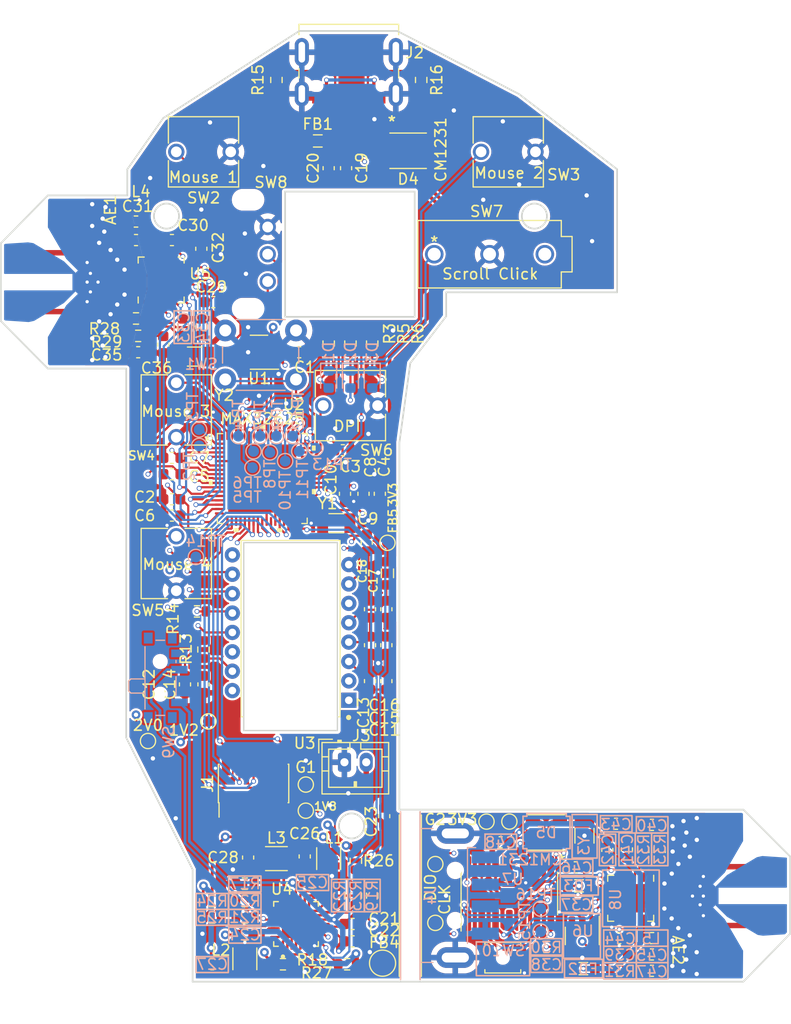
<source format=kicad_pcb>
(kicad_pcb (version 20211014) (generator pcbnew)
  (title_block (title "Custom Mouse") (date "2022-02-12") (rev "V2.0"))
  (layers (0 "F.Cu" signal "Front") (1 "In1.Cu" power "Ground") (2 "In2.Cu" power "Power") (31 "B.Cu" signal "Back") (34 "B.Paste" user) (35 "F.Paste" user) (36 "B.SilkS" user "B.Silkscreen") (37 "F.SilkS" user "F.Silkscreen") (38 "B.Mask" user) (39 "F.Mask" user) (44 "Edge.Cuts" user))
  (net 0 "")
  (net 1 "GND")
  (net 2 "+1V8")
  (net 3 "+1V2")
  (net 4 "Net-(AE1-Pad1)")
  (net 5 "Net-(AE1-Pad2)")
  (net 6 "Net-(AE2-Pad1)")
  (net 7 "/Battery Circuit/USB VBUS")
  (net 8 "/Battery Circuit/SYS")
  (net 9 "Net-(AE2-Pad2)")
  (net 10 "Net-(C32-Pad1)")
  (net 11 "Net-(C33-Pad1)")
  (net 12 "Net-(C34-Pad1)")
  (net 13 "Net-(C35-Pad1)")
  (net 14 "Net-(C36-Pad1)")
  (net 15 "Net-(C37-Pad1)")
  (net 16 "Net-(D1-Pad2)")
  (net 17 "/Microprocessor/Mouse Mode Button")
  (net 18 "Net-(D2-Pad2)")
  (net 19 "Net-(D3-Pad2)")
  (net 20 "/Microprocessor/USB D+")
  (net 21 "/Microprocessor/USB D-")
  (net 24 "Net-(J2-PadA5)")
  (net 26 "Net-(J2-PadB5)")
  (net 28 "Net-(L1-Pad1)")
  (net 29 "/Microprocessor/Mouse Button 1")
  (net 30 "/Microprocessor/Mouse LED 1")
  (net 31 "/Microprocessor/Mouse Button 2")
  (net 32 "/Microprocessor/Mouse LED 2")
  (net 33 "/Microprocessor/Mouse LED 3")
  (net 34 "/Microprocessor/Mouse Button 3")
  (net 35 "/Microprocessor/Mouse Button 4")
  (net 36 "/Microprocessor/Mouse DPI Button")
  (net 37 "/Microprocessor/Mouse Scroll Click")
  (net 38 "/Battery Circuit/~{CHG}")
  (net 39 "/Microprocessor/Scroll Wheel Pin 0")
  (net 40 "/Microprocessor/Scroll Wheel Pin 1")
  (net 41 "Net-(L2-Pad1)")
  (net 42 "/Microprocessor/Sensor SPI MISO")
  (net 43 "/Battery Circuit/~{RST1}")
  (net 44 "Net-(L3-Pad1)")
  (net 45 "Net-(L4-Pad2)")
  (net 46 "Net-(R13-Pad2)")
  (net 47 "Net-(R17-Pad2)")
  (net 48 "Net-(R19-Pad1)")
  (net 49 "Net-(R20-Pad1)")
  (net 50 "Net-(R21-Pad1)")
  (net 51 "Net-(R22-Pad2)")
  (net 52 "Net-(R28-Pad1)")
  (net 53 "/Microprocessor/SRST N")
  (net 54 "/Microprocessor/TCK")
  (net 55 "/Microprocessor/TMS")
  (net 56 "/Microprocessor/TDO")
  (net 57 "/Microprocessor/TDI")
  (net 58 "Net-(SW9-Pad2)")
  (net 59 "/Microprocessor/Radio RSTN")
  (net 60 "Net-(C11-Pad2)")
  (net 61 "Net-(C31-Pad1)")
  (net 62 "Net-(C39-Pad2)")
  (net 63 "Net-(C40-Pad1)")
  (net 64 "Net-(C41-Pad1)")
  (net 65 "/Microprocessor/Radio SPI Clock")
  (net 66 "/Microprocessor/Radio SPI MOSI")
  (net 67 "/Microprocessor/Radio IRQ")
  (net 68 "/Microprocessor/Radio Shutdown")
  (net 69 "Net-(C42-Pad1)")
  (net 70 "Net-(C43-Pad1)")
  (net 71 "Net-(C44-Pad1)")
  (net 72 "/Microprocessor/Sensor SPI Clock")
  (net 73 "/Microprocessor/Radio SPI Select")
  (net 74 "/Microprocessor/Radio SPI MISO")
  (net 75 "/Microprocessor/Sensor SPI MOSI")
  (net 76 "/Microprocessor/Sensor RST")
  (net 77 "Net-(C45-Pad1)")
  (net 78 "/Battery Circuit/2V")
  (net 79 "/Microprocessor/Sensor SPI Select")
  (net 80 "/Microprocessor/Sensor IRQ")
  (net 81 "Net-(C46-Pad1)")
  (net 82 "Net-(D4-Pad1)")
  (net 83 "Net-(D4-Pad5)")
  (net 84 "Net-(D4-Pad6)")
  (net 85 "Net-(D5-Pad1)")
  (net 86 "Net-(D5-Pad3)")
  (net 87 "Net-(D5-Pad4)")
  (net 88 "Net-(D5-Pad5)")
  (net 89 "Net-(D5-Pad6)")
  (net 93 "Net-(L5-Pad2)")
  (net 94 "Net-(R30-Pad2)")
  (net 95 "Net-(R33-Pad1)")
  (net 97 "Net-(U2-Pad35)")
  (net 98 "Net-(U2-Pad36)")
  (net 105 "Net-(U7-Pad1)")
  (net 106 "Net-(TP2-Pad1)")
  (net 107 "Net-(TP3-Pad1)")
  (net 108 "Net-(U7-Pad4)")
  (net 109 "Net-(U7-Pad5)")
  (net 110 "Net-(U7-Pad13)")
  (net 111 "Net-(U7-Pad14)")
  (net 114 "Net-(CLK1-Pad1)")
  (net 115 "Net-(DIO1-Pad1)")
  (net 116 "Net-(FB4-Pad1)")
  (net 117 "/Microprocessor/3V3")
  (net 118 "Net-(3V3_2-Pad1)")
  (net 119 "Net-(C15-Pad2)")
  (net 120 "Net-(C23-Pad1)")
  (net 122 "Net-(TP4-Pad1)")
  (net 123 "Net-(TP5-Pad1)")
  (net 124 "Net-(TP6-Pad1)")
  (net 125 "Net-(TP7-Pad1)")
  (net 126 "Net-(TP8-Pad1)")
  (net 127 "Net-(TP9-Pad1)")
  (net 128 "Net-(TP10-Pad1)")
  (net 129 "Net-(TP11-Pad1)")
  (net 130 "Net-(TP12-Pad1)")
  (net 131 "Net-(TP13-Pad1)")
  (net 132 "Net-(TP14-Pad1)")
  (net 133 "Net-(TP15-Pad1)")
  (net 134 "Net-(TP16-Pad1)")
  (footprint "Capacitor_SMD:C_0603_1608Metric" (layer "F.Cu") (at 136 112 -90)
    (fp_text reference "C9")
    (fp_text value "1uF")
  )
  (footprint "Connector_PinHeader_1.27mm:PinHeader_2x05_P1.27mm_Vertical_SMD" (layer "F.Cu") (at 125.6 134.1 90)
    (fp_text reference "J1")
    (fp_text value "GRPB052VWQS-RC")
  )
  (footprint "Inductor_SMD:L_0603_1608Metric" (layer "F.Cu") (at 162.2 148.3 180)
    (fp_text reference "L5")
    (fp_text value "180nH")
  )
  (footprint "Capacitor_SMD:C_0603_1608Metric" (layer "F.Cu") (at 131 143.2 180)
    (fp_text reference "C25")
    (fp_text value "4.7uF 10V")
  )
  (footprint "TestPoint:TestPoint_Pad_D1.0mm" (layer "F.Cu") (at 121.45 128.4)
    (fp_text reference "1V2")
    (fp_text value "1V2 Test Point")
  )
  (footprint "TestPoint:TestPoint_Pad_D1.0mm" (layer "F.Cu") (at 147 137.6 -90)
    (fp_text reference "G2")
    (fp_text value "Ground Test Point 2")
  )
  (footprint "Resistor_SMD:R_0603_1608Metric" (layer "F.Cu") (at 152.5 149.1 180)
    (fp_text reference "R30")
    (fp_text value "100K")
  )
  (footprint "Long Button:D2F-01L" (layer "F.Cu") (at 142.2 85.5)
    (fp_text reference locked "SW7")
    (fp_text value locked "Scroll Click")
  )
  (footprint "Capacitor_SMD:C_0603_1608Metric" (layer "F.Cu") (at 159.9 140.15 -90)
    (fp_text reference "C41")
    (fp_text value "680pF C0G NP0")
  )
  (footprint "Resistor_SMD:R_0603_1608Metric" (layer "F.Cu") (at 136.5 93.7 -90)
    (fp_text reference "R6")
    (fp_text value "200")
  )
  (footprint "Resistor_SMD:R_0603_1608Metric" (layer "F.Cu") (at 120.4 118.3)
    (fp_text reference "R14")
    (fp_text value "10K")
  )
  (footprint "Capacitor_SMD:C_0603_1608Metric" (layer "F.Cu") (at 119.3 125 -90)
    (fp_text reference "C12")
    (fp_text value "10uF 10V")
  )
  (footprint "Package_TO_SOT_SMD:TSOT-23-5" (layer "F.Cu") (at 126.1 94.5 180)
    (fp_text reference "U1")
    (fp_text value "S-1740C33-M5T1U4")
  )
  (footprint "Capacitor_SMD:C_0603_1608Metric" (layer "F.Cu") (at 125.1 140.9 -90)
    (fp_text reference "C28")
    (fp_text value "10uF 10V")
  )
  (footprint "Crystal:Crystal_SMD_3215-2Pin_3.2x1.5mm" (layer "F.Cu") (at 120.2 94.9 180)
    (fp_text reference "Y2")
    (fp_text value "ABS07-120-32.768KHZ-T")
  )
  (footprint "Inductor_SMD:L_0805_2012Metric" (layer "F.Cu") (at 155.9 151.1 180)
    (fp_text reference "FB2")
    (fp_text value "FBMJ2125HS250NT")
  )
  (footprint "Capacitor_SMD:C_0603_1608Metric" (layer "F.Cu") (at 133.8 103.5)
    (fp_text reference "C3")
    (fp_text value "1uF")
  )
  (footprint "Package_DFN_QFN:QFN-28-1EP_4x4mm_P0.4mm_EP2.6x2.6mm" (layer "F.Cu") (at 160.248736 144.64 -90)
    (fp_text reference "U8")
    (fp_text value "SR1020-28QFN-TR")
  )
  (footprint "Resistor_SMD:R_0603_1608Metric" (layer "F.Cu") (at 114.8 91.4)
    (fp_text reference "R28")
    (fp_text value "2.2M +- 1%")
  )
  (footprint "Antenna:SR1020 Antenna Vivaldi" (layer "F.Cu") (at 114.34 88.07 90)
    (fp_text reference "AE1")
    (fp_text value "Differential Loop")
  )
  (footprint "Mouse Encoder:Encoder" (layer "F.Cu") (at 126.9 85.5 90)
    (fp_text reference "SW8")
    (fp_text value "Scroll_Wheel_Encoder")
  )
  (footprint "Resistor_SMD:R_0603_1608Metric" (layer "F.Cu") (at 124.8 143.3)
    (fp_text reference "R17")
    (fp_text value "1M")
  )
  (footprint "Package_DFN_QFN:QFN-28-1EP_4x4mm_P0.4mm_EP2.6x2.6mm" (layer "F.Cu") (at 117.11 87.87 90)
    (fp_text reference "U5")
    (fp_text value "SR1020-28QFN-TR")
  )
  (footprint "Resistor_SMD:R_0603_1608Metric" (layer "F.Cu") (at 141 69.5 -90)
    (fp_text reference "R16")
    (fp_text value "5.1K")
  )
  (footprint "TestPoint:TestPoint_Pad_D1.0mm" (layer "F.Cu") (at 142.3 146.9 -90)
    (fp_text reference "CLK")
    (fp_text value "TestPoint")
  )
  (footprint "Capacitor_SMD:C_0603_1608Metric" (layer "F.Cu") (at 119.1 92.2 90)
    (fp_text reference "C33")
    (fp_text value "10pF")
  )
  (footprint "Resistor_SMD:R_0603_1608Metric" (layer "F.Cu") (at 159.2 151.3 180)
    (fp_text reference "R31")
    (fp_text value "390K +- 5%")
  )
  (footprint "Antenna:SR1020 Antenna Vivaldi" (layer "F.Cu") (at 162.910086 144.44 -90)
    (fp_text reference "AE2")
    (fp_text value "Differential Loop")
  )
  (footprint "MAX8819:QFN40P400X400X80-29N" (layer "F.Cu") (at 129.5 147 90)
    (fp_text reference "U4")
    (fp_text value "MAX8819CETI+")
  )
  (footprint "Connector_JST:JST_PH_B2B-PH-K_1x02_P2.00mm_Vertical" (layer "F.Cu") (at 133.95 132.15)
    (fp_text reference "J3")
    (fp_text value "Battery Connector")
  )
  (footprint "Resistor_SMD:R_0603_1608Metric" (layer "F.Cu") (at 128.3 150.7)
    (fp_text reference "R18")
    (fp_text value "1M")
  )
  (footprint "Capacitor_SMD:C_0603_1608Metric" (layer "F.Cu") (at 159.2 148.3)
    (fp_text reference "C44")
    (fp_text value "100nF 10V")
  )
  (footprint "Resistor_SMD:R_0603_1608Metric" (layer "F.Cu") (at 124.8 146.4 180)
    (fp_text reference "R21")
    (fp_text value "100K")
  )
  (footprint "Resistor_SMD:R_0603_1608Metric" (layer "F.Cu") (at 135 144.4 90)
    (fp_text reference "R23")
    (fp_text value "120K")
  )
  (footprint "Capacitor_SMD:C_0603_1608Metric" (layer "F.Cu") (at 137.8 118.1 90)
    (fp_text reference "C16")
    (fp_text value "10uF 10V")
  )
  (footprint "Capacitor_SMD:C_0603_1608Metric" (layer "F.Cu") (at 148.3 139.5)
    (fp_text reference "C48")
    (fp_text value "1uF")
  )
  (footprint "Package_SO:SOIC-14_3.9x8.7mm_P1.27mm" (layer "F.Cu") (at 149.1 144.2 90)
    (fp_text reference "U7")
    (fp_text value "ATSAMD11C14A-SS")
  )
  (footprint "TestPoint:TestPoint_Pad_D1.0mm" (layer "F.Cu") (at 130.4 136.6)
    (fp_text reference "1V8")
    (fp_text value "1V8 Test Point")
  )
  (footprint "Inductor_SMD:L_0805_2012Metric" (layer "F.Cu") (at 155.5 143.5)
    (fp_text reference "FB3")
    (fp_text value "FBMJ2125HS250NT")
  )
  (footprint "Capacitor_SMD:C_0603_1608Metric" (layer "F.Cu") (at 134.7 147 180)
    (fp_text reference "C21")
    (fp_text value "4.7uF 10V")
  )
  (footprint "Resistor_SMD:R_0603_1608Metric" (layer "F.Cu") (at 124.8 144.9 180)
    (fp_text reference "R20")
    (fp_text value "100K")
  )
  (footprint "Crystal:Crystal_SMD_3215-2Pin_3.2x1.5mm" (layer "F.Cu") (at 156 138.9 90)
    (fp_text reference "Y3")
    (fp_text value "ABS07-120-32.768KHZ-T")
  )
  (footprint "Inductor_SMD:L_Taiyo-Yuden_MD-2020" (layer "F.Cu") (at 124.8 150.2 -90)
    (fp_text reference "L2")
    (fp_text value "4.7uH")
  )
  (footprint "Capacitor_SMD:C_0603_1608Metric" (layer "F.Cu") (at 155.2 141.8 180)
    (fp_text reference "C46")
    (fp_text value "1uF")
  )
  (footprint "Mouse Button:TL59AF100Q" (layer "F.Cu") (at 146.5 76.1)
    (fp_text reference "SW3")
    (fp_text value "Mouse 2")
  )
  (footprint "Mouse Button:TL59AF100Q" (layer "F.Cu") (at 132 99.4)
    (fp_text reference "SW6")
    (fp_text value "DPI")
  )
  (footprint "Capacitor_SMD:C_0603_1608Metric" (layer "F.Cu") (at 137.6 137.1 90)
    (fp_text reference "C23")
    (fp_text value "4.7uF 10V")
  )
  (footprint "Resistor_SMD:R_0603_1608Metric" (layer "F.Cu") (at 127.7 69.5 -90)
    (fp_text reference "R15")
    (fp_text value "5.1K")
  )
  (footprint "TestPoint:TestPoint_Pad_D2.0mm" (layer "F.Cu") (at 137.45 150.6)
    (fp_text reference "FB4")
    (fp_text value "FB4 Test Point")
  )
  (footprint "Capacitor_SMD:C_0603_1608Metric" (layer "F.Cu") (at 135.7 107.5 90)
    (fp_text reference "C8")
    (fp_text value "1uF")
  )
  (footprint "Capacitor_SMD:C_0603_1608Metric" (layer "F.Cu") (at 152.5 150.7)
    (fp_text reference "C38")
    (fp_text value "100nF 10V")
  )
  (footprint "Capacitor_SMD:C_0603_1608Metric" (layer "F.Cu") (at 121 125 -90)
    (fp_text reference "C14")
    (fp_text value "100nF 10V")
  )
  (footprint "Package_TO_SOT_SMD:TSOT-23-5" (layer "F.Cu") (at 155.8 148.1 -90)
    (fp_text reference "U6")
    (fp_text value "S-1740C33-M5T1U4")
  )
  (footprint "Capacitor_SMD:C_0603_1608Metric" (layer "F.Cu") (at 136.3 124.7 -90)
    (fp_text reference "C13")
    (fp_text value "100nF 10V")
  )
  (footprint "Capacitor_SMD:C_0603_1608Metric" (layer "F.Cu") (at 117.3 93.8 -90)
    (fp_text reference "C36")
    (fp_text value "68pF C0G NP0")
  )
  (footprint "Mouse Button:TL59AF100Q" (layer "F.Cu") (at 118.5 111.4 -90)
    (fp_text reference "SW5")
    (fp_text value "Mouse 4")
  )
  (footprint "Capacitor_SMD:C_0603_1608Metric" (layer "F.Cu") (at 136.3 121.4 90)
    (fp_text reference "C17")
    (fp_text value "10uF 10V")
  )
  (footprint "Inductor_SMD:L_0805_2012Metric" (layer "F.Cu") (at 137.9 114.8 -90)
    (fp_text reference "FB5")
    (fp_text value "FBMJ2125HS250NT")
  )
  (footprint "CM1231-02SO:CM1231-02SO" (layer "F.Cu") (at 152.5 138.6 180)
    (fp_text reference "D5")
    (fp_text value "CM1231")
  )
  (footprint "CM1231-02SO:CM1231-02SO" (layer "F.Cu") (at 139.8 76)
    (fp_text reference "D4")
    (fp_text value "CM1231")
  )
  (footprint "Inductor_SMD:L_0603_1608Metric" (layer "F.Cu") (at 114.8 82.5)
    (fp_text reference "L4")
    (fp_text value "180nH")
  )
  (footprint "Capacitor_SMD:C_0603_1608Metric" (layer "F.Cu") (at 162.2 151.3)
    (fp_text reference "C47")
    (fp_text value "1uF")
  )
  (footprint "Capacitor_SMD:C_0603_1608Metric" (layer "F.Cu") (at 118.1 105.7 180)
    (fp_text reference "C5")
    (fp_text value "1uF")
  )
  (footprint "Connector_USB:USB_C_Receptacle_JAE_DX07S016JA1R1500" (layer "F.Cu") (at 134.35 68.1 180)
    (fp_text reference "J2")
    (fp_text value "2137160001")
  )
  (footprint "TestPoint:TestPoint_Pad_D1.0mm" (layer "F.Cu") (at 142.3 141.5 -90)
    (fp_text reference "DIO")
    (fp_text value "TestPoint")
  )
  (footprint "Capacitor_SMD:C_0603_1608Metric" (layer "F.Cu") (at 118.1 84.2)
    (fp_text reference "C30")
    (fp_text value "1uF")
  )
  (footprint "Capacitor_SMD:C_0603_1608Metric" (layer "F.Cu") (at 132.5 77.6 90)
    (fp_text reference "C20")
    (fp_text value "100nF 10V")
  )
  (footprint "Capacitor_SMD:C_0603_1608Metric" (layer "F.Cu") (at 129.8 94.5)
    (fp_text reference "C1")
    (fp_text value "1uF")
  )
  (footprint "Inductor_SMD:L_0805_2012Metric" (layer "F.Cu") (at 131.5 75.1)
    (fp_text reference "FB1")
    (fp_text value "FBMJ2125HS250NT")
  )
  (footprint "Capacitor_SMD:C_0603_1608Metric" (layer "F.Cu") (at 162.2 149.8 180)
    (fp_text reference "C45")
    (fp_text value "1uF")
  )
  (footprint "Capacitor_SMD:C_0603_1608Metric" (layer "F.Cu") (at 137.8 121.4 90)
    (fp_text reference "C15")
    (fp_text value "100nF 10V")
  )
  (footprint "Resistor_SMD:R_0603_1608Metric" (layer "F.Cu") (at 162.9 140.2 90)
    (fp_text reference "R33")
    (fp_text value "2.2M +- 1%")
  )
  (footprint "Mouse Button:TL59AF100Q" (layer "F.Cu") (at 118.5 76.1)
    (fp_text reference locked "SW2")
    (fp_text value locked "Mouse 1")
  )
  (footprint "Capacitor_SMD:C_0603_1608Metric" (layer "F.Cu") (at 159.2 149.8 180)
    (fp_text reference "C39")
    (fp_text value "100nF 10V")
  )
  (footprint "Resistor_SMD:R_0603_1608Metric" (layer "F.Cu") (at 134.5 93.7 -90)
    (fp_text reference "R5")
    (fp_text value "200")
  )
  (footprint "TestPoint:TestPoint_Pad_D1.0mm" (layer "F.Cu") (at 115.9 130.2)
    (fp_text reference "2V0")
    (fp_text value "2V Test Point")
  )
  (footprint "Capacitor_SMD:C_0603_1608Metric" (layer "F.Cu") (at 118.1 108 180)
    (fp_text reference "C2")
    (fp_text value "1uF")
  )
  (footprint "Resistor_SMD:R_0603_1608Metric" (layer "F.Cu") (at 135 141.2 -90)
    (fp_text reference "R26")
    (fp_text value "470K")
  )
  (footprint "Resistor_SMD:R_0603_1608Metric" (layer "F.Cu") (at 136.5 144.4 90)
    (fp_text reference "R19")
    (fp_text value "100K")
  )
  (footprint "Capacitor_SMD:C_0603_1608Metric" (layer "F.Cu") (at 118.1 104.2 180)
    (fp_text reference "C7")
    (fp_text value "1uF")
  )
  (footprint "Crystal:Crystal_SMD_3215-2Pin_3.2x1.5mm" (layer "F.Cu") (at 133.2 110.2 180)
    (fp_text reference "Y1")
    (fp_text value "ABS07-120-32.768KHZ-T")
  )
  (footprint "Inductor_SMD:L_Taiyo-Yuden_MD-2020" (layer "F.Cu") (at 127.7 141 180)
    (fp_text reference "L3")
    (fp_text value "4.7uH")
  )
  (footprint "Capacitor_SMD:C_0603_1608Metric" (layer "F.Cu") (at 158.1 140.2 90)
    (fp_text reference "C42")
    (fp_text value "10pF")
  )
  (footprint "Capacitor_SMD:C_0603_1608Metric" (layer "F.Cu") (at 136.3 118.1 -90)
    (fp_text reference "C18")
    (fp_text value "100nF 10V")
  )
  (footprint "Resistor_SMD:R_0603_1608Metric" (layer "F.Cu") (at 121.8 144.9 180)
    (fp_text reference "R24")
    (fp_text value "80.6K")
  )
  (footprint "TestPoint:TestPoint_Pad_D1.0mm" (layer "F.Cu") (at 137.9 112)
    (fp_text reference "3V3")
    (fp_text value "Test Point 3V3")
  )
  (footprint "Capacitor_SMD:C_0603_1608Metric" (layer "F.Cu") (at 137.2 107.5 90)
    (fp_text reference "C4")
    (fp_text value "1uF")
  )
  (footprint "Capacitor_SMD:C_0603_1608Metric" (layer "F.Cu") (at 137.8 124.7 -90)
    (fp_text reference "C11")
    (fp_text value "4.7uF 10V")
  )
  (footprint "Resistor_SMD:R_0603_1608Metric" (layer "F.Cu") (at 161.4 140.2 90)
    (fp_text reference "R32")
    (fp_text value "390K +- 5%")
  )
  (footprint "MAX32625:MAX32625ITKL&plus_" (layer "F.Cu") (at 126.4 106.1)
    (fp_text reference "U2")
    (fp_text value "MAX32625")
  )
  (footprint "TestPoint:TestPoint_Pad_D1.0mm" (layer "F.Cu") (at 130.4 134.2)
    (fp_text reference "G1")
    (fp_text value "Ground Test Point")
  )
  (footprint "Capacitor_SMD:C_0603_1608Metric" (layer "F.Cu") (at 121.9 89.9)
    (fp_text reference "C29")
    (fp_text value "1uF")
  )
  (footprint "Resistor_SMD:R_0603_1608Metric" (layer "F.Cu") (at 121 121.8 -90)
    (fp_text reference "R13")
    (fp_text value "13")
  )
  (footprint "Resistor_SMD:R_0603_1608Metric" (layer "F.Cu") (at 115 93 180)
    (fp_text reference "R29")
    (fp_text value "390K +- 5%")
  )
  (footprint "TestPoint:TestPoint_Pad_D1.0mm" (layer "F.Cu") (at 149.1 137.6 -90)
    (fp_text reference "3V3")
    (fp_text value "3.3V Test Point")
  )
  (footprint "Mouse Button:TL59AF100Q" (layer "F.Cu") (at 118.5 97.3 -90)
    (fp_text reference "SW4")
    (fp_text value "Mouse 3")
  )
  (footprint "Capacitor_SMD:C_0603_1608Metric" (layer "F.Cu") (at 114.8 84.2)
    (fp_text reference "C31")
    (fp_text value "1uF")
  )
  (footprint "Capacitor_SMD:C_0603_1608Metric" (layer "F.Cu") (at 134.7 148.6)
    (fp_text reference "C22")
    (fp_text value "10uF 10V")
  )
  (footprint "Inductor_SMD:L_Taiyo-Yuden_MD-2020" (layer "F.Cu") (at 132.5 141 90)
    (fp_text reference "L1")
    (fp_text value "4.7uH")
  )
  (footprint "Button_Switch_SMD:SW_SPST_B3U-1000P-B" (layer "F.Cu") (at 148.5 150.1 180)
    (fp_text reference "SW10")
    (fp_text value "SW_Push")
  )
  (footprint "Mouse Sensor:PMW3360DM-T2QU" (layer "F.Cu") (at 129 120.8 90)
    (fp_text reference "U3")
    (fp_text value "PMW3360DM-T2QU")
    (fp_rect (start -8.44 -4.3) (end 8.82 4.3) (layer "Edge.Cuts") (width 0.12) (fill none))
  )
  (footprint "Capacitor_SMD:C_0603_1608Metric" (layer "F.Cu") (at 124.8 148 180)
    (fp_text reference "C24")
    (fp_text value "2.2uF")
  )
  (footprint "Capacitor_SMD:C_0603_1608Metric" (layer "F.Cu") (at 134 107.5 90)
    (fp_text reference "C10")
    (fp_text value "1uF")
  )
  (footprint "Capacitor_SMD:C_0603_1608Metric" (layer "F.Cu") (at 121.8 150.7 180)
    (fp_text reference "C27")
    (fp_text value "10uF 10V")
  )
  (footprint "Capacitor_SMD:C_0603_1608Metric" (layer "F.Cu") (at 120.8 92.2 90)
    (fp_text reference "C34")
    (fp_text value "10pF")
  )
  (footprint "Capacitor_SMD:C_0603_1608Metric" (layer "F.Cu") (at 115 94.5)
    (fp_text reference "C35")
    (fp_text value "680pF C0G NP0")
  )
  (footprint "Resistor_SMD:R_0603_1608Metric" (layer "F.Cu") (at 134.2 150.7)
    (fp_text reference "R27")
    (fp_text value "470K")
  )
  (footprint "Resistor_SMD:R_0603_1608Metric" (layer "F.Cu") (at 132.5 93.7 -90)
    (fp_text reference "R3")
    (fp_text value "200")
  )
  (footprint "Capacitor_SMD:C_0603_1608Metric" (layer "F.Cu") (at 158.9 137.8 180)
    (fp_text reference "C43")
    (fp_text value "10pF")
  )
  (footprint "Resistor_SMD:R_0603_1608Metric" (layer "F.Cu") (at 121.8 146.4 180)
    (fp_text reference "R25")
    (fp_text value "20K")
  )
  (footprint "Capacitor_SMD:C_0603_1608Metric" (layer "F.Cu") (at 118.1 109.5 180)
    (fp_text reference "C6")
    (fp_text value "1uF")
  )
  (footprint "Resistor_SMD:R_0603_1608Metric" (layer "F.Cu") (at 133.5 144.4 -90)
    (fp_text reference "R22")
    (fp_text value "3K")
  )
  (footprint "Capacitor_SMD:C_0603_1608Metric" (layer "F.Cu") (at 162.2 137.9)
    (fp_text reference "C40")
    (fp_text value "68pF C0G NP0")
  )
  (footprint "Capacitor_SMD:C_0603_1608Metric" (layer "F.Cu") (at 130.3 140.8 90)
    (fp_text reference "C26")
    (fp_text value "10uF 10V")
  )
  (footprint "Capacitor_SMD:C_0603_1608Metric" (layer "F.Cu") (at 155.2 145.2 180)
    (fp_text reference "C37")
    (fp_text value "10uF 10V")
  )
  (footprint "Capacitor_SMD:C_0603_1608Metric" (layer "F.Cu") (at 134.1 77.6 -90)
    (fp_text reference "C19")
    (fp_text value "10uF 10V")
  )
  (footprint "Capacitor_SMD:C_0603_1608Metric" (layer "F.Cu") (at 120.8 85 90)
    (fp_text reference "C32")
    (fp_text value "100nF 10V")
  )
  (footprint "TestPoint:TestPoint_Pad_D1.0mm" (layer "B.Cu") (at 127.7 102.2 180)
    (fp_text reference "TP9")
    (fp_text value "P3-3")
  )
  (footprint "TestPoint:TestPoint_Pad_D1.0mm" (layer "B.Cu") (at 124.2 102.2 180)
    (fp_text reference "TP4")
    (fp_text value "P2-4")
  )
  (footprint "LED_SMD:LED_0603_1608Metric" (layer "B.Cu") (at 134.5 97 -90)
    (fp_text reference "D2")
    (fp_text value "LED")
  )
  (footprint "TestPoint:TestPoint_Pad_D1.0mm" (layer "B.Cu") (at 151.983257 145.6 180)
    (fp_text reference "TP16")
    (fp_text value "PA09")
  )
  (footprint "TestPoint:TestPoint_Pad_D1.0mm" (layer "B.Cu") (at 126.2 102.2 180)
    (fp_text reference "TP7")
    (fp_text value "P2-7")
  )
  (footprint "LED_SMD:LED_0603_1608Metric" (layer "B.Cu") (at 136.5 97 -90)
    (fp_text reference "D3")
    (fp_text value "LED")
  )
  (footprint "TestPoint:TestPoint_Pad_D1.0mm" (layer "B.Cu") (at 129.2 102.2 180)
    (fp_text reference "TP12")
    (fp_text value "P3-6")
  )
  (footprint "Button_Switch_SMD:SW_SPDT_PCM12" (layer "B.Cu") (at 117.355 124.4 90)
    (fp_text reference "SW9")
    (fp_text value "Power Switch")
  )
  (footprint "TestPoint:TestPoint_Pad_D1.0mm" (layer "B.Cu") (at 151.983257 147.7 180)
    (fp_text reference "TP15")
    (fp_text value "PA08")
  )
  (footprint "TestPoint:TestPoint_Pad_D1.0mm" (layer "B.Cu") (at 127.1 103.7 180)
    (fp_text reference "TP8")
    (fp_text value "P3-2")
  )
  (footprint "TestPoint:TestPoint_Pad_D1.0mm" (layer "B.Cu") (at 125.6 103.6 180)
    (fp_text reference "TP6")
    (fp_text value "P2-6")
  )
  (footprint "TestPoint:TestPoint_Pad_D1.0mm" (layer "B.Cu") (at 129.8 103.6 180)
    (fp_text reference "TP11")
    (fp_text value "P3-5")
  )
  (footprint "Button_Switch_THT:SW_PUSH_6mm" (layer "B.Cu") (at 123 97)
    (fp_text reference "SW1")
    (fp_text value "Mouse Mode Button")
  )
  (footprint "TestPoint:TestPoint_Pad_D1.0mm" (layer "B.Cu") (at 128.5 104.5 180)
    (fp_text reference "TP10")
    (fp_text value "P3-4")
  )
  (footprint "Connector_USB:USB_A_CNCTech_1001-011-01101_Horizontal" (layer "B.Cu") (at 137.233257 144.385479 180)
    (fp_text reference "J4")
    (fp_text value "1001-011-01101")
  )
  (footprint "LED_SMD:LED_0603_1608Metric" (layer "B.Cu") (at 132.5 97 -90)
    (fp_text reference "D1")
    (fp_text value "LED")
  )
  (footprint "TestPoint:TestPoint_Pad_D1.0mm" (layer "B.Cu") (at 120.6 101.6 180)
    (fp_text reference "TP3")
    (fp_text value "P1-7")
  )
  (footprint "TestPoint:TestPoint_Pad_D1.0mm" (layer "B.Cu") (at 131.3 103.3 180)
    (fp_text reference "TP13")
    (fp_text value "P3-7")
  )
  (footprint "TestPoint:TestPoint_Pad_D1.0mm" (layer "B.Cu") (at 125.5 105.1 180)
    (fp_text reference "TP5")
    (fp_text value "P2-5")
  )
  (footprint "TestPoint:TestPoint_Pad_D1.0mm" (layer "B.Cu") (at 120.6 103.1 180)
    (fp_text reference "TP2")
    (fp_text value "P1-6")
  )
  (footprint "TestPoint:TestPoint_Pad_D1.0mm" (layer "B.Cu") (at 120.3 113.3 180)
    (fp_text reference "TP14")
    (fp_text value "RSTN")
  )
  (gr_rect (start 157.766743 150.55) (end 160.766743 149.05) (layer "B.SilkS") (width 0.15) (fill none))
  (gr_line (start 150.356743 140.09) (end 150.356743 137.11) (layer "B.SilkS") (width 0.15))
  (gr_rect (start 118.3 90.7) (end 119.9 93.7) (layer "B.SilkS") (width 0.15) (fill none))
  (gr_rect (start 163.666743 141.65) (end 162.166743 138.65) (layer "B.SilkS") (width 0.15) (fill none))
  (gr_line (start 154.326743 140.35) (end 150.706743 140.35) (layer "B.SilkS") (width 0.15))
  (gr_rect (start 120.32 147.12) (end 123.28 145.66) (layer "B.SilkS") (width 0.15) (fill none))
  (gr_line (start 150.356743 137.11) (end 150.706743 137.11) (layer "B.SilkS") (width 0.15))
  (gr_rect (start 123.32 144.06) (end 126.28 142.6) (layer "B.SilkS") (width 0.15) (fill none))
  (gr_rect (start 153.766743 145.95) (end 156.766743 144.45) (layer "B.SilkS") (width 0.15) (fill none))
  (gr_rect (start 154.066743 146.05) (end 157.466743 150.15) (layer "B.SilkS") (width 0.15) (fill none))
  (gr_rect (start 132.76 142.9) (end 134.24 145.88) (layer "B.SilkS") (width 0.15) (fill none))
  (gr_rect (start 157.766743 149.05) (end 160.766743 147.55) (layer "B.SilkS") (width 0.15) (fill none))
  (gr_rect (start 157.266743 144.35) (end 153.766743 142.65) (layer "B.SilkS") (width 0.15) (fill none))
  (gr_rect (start 123.32 148.76) (end 126.28 147.3) (layer "B.SilkS") (width 0.15) (fill none))
  (gr_rect (start 158.866743 141.65) (end 157.366743 138.75) (layer "B.SilkS") (width 0.15) (fill none))
  (gr_rect (start 160.766743 137.15) (end 163.666743 138.65) (layer "B.SilkS") (width 0.15) (fill none))
  (gr_rect (start 151.066743 148.35) (end 153.966743 149.85) (layer "B.SilkS") (width 0.15) (fill none))
  (gr_rect (start 157.666743 151.95) (end 154.166743 150.25) (layer "B.SilkS") (width 0.15) (fill none))
  (gr_line (start 154.326743 140.08) (end 154.326743 140.35) (layer "B.SilkS") (width 0.15))
  (gr_rect (start 154.866743 140.95) (end 157.166743 136.95) (layer "B.SilkS") (width 0.15) (fill none))
  (gr_rect (start 160.766743 147.55) (end 163.666743 149.05) (layer "B.SilkS") (width 0.15) (fill none))
  (gr_rect (start 151.066743 151.45) (end 153.966743 149.95) (layer "B.SilkS") (width 0.15) (fill none))
  (gr_rect (start 120.1 90.7) (end 121.6 93.7) (layer "B.SilkS") (width 0.15) (fill none))
  (gr_line (start 150.706743 136.84) (end 154.326743 136.85) (layer "B.SilkS") (width 0.15))
  (gr_rect (start 159.166743 141.65) (end 160.666743 138.65) (layer "B.SilkS") (width 0.15) (fill none))
  (gr_line (start 154.326743 137.12) (end 154.676743 137.12) (layer "B.SilkS") (width 0.15))
  (gr_line (start 139.1 152.1) (end 139.1 136.7) (layer "B.SilkS") (width 0.15))
  (gr_rect (start 146.066743 151.75) (end 150.966743 148.65) (layer "B.SilkS") (width 0.15) (fill none))
  (gr_rect (start 120.32 151.46) (end 123.28 150) (layer "B.SilkS") (width 0.15) (fill none))
  (gr_rect (start 162.166743 141.65) (end 160.666743 138.65) (layer "B.SilkS") (width 0.15) (fill none))
  (gr_line (start 150.706743 140.35) (end 150.706743 140.09) (layer "B.SilkS") (width 0.15))
  (gr_rect (start 163.666743 150.55) (end 160.766743 152.05) (layer "B.SilkS") (width 0.15) (fill none))
  (gr_line (start 150.706743 137.11) (end 150.706743 136.84) (layer "B.SilkS") (width 0.15))
  (gr_rect (start 129.54 143.93) (end 132.5 142.47) (layer "B.SilkS") (width 0.15) (fill none))
  (gr_rect (start 120.32 145.66) (end 123.28 144.2) (layer "B.SilkS") (width 0.15) (fill none))
  (gr_rect (start 160.766743 149.05) (end 163.666743 150.55) (layer "B.SilkS") (width 0.15) (fill none))
  (gr_rect (start 157.666743 147.25) (end 162.866743 142.05) (layer "B.SilkS") (width 0.15) (fill none))
  (gr_rect (start 123.32 147.12) (end 126.28 145.66) (layer "B.SilkS") (width 0.15) (fill none))
  (gr_rect (start 157.766743 152.05) (end 160.766743 150.55) (layer "B.SilkS") (width 0.15) (fill none))
  (gr_line (start 154.676743 140.08) (end 154.326743 140.08) (layer "B.SilkS") (width 0.15))
  (gr_line (start 154.326743 136.85) (end 154.326743 137.12) (layer "B.SilkS") (width 0.15))
  (gr_rect (start 134.24 145.88) (end 135.77 142.9) (layer "B.SilkS") (width 0.15) (fill none))
  (gr_rect (start 149.766743 140.15) (end 146.866743 138.75) (layer "B.SilkS") (width 0.15) (fill none))
  (gr_rect (start 135.79 142.9) (end 137.23 145.88) (layer "B.SilkS") (width 0.15) (fill none))
  (gr_rect (start 123.32 145.66) (end 126.28 144.2) (layer "B.SilkS") (width 0.15) (fill none))
  (gr_line (start 140.9 152.1) (end 140.9 136.7) (layer "B.SilkS") (width 0.15))
  (gr_line (start 154.676743 137.12) (end 154.676743 140.08) (layer "B.SilkS") (width 0.15))
  (gr_rect (start 156.766743 142.55) (end 153.766743 141.05) (layer "B.SilkS") (width 0.15) (fill none))
  (gr_rect (start 157.466743 138.55) (end 160.366743 137.05) (layer "B.SilkS") (width 0.15) (fill none))
  (gr_line (start 150.706743 140.09) (end 150.356743 140.09) (layer "B.SilkS") (width 0.15))
  (gr_line (start 139 151.8) (end 139 137) (layer "F.SilkS") (width 0.15))
  (gr_line (start 141 151.8) (end 141 137) (layer "F.SilkS") (width 0.15))
  (gr_line (start 140 95.5) (end 143.3 91.2) (layer "Edge.Cuts") (width 0.15))
  (gr_line (start 140 95.5) (end 139 102.8) (layer "Edge.Cuts") (width 0.15))
  (gr_line (start 114 77.7) (end 114 80.1) (layer "Edge.Cuts") (width 0.15))
  (gr_line (start 106.7 96) (end 102.38 91.63) (layer "Edge.Cuts") (width 0.15))
  (gr_line (start 138.8 65) (end 150 70.8) (layer "Edge.Cuts") (width 0.15))
  (gr_line (start 144.63 89) (end 159 89) (layer "Edge.Cuts") (width 0.15))
  (gr_line (start 174.9 147.89) (end 170.6 152.3) (layer "Edge.Cuts") (width 0.15))
  (gr_line (start 102.38 91.63) (end 102.38 84.5) (layer "Edge.Cuts") (width 0.15))
  (gr_circle (center 134.6 138) (end 135.752 138) (layer "Edge.Cuts") (width 0.15) (fill none))
  (gr_line (start 139 102.8) (end 139 122.7) (layer "Edge.Cuts") (width 0.15))
  (gr_line (start 174.9 140.81) (end 174.9 147.89) (layer "Edge.Cuts") (width 0.15))
  (gr_line (start 113.9 96) (end 113.9 129.9) (layer "Edge.Cuts") (width 0.15))
  (gr_line (start 141 136.5) (end 139 136.5) (layer "Edge.Cuts") (width 0.15))
  (gr_line (start 102.38 84.5) (end 106.7 80.1) (layer "Edge.Cuts") (width 0.15))
  (gr_line (start 170.6 136.5) (end 174.9 140.81) (layer "Edge.Cuts") (width 0.15))
  (gr_circle (center 151.4 82) (end 152.552 82) (layer "Edge.Cuts") (width 0.15) (fill none))
  (gr_line (start 106.7 80.1) (end 114 80.1) (layer "Edge.Cuts") (width 0.15))
  (gr_line (start 141 152.3) (end 139 152.3) (layer "Edge.Cuts") (width 0.15))
  (gr_line (start 141 136.5) (end 170.6 136.5) (layer "Edge.Cuts") (width 0.15))
  (gr_line (start 143.3 89) (end 144.63 89) (layer "Edge.Cuts") (width 0.15))
  (gr_line (start 129.8 65) (end 138.8 65) (layer "Edge.Cuts") (width 0.15))
  (gr_line (start 143.3 91.2) (end 143.3 89) (layer "Edge.Cuts") (width 0.15))
  (gr_rect (start 128.5 79.75) (end 140.4 91.25) (layer "Edge.Cuts") (width 0.15) (fill none))
  (gr_line (start 129.8 65) (end 117.3 73) (layer "Edge.Cuts") (width 0.15))
  (gr_line (start 150 70.8) (end 159 77.7) (layer "Edge.Cuts") (width 0.15))
  (gr_line (start 113.9 96) (end 106.7 96) (layer "Edge.Cuts") (width 0.15))
  (gr_line (start 139 122.7) (end 139 136.5) (layer "Edge.Cuts") (width 0.15))
  (gr_line (start 120 142) (end 120 152.3) (layer "Edge.Cuts") (width 0.15))
  (gr_line (start 114 77.7) (end 117.3 73) (layer "Edge.Cuts") (width 0.15))
  (gr_line (start 113.9 129.9) (end 120 142) (layer "Edge.Cuts") (width 0.15))
  (gr_circle (center 117.6 82) (end 118.752 82) (layer "Edge.Cuts") (width 0.15) (fill none))
  (gr_line (start 159 77.7) (end 159 89) (layer "Edge.Cuts") (width 0.15))
  (gr_line (start 120 152.3) (end 139 152.3) (layer "Edge.Cuts") (width 0.15))
  (gr_line (start 170.6 152.3) (end 141 152.3) (layer "Edge.Cuts") (width 0.15))
  (segment (start 159.975 149.025) (end 159.225 149.025) (width 0.2) (layer "F.Cu") (net 1))
  (segment (start 129.1 148.935) (end 129.1 147.4) (width 0.2) (layer "F.Cu") (net 1))
  (segment (start 125.2 102.1527) (end 125.2 104.9) (width 0.2) (layer "F.Cu") (net 1))
  (segment (start 162.186236 145.04) (end 160.648736 145.04) (width 0.2) (layer "F.Cu") (net 1))
  (segment (start 124.8 148.7) (end 124.8 148.6) (width 0.25) (layer "F.Cu") (net 1))
  (segment (start 162.186236 143.84) (end 161.048736 143.84) (width 0.2) (layer "F.Cu") (net 1))
  (segment (start 162.186236 143.44) (end 161.448736 143.44) (width 0.2) (layer "F.Cu") (net 1))
  (segment (start 132.7 143.4) (end 131.975 143.4) (width 0.25) (layer "F.Cu") (net 1))
  (segment (start 154.7 139.550978) (end 155.350978 138.9) (width 0.25) (layer "F.Cu") (net 1))
  (segment (start 118.31 85.9325) (end 118.31 86.67) (width 0.2) (layer "F.Cu") (net 1))
  (segment (start 128.7 145.065) (end 128.7 144.6) (width 0.2) (layer "F.Cu") (net 1))
  (segment (start 159.048736 142.7025) (end 159.048736 143.44) (width 0.2) (layer "F.Cu") (net 1))
  (segment (start 149.1 142.35) (end 149.969449 143.219449) (width 0.25) (layer "F.Cu") (net 1))
  (segment (start 127.565 147.8) (end 128.7 147.8) (width 0.2) (layer "F.Cu") (net 1))
  (segment (start 129.599999 102.900001) (end 126.4 106.1) (width 0.2) (layer "F.Cu") (net 1))
  (segment (start 125.1 141.675) (end 124.025 141.675) (width 0.2) (layer "F.Cu") (net 1))
  (segment (start 162.186236 143.84) (end 162.8 143.84) (width 0.2) (layer "F.Cu") (net 1))
  (segment (start 130.3 145.065) (end 130.3 146.2) (width 0.2) (layer "F.Cu") (net 1))
  (segment (start 136.3 122.3) (end 137.05 123.05) (width 0.25) (layer "F.Cu") (net 1))
  (segment (start 117.11 85.9325) (end 117.11 87.87) (width 0.2) (layer "F.Cu") (net 1))
  (segment (start 138.6 121.375) (end 137.8 122.175) (width 0.2) (layer "F.Cu") (net 1))
  (segment (start 135.475 147) (end 135.475 148.6) (width 0.5) (layer "F.Cu") (net 1))
  (segment (start 153.683257 145.9) (end 153.725 145.9) (width 0.2) (layer "F.Cu") (net 1))
  (segment (start 115.1725 89.07) (end 115.91 89.07) (width 0.2) (layer "F.Cu") (net 1))
  (segment (start 129.599999 110.0473) (end 129.599999 109.299999) (width 0.2) (layer "F.Cu") (net 1))
  (segment (start 130.7 148.935) (end 131.135 148.935) (width 0.2) (layer "F.Cu") (net 1))
  (segment (start 130.7473 110.0473) (end 129.599999 110.0473) (width 0.2) (layer "F.Cu") (net 1))
  (segment (start 115.575 84.2) (end 114.8 83.425) (width 0.2) (layer "F.Cu") (net 1))
  (segment (start 153.725 145.9) (end 154.425 145.2) (width 0.2) (layer "F.Cu") (net 1))
  (segment (start 124.8 148.6) (end 125.4 148) (width 0.25) (layer "F.Cu") (net 1))
  (segment (start 114.8 80.8) (end 115.1 80.5) (width 0.2) (layer "F.Cu") (net 1))
  (segment (start 126.799999 110.0473) (end 126.799999 106.499999) (width 0.2) (layer "F.Cu") (net 1))
  (segment (start 117.91 89.8075) (end 117.91 90.299511) (width 0.2) (layer "F.Cu") (net 1))
  (segment (start 130.5 100.4) (end 129.3 99.2) (width 0.2) (layer "F.Cu") (net 1))
  (segment (start 159.225 149.025) (end 159.2 149) (width 0.2) (layer "F.Cu") (net 1))
  (segment (start 122.4527 104.500001) (end 124.800001 104.500001) (width 0.2) (layer "F.Cu") (net 1))
  (segment (start 158.7225 146.5775) (end 159.048736 146.5775) (width 0.2) (layer "F.Cu") (net 1))
  (segment (start 162.8 143.84) (end 163.35 143.29) (width 0.2) (layer "F.Cu") (net 1))
  (segment (start 129.599999 109.299999) (end 128.8 108.5) (width 0.2) (layer "F.Cu") (net 1))
  (segment (start 162.186236 143.44) (end 163.2 143.44) (width 0.2) (layer "F.Cu") (net 1))
  (segment (start 160.248736 146.5775) (end 160.248736 144.652864) (width 0.2) (layer "F.Cu") (net 1))
  (segment (start 129.5 148.935) (end 129.5 147) (width 0.2) (layer "F.Cu") (net 1))
  (segment (start 130.490512 144.38548) (end 130.3 144.575992) (width 0.2) (layer "F.Cu") (net 1))
  (segment (start 160.648736 146.5775) (end 160.648736 145.04) (width 0.2) (layer "F.Cu") (net 1))
  (segment (start 133.325 143.4) (end 132.7 143.4) (width 0.25) (layer "F.Cu") (net 1))
  (segment (start 127.6 110.0473) (end 127.6 107.3) (width 0.2) (layer "F.Cu") (net 1))
  (segment (start 155.8 146.575) (end 154.425 145.2) (width 0.2) (layer "F.Cu") (net 1))
  (segment (start 131.135 148.935) (end 131.2 149) (width 0.25) (layer "F.Cu") (net 1))
  (segment (start 124.025 141.675) (end 123.7 142) (width 0.2) (layer "F.Cu") (net 1))
  (segment (start 137.8 123.8) (end 137.05 123.05) (width 0.25) (layer "F.Cu") (net 1))
  (segment (start 123.975 145.625) (end 123.975 146.4) (width 0.25) (layer "F.Cu") (net 1))
  (segment (start 116.71 87.47) (end 115.1725 87.47) (width 0.2) (layer "F.Cu") (net 1))
  (segment (start 130.7 148.935) (end 130.7 148.2) (width 0.2) (layer "F.Cu") (net 1))
  (segment (start 128.7 145.065) (end 128.7 146.2) (width 0.2) (layer "F.Cu") (net 1))
  (segment (start 116.71 85.9325) (end 116.71 87.47) (width 0.2) (layer "F.Cu") (net 1))
  (segment (start 132.7 142.7) (end 132.8 142.6) (width 0.2) (layer "F.Cu") (net 1))
  (segment (start 159.448736 142.7025) (end 159.448736 143.84) (width 0.2) (layer "F.Cu") (net 1))
  (segment (start 129.599999 102.1527) (end 129.599999 102.900001) (width 0.2) (layer "F.Cu") (net 1))
  (segment (start 159.048736 146.5775) (end 159.048736 145.84) (width 0.2) (layer "F.Cu") (net 1))
  (segment (start 127.7 94.5) (end 129.5 92.7) (width 0.2) (layer "F.Cu") (net 1))
  (segment (start 159.6 140.925) (end 158.1 139.425) (width 0.2) (layer "F.Cu") (net 1))
  (segment (start 155.350978 138.9) (end 156 138.9) (width 0.25) (layer "F.Cu") (net 1))
  (segment (start 114.8 81.5) (end 114.8 80.8) (width 0.2) (layer "F.Cu") (net 1))
  (segment (start 128.399999 110.0473) (end 128.399999 108.099999) (width 0.2) (layer "F.Cu") (net 1))
  (segment (start 134.725 108.275) (end 134 108.275) (width 0.2) (layer "F.Cu") (net 1))
  (segment (start 163.2 143.44) (end 163.35 143.29) (width 0.2) (layer "F.Cu") (net 1))
  (segment (start 117.91 89.8075) (end 117.91 88.67) (width 0.2) (layer "F.Cu") (net 1))
  (segment (start 114.8 83.425) (end 114.8 81.5) (width 0.2) (layer "F.Cu") (net 1))
  (segment (start 123.975 144.9) (end 123.975 145.625) (width 0.25) (layer "F.Cu") (net 1))
  (segment (start 117.325 104.2) (end 117.325 103.475) (width 0.25) (layer "F.Cu") (net 1))
  (segment (start 129.9 148.935) (end 129.9 147.4) (width 0.2) (layer "F.Cu") (net 1))
  (segment (start 128.7 144.6) (end 125.775 141.675) (width 0.2) (layer "F.Cu") (net 1))
  (segment (start 158.5 147.3) (end 158.5 146.8) (width 0.2) (layer "F.Cu") (net 1))
  (segment (start 137.8 122.3) (end 137.05 123.05) (width 0.25) (layer "F.Cu") (net 1))
  (segment (start 138.6 119.3) (end 138.6 121.375) (width 0.2) (layer "F.Cu") (net 1))
  (segment (start 125.775 141.675) (end 125.1 141.675) (width 0.2) (layer "F.Cu") (net 1))
  (segment (start 117.91 90.299511) (end 119.035489 91.425) (width 0.2) (layer "F.Cu") (net 1))
  (segment (start 132.7 143.4) (end 132.7 142.7) (width 0.2) (layer "F.Cu") (net 1))
  (segment (start 129.3 99.2) (end 128.6 99.2) (width 0.2) (layer "F.Cu") (net 1))
  (segment (start 130.9 110.2) (end 130.7473 110.0473) (width 0.2) (layer "F.Cu") (net 1))
  (segment (start 161.475 149.8) (end 162.975 151.3) (width 0.2) (layer "F.Cu") (net 1))
  (segment (start 123.975 145.625) (end 124.406468 145.625) (width 0.25) (layer "F.Cu") (net 1))
  (segment (start 158.1 139.425) (end 158.1 137.825) (width 0.2) (layer "F.Cu") (net 1))
  (segment (start 124.406468 145.625) (end 124.637104 145.855636) (width 0.25) (layer "F.Cu") (net 1))
  (segment (start 130.3 148.935) (end 130.3 147.8) (width 0.2) (layer "F.Cu") (net 1))
  (segment (start 130.879339 144.38548) (end 130.490512 144.38548) (width 0.2) (layer "F.Cu") (net 1))
  (segment (start 129.599999 102.100001) (end 130.5 101.2) (width 0.2) (layer "F.Cu") (net 1))
  (segment (start 154.7 141.525) (end 154.7 139.550978) (width 0.25) (layer "F.Cu") (net 1))
  (segment (start 131.775 143.489819) (end 130.879339 144.38548) (width 0.2) (layer "F.Cu") (net 1))
  (segment (start 117.325 103.475) (end 118.5 102.3) (width 0.25) (layer "F.Cu") (net 1))
  (segment (start 130.3 144.575992) (end 130.3 145.065) (width 0.2) (layer "F.Cu") (net 1))
  (segment (start 115.1725 88.67) (end 116.31 88.67) (width 0.2) (layer "F.Cu") (net 1))
  (segment (start 134.8 108.2) (end 134.725 108.275) (width 0.2) (layer "F.Cu") (net 1))
  (segment (start 159.975 149.025) (end 159.975 149.8) (width 0.2) (layer "F.Cu") (net 1))
  (segment (start 117.05 105.975) (end 117.05 107.725) (width 0.25) (layer "F.Cu") (net 1))
  (segment (start 149.969449 143.219449) (end 150.602394 143.219449) (width 0.25) (layer "F.Cu") (net 1))
  (segment (start 136.3 123.8) (end 137.05 123.05) (width 0.25) (layer "F.Cu") (net 1))
  (segment (start 130.3473 106.900001) (end 127.200001 106.900001) (width 0.2) (layer "F.Cu") (net 1))
  (segment (start 159.975 148.3) (end 159.975 149.025) (width 0.2) (layer "F.Cu") (net 1))
  (segment (start 130.5 101.2) (end 130.5 100.4) (width 0.2) (layer "F.Cu") (net 1))
  (segment (start 158.5 146.8) (end 158.7225 146.5775) (width 0.2) (layer "F.Cu") (net 1))
  (segment (start 138.175 118.875) (end 138.6 119.3) (width 0.2) (layer "F.Cu") (net 1))
  (via (at 143.283257 144.4) (size 0.8) (drill 0.4) (layers "F.Cu" "B.Cu") (net 1))
  (via (at 165.1 137.55) (size 0.8) (drill 0.4) (layers "F.Cu" "B.Cu") (net 1))
  (via (at 110.31 89.86) (size 0.45) (drill 0.3) (layers "F.Cu" "B.Cu") (net 1))
  (via (at 136.15 109.95) (size 0.8) (drill 0.4) (layers "F.Cu" "B.Cu") (net 1))
  (via (at 119.2 120.6) (size 0.8) (drill 0.4) (layers "F.Cu" "B.Cu") (net 1))
  (via (at 164.07 150.855) (size 0.8) (drill 0.4) (layers "F.Cu" "B.Cu") (net 1))
  (via (at 119.5 100) (size 0.8) (drill 0.4) (layers "F.Cu" "B.Cu") (net 1))
  (via (at 148.5 73.3) (size 0.8) (drill 0.4) (layers "F.Cu" "B.Cu") (net 1))
  (via (at 120.9005 147.9) (size 0.8) (drill 0.4) (layers "F.Cu" "B.Cu") (net 1))
  (via (at 165.923736 144.44) (size 0.45) (drill 0.3) (layers "F.Cu" "B.Cu") (net 1))
  (via (at 110.31 86.26) (size 0.45) (drill 0.3) (layers "F.Cu" "B.Cu") (net 1))
  (via (at 111.735 93.89) (size 0.8) (drill 0.4) (layers "F.Cu" "B.Cu") (net 1))
  (via (at 111.995 81.175) (size 0.8) (drill 0.4) (layers "F.Cu" "B.Cu") (net 1))
  (via (at 136.15 102) (size 0.8) (drill 0.4) (layers "F.Cu" "B.Cu") (net 1))
  (via (at 130.3 151.4) (size 0.8) (drill 0.4) (layers "F.Cu" "B.Cu") (net 1))
  (via (at 165.68 140.83) (size 0.8) (drill 0.4) (layers "F.Cu" "B.Cu") (net 1))
  (via (at 133.1 101.5) (size 0.8) (drill 0.4) (layers "F.Cu" "B.Cu") (net 1))
  (via (at 165.2 149.075) (size 0.8) (drill 0.4) (layers "F.Cu" "B.Cu") (net 1))
  (via (at 165.35 150.265) (size 0.8) (drill 0.4) (layers "F.Cu" "B.Cu") (net 1))
  (via (at 136.5 141.7) (size 0.8) (drill 0.4) (layers "F.Cu" "B.Cu") (net 1))
  (via (at 112.465 85.115) (size 0.8) (drill 0.4) (layers "F.Cu" "B.Cu") (net 1))
  (via (at 146.7 80.5) (size 0.8) (drill 0.4) (layers "F.Cu" "B.Cu") (net 1))
  (via (at 124.8 83.6) (size 0.8) (drill 0.4) (layers "F.Cu" "B.Cu") (net 1))
  (via (at 138.4 92.5) (size 0.8) (drill 0.4) (layers "F.Cu" "B.Cu") (net 1))
  (via (at 122.6 85.5) (size 0.8) (drill 0.4) (layers "F.Cu" "B.Cu") (net 1))
  (via (at 162.3 147) (size 0.8) (drill 0.4) (layers "F.Cu" "B.Cu") (net 1))
  (via (at 113.745 89.21) (size 0.8) (drill 0.4) (layers "F.Cu" "B.Cu") (net 1))
  (via (at 122.1 132.7) (size 0.45) (drill 0.3) (layers "F.Cu" "B.Cu") (net 1))
  (via (at 121.6 73.4) (size 0.8) (drill 0.4) (layers "F.Cu" "B.Cu") (net 1))
  (via (at 124.9 87.3) (size 0.8) (drill 0.4) (layers "F.Cu" "B.Cu") (net 1))
  (via (at 111.735 82.235) (size 0.8) (drill 0.4) (layers "F.Cu" "B.Cu") (net 1))
  (via (at 131.2 149) (size 0.45) (drill 0.3) (layers "F.Cu" "B.Cu") (net 1))
  (via (at 137.05 123.05) (size 0.8) (drill 0.4) (layers "F.Cu" "B.Cu") (net 1))
  (via (at 118.45 137.3) (size 0.8) (drill 0.4) (layers "F.Cu" "B.Cu") (net 1))
  (via (at 110.775 93.22) (size 0.8) (drill 0.4) (layers "F.Cu" "B.Cu") (net 1))
  (via (at 120.8 81.4) (size 0.8) (drill 0.4) (layers "F.Cu" "B.Cu") (net 1))
  (via (at 136.7 73.1) (size 0.8) (drill 0.4) (layers "F.Cu" "B.Cu") (net 1))
  (via (at 155.8 150.1) (size 0.8) (drill 0.4) (layers "F.Cu" "B.Cu") (net 1))
  (via (at 164.02 142.38) (size 0.8) (drill 0.4) (layers "F.Cu" "B.Cu") (net 1))
  (via (at 121.9 100) (size 0.45) (drill 0.3) (layers "F.Cu" "B.Cu") (net 1))
  (via (at 132.6 136.1) (size 0.8) (drill 0.4) (layers "F.Cu" "B.Cu") (net 1))
  (via (at 110.775 80.905) (size 0.8) (drill 0.4) (layers "F.Cu" "B.Cu") (net 1))
  (via (at 111.415 91.67) (size 0.8) (drill 0.4) (layers "F.Cu" "B.Cu") (net 1))
  (via (at 112.465 91.01) (size 0.8) (drill 0.4) (layers "F.Cu" "B.Cu") (net 1))
  (via (at 164.15 149.695) (size 0.8) (drill 0.4) (layers "F.Cu" "B.Cu") (net 1))
  (via (at 115.1 80.5) (size 0.45) (drill 0.3) (layers "F.Cu" "B.Cu") (net 1))
  (via (at 164.08 138.02) (size 0.8) (drill 0.4) (layers "F.Cu" "B.Cu") (net 1))
  (via (at 134.8 108.2) (size 0.45) (drill 0.3) (layers "F.Cu" "B.Cu") (net 1))
  (via (at 150 79.1) (size 0.8) (drill 0.4) (layers "F.Cu" "B.Cu") (net 1))
  (via (at 166.623736 145.24) (size 0.45) (drill 0.3) (layers "F.Cu" "B.Cu") (net 1))
  (via (at 110.61 88.96) (size 0.45) (drill 0.3) (layers "F.Cu" "B.Cu") (net 1))
  (via (at 111.31 88.06) (size 0.45) (drill 0.3) (layers "F.Cu" "B.Cu") (net 1))
  (via (at 166.923736 144.44) (size 0.45) (drill 0.3) (layers "F.Cu" "B.Cu") (net 1))
  (via (at 111.885 92.7) (size 0.8) (drill 0.4) (layers "F.Cu" "B.Cu") (net 1))
  (via (at 166.32 139.28) (size 0.8) (drill 0.4) (layers "F.Cu" "B.Cu") (net 1))
  (via (at 156.7 84.3) (size 0.8) (drill 0.4) (layers "F.Cu" "B.Cu") (net 1))
  (via (at 165.21 139.8) (size 0.8) (drill 0.4) (layers "F.Cu" "B.Cu") (net 1))
  (via (at 128.6 99.2) (size 0.8) (drill 0.4) (layers "F.Cu" "B.Cu") (net 1))
  (via (at 130.9 110.2) (size 0.45) (drill 0.3) (layers "F.Cu" "B.Cu") (net 1))
  (via (at 125.1 94.5) (size 0.8) (drill 0.4) (layers "F.Cu" "B.Cu") (net 1))
  (via (at 126.1 98.5) (size 0.8) (drill 0.4) (layers "F.Cu" "B.Cu") (net 1))
  (via (at 110.775 95.22) (size 0.8) (drill 0.4) (layers "F.Cu" "B.Cu") (net 1))
  (via (at 150.602394 143.219449) (size 0.45) (drill 0.3) (layers "F.Cu" "B.Cu") (net 1))
  (via (at 166.923736 146.24) (size 0.45) (drill 0.3) (layers "F.Cu" "B.Cu") (net 1))
  (via (at 166.31 149.595) (size 0.8) (drill 0.4) (layers "F.Cu" "B.Cu") (net 1))
  (via (at 117.65 110.4) (size 0.45) (drill 0.3) (layers "F.Cu" "B.Cu") (net 1))
  (via (at 166.31 151.595) (size 0.8) (drill 0.4) (layers "F.Cu" "B.Cu") (net 1))
  (via (at 113.745 86.915) (size 0.8) (drill 0.4) (layers "F.Cu" "B.Cu") (net 1))
  (via (at 126.5 77.4) (size 0.8) (drill 0.4) (layers "F.Cu" "B.Cu") (net 1))
  (via (at 163.35 143.29) (size 0.8) (drill 0.4) (layers "F.Cu" "B.Cu") (net 1))
  (via (at 136.280737 149.58325) (size 0.8) (drill 0.4) (layers "F.Cu" "B.Cu") (net 1))
  (via (at 113.075 90.12) (size 0.8) (drill 0.4) (layers "F.Cu" "B.Cu") (net 1))
  (via (at 123.7 142) (size 0.8) (drill 0.4) (layers "F.Cu" "B.Cu") (net 1))
  (via (at 150.483257 151.5) (size 0.45) (drill 0.3) (layers "F.Cu" "B.Cu") (net 1))
  (via (at 130.4 132) (size 0.8) (drill 0.4) (layers "F.Cu" "B.Cu") (net 1))
  (via (at 164.01 146.495) (size 0.8) (drill 0.4) (layers "F.Cu" "B.Cu") (net 1))
  (via (at 111.885 83.425) (size 0.8) (drill 0.4) (layers "F.Cu" "B.Cu") (net 1))
  (via (at 124.637104 145.855636) (size 0.45) (drill 0.3) (layers "F.Cu" "B.Cu") (net 1))
  (via (at 166.32 137.28) (size 0.8) (drill 0.4) (layers "F.Cu" "B.Cu") (net 1))
  (via (at 110.31 88.06) (size 0.45) (drill 0.3) (layers "F.Cu" "B.Cu") (net 1))
  (via (at 110.61 87.26) (size 0.45) (drill 0.3) (layers "F.Cu" "B.Cu") (net 1))
  (via (at 125.1 92.2) (size 0.8) (drill 0.4) (layers "F.Cu" "B.Cu") (net 1))
  (via (at 164.63 141.49) (size 0.8) (drill 0.4) (layers "F.Cu" "B.Cu") (net 1))
  (via (at 115.8 97.9) (size 0.8) (drill 0.4) (layers "F.Cu" "B.Cu") (net 1))
  (via (at 166.923736 142.64) (size 0.45) (drill 0.3) (layers "F.Cu" "B.Cu") (net 1))
  (via (at 164.09 148.525) (size 0.8) (drill 0.4) (layers "F.Cu" "B.Cu") (net 1))
  (via (at 116.35 131.8) (size 0.8) (drill 0.4) (layers "F.Cu" "B.Cu") (net 1))
  (via (at 111.415 84.455) (size 0.8) (drill 0.4) (layers "F.Cu" "B.Cu") (net 1))
  (via (at 156 138.9) (size 0.8) (drill 0.4) (layers "F.Cu" "B.Cu") (net 1))
  (via (at 158.5 147.3) (size 0.45) (drill 0.3) (layers "F.Cu" "B.Cu") (net 1))
  (via (at 164.62 147.385) (size 0.8) (drill 0.4) (layers "F.Cu" "B.Cu") (net 1))
  (via (at 163.34 145.585) (size 0.8) (drill 0.4) (layers "F.Cu" "B.Cu") (net 1))
  (via (at 165.67 148.045) (size 0.8) (drill 0.4) (layers "F.Cu" "B.Cu") (net 1))
  (via (at 144 72.3) (size 0.8) (drill 0.4) (layers "F.Cu" "B.Cu") (net 1))
  (via (at 113.075 86.005) (size 0.8) (drill 0.4) (layers "F.Cu" "B.Cu") (net 1))
  (via (at 166.623736 143.54) (size 0.45) (drill 0.3) (layers "F.Cu" "B.Cu") (net 1))
  (via (at 159.2 149) (size 0.45) (drill 0.3) (layers "F.Cu" "B.Cu") (net 1))
  (via (at 164.16 139.18) (size 0.8) (drill 0.4) (layers "F.Cu" "B.Cu") (net 1))
  (via (at 134.6 100.9) (size 0.8) (drill 0.4) (layers "F.Cu" "B.Cu") (net 1))
  (via (at 116.1 78.5) (size 0.8) (drill 0.4) (layers "F.Cu" "B.Cu") (net 1))
  (via (at 137.0505 114.75) (size 0.8) (drill 0.4) (layers "F.Cu" "B.Cu") (net 1))
  (via (at 156.2 80.1) (size 0.8) (drill 0.4) (layers "F.Cu" "B.Cu") (net 1))
  (via (at 111.995 94.95) (size 0.8) (drill 0.4) (layers "F.Cu" "B.Cu") (net 1))
  (via (at 135.7 129.3) (size 0.8) (drill 0.4) (layers "F.Cu" "B.Cu") (net 1))
  (via (at 165.09 151.325) (size 0.8) (drill 0.4) (layers "F.Cu" "B.Cu") (net 1))
  (via (at 164.1 140.35) (size 0.8) (drill 0.4) (layers "F.Cu" "B.Cu") (net 1))
  (via (at 134.3 135) (size 0.8) (drill 0.4) (layers "F.Cu" "B.Cu") (net 1))
  (via (at 110.775 82.905) (size 0.8) (drill 0.4) (layers "F.Cu" "B.Cu") (net 1))
  (via (at 136.7 105.7) (size 0.8) (drill 0.4) (layers "F.Cu" "B.Cu") (net 1))
  (via (at 134.05 104.609277) (size 0.8) (drill 0.4) (layers "F.Cu" "B.Cu") (net 1))
  (via (at 127.9 96.5) (size 0.8) (drill 0.4) (layers "F.Cu" "B.Cu") (net 1))
  (via (at 165.36 138.61) (size 0.8) (drill 0.4) (layers "F.Cu" "B.Cu") (net 1))
  (via (at 153.683257 145.9) (size 0.45) (drill 0.3) (layers "F.Cu" "B.Cu") (net 1))
  (via (at 132.8 142.6) (size 0.8) (drill 0.4) (layers "F.Cu" "B.Cu") (net 1))
  (via (at 124.8 148.7) (size 0.45) (drill 0.3) (layers "F.Cu" "B.Cu") (net 1))
  (segment (start 123.06 137.36) (end 123.06 136.05) (width 0.2) (layer "F.Cu") (net 2))
  (segment (start 119.3 124.225) (end 119.3 122.675) (width 0.2) (layer "F.Cu") (net 2))
  (segment (start 136.3 120.625) (end 136.3 118.875) (width 0.2) (layer "F.Cu") (net 2))
  (segment (start 119.3 122.675) (end 121 120.975) (width 0.2) (layer "F.Cu") (net 2))
  (segment (start 127.4 92.2) (end 127.2375 92.3625) (width 0.25) (layer "F.Cu") (net 2))
  (segment (start 119.8 111.287467) (end 118.875 110.362467) (width 0.2) (layer "F.Cu") (net 2))
  (segment (start 132.7 108.5) (end 133.2 109) (width 0.2) (layer "F.Cu") (net 2))
  (segment (start 129.949511 111.349511) (end 134.849511 111.349511) (width 0.2) (layer "F.Cu") (net 2))
  (segment (start 134.725 106.725) (end 134.8 106.8) (width 0.2) (layer "F.Cu") (net 2))
  (segment (start 119.575 118.3) (end 118.1 118.3) (width 0.2) (layer "F.Cu") (net 2))
  (segment (start 134 106.725) (end 134.725 106.725) (width 0.2) (layer "F.Cu") (net 2))
  (segment (start 122.4527 103.7) (end 119.375 103.7) (width 0.2) (layer "F.Cu") (net 2))
  (segment (start 134.1 139.8) (end 134.425 139.8) (width 0.5) (layer "F.Cu") (net 2))
  (segment (start 130.4 136.6) (end 130.4 137.2) (width 0.2) (layer "F.Cu") (net 2))
  (segment (start 121.7 149.825) (end 121.7 149.2) (width 0.25) (layer "F.Cu") (net 2))
  (segment (start 130.4 136.6) (end 131.4 136.6) (width 0.2) (layer "F.Cu") (net 2))
  (segment (start 120.1 111.7) (end 120.1 111.594296) (width 0.2) (layer "F.Cu") (net 2))
  (segment (start 122.575 150.7) (end 121.7 149.825) (width 0.25) (layer "F.Cu") (net 2))
  (segment (start 130.4 137.2) (end 129.2 138.4) (width 0.2) (layer "F.Cu") (net 2))
  (segment (start 135.805 121.12) (end 136.3 120.625) (width 0.2) (layer "F.Cu") (net 2))
  (segment (start 134.425 139.8) (end 135 140.375) (width 0.5) (layer "F.Cu") (net 2))
  (segment (start 124.1 138.4) (end 123.06 137.36) (width 0.2) (layer "F.Cu") (net 2))
  (segment (start 119.575 118.3) (end 119.575 119.55) (width 0.2) (layer "F.Cu") (net 2))
  (segment (start 120.975 144.9) (end 120.975 143.525) (width 0.25) (layer "F.Cu") (net 2))
  (segment (start 134.849511 111.349511) (end 135.875489 111.349511) (width 0.2) (layer "F.Cu") (net 2))
  (segment (start 134.35 121.12) (end 135.805 121.12) (width 0.2) (layer "F.Cu") (net 2))
  (segment (start 125.2 110.8) (end 125.2 110.0473) (width 0.2) (layer "F.Cu") (net 2))
  (segment (start 120.1 111.594296) (end 119.800001 111.294297) (width 0.2) (layer "F.Cu") (net 2))
  (segment (start 131.4 136.6) (end 131.7 136.9) (width 0.2) (layer "F.Cu") (net 2))
  (segment (start 129.65033 111.05033) (end 129.949511 111.349511) (width 0.2) (layer "F.Cu") (net 2))
  (segment (start 133.2 109) (end 134.975 109) (width 0.2) (layer "F.Cu") (net 2))
  (segment (start 124.8 150.875) (end 122.75 150.875) (width 0.25) (layer "F.Cu") (net 2))
  (segment (start 117.9 113.9) (end 118.8 113) (width 0.2) (layer "F.Cu") (net 2))
  (segment (start 127.2375 92.3625) (end 127.2375 93.55) (width 0.25) (layer "F.Cu") (net 2))
  (segment (start 134.975 109) (end 135.3 109) (width 0.2) (layer "F.Cu") (net 2))
  (segment (start 130.3473 106.499999) (end 133.774999 106.499999) (width 0.2) (layer "F.Cu") (net 2))
  (segment (start 124.1 111.9) (end 125.2 110.8) (width 0.2) (layer "F.Cu") (net 2))
  (segment (start 128.8 110.746617) (end 129.103713 111.05033) (width 0.2) (layer "F.Cu") (net 2))
  (segment (start 134.849511 111.349511) (end 134.849511 111.650489) (width 0.2) (layer "F.Cu") (net 2))
  (segment (start 118.1 103.5) (end 118.8 104.2) (width 0.2) (layer "F.Cu") (net 2))
  (segment (start 118.8 113) (end 120.1 111.7) (width 0.2) (layer "F.Cu") (net 2))
  (segment (start 129.2 138.4) (end 124.1 138.4) (width 0.2) (layer "F.Cu") (net 2))
  (segment (start 118.8 113) (end 118.2 113) (width 0.2) (layer "F.Cu") (net 2))
  (segment (start 128.8 110.0473) (end 128.8 110.746617) (width 0.2) (layer "F.Cu") (net 2))
  (segment (start 135.008146 149.728055) (end 135.025 149.744909) (width 0.5) (layer "F.Cu") (net 2))
  (segment (start 135.025 149.744909) (end 135.025 150.7) (width 0.5) (layer "F.Cu") (net 2))
  (segment (start 119.375 103.7) (end 118.875 104.2) (width 0.2) (layer "F.Cu") (net 2))
  (segment (start 118.875 110.362467) (end 118.875 109.5) (width 0.2) (layer "F.Cu") (net 2))
  (segment (start 134.849511 111.650489) (end 134.6 111.9) (width 0.2) (layer "F.Cu") (net 2))
  (segment (start 121 124.225) (end 119.3 124.225) (width 0.2) (layer "F.Cu") (net 2))
  (segment (start 119.800001 111.294297) (end 119.8 111.287467) (width 0.2) (layer "F.Cu") (net 2))
  (segment (start 134.975 109) (end 135.7 108.275) (width 0.2) (layer "F.Cu") (net 2))
  (segment (start 118.1 118.3) (end 117.7 117.9) (width 0.2) (layer "F.Cu") (net 2))
  (segment (start 130.3473 108.5) (end 132.7 108.5) (width 0.2) (layer "F.Cu") (net 2))
  (segment (start 129.103713 111.05033) (end 129.65033 111.05033) (width 0.2) (layer "F.Cu") (net 2))
  (segment (start 117.9 114.5) (end 117.9 113.9) (width 0.2) (layer "F.Cu") (net 2))
  (segment (start 124.1 112) (end 124.1 111.9) (width 0.2) (layer "F.Cu") (net 2))
  (segment (start 118.2 113) (end 117.9 112.7) (width 0.2) (layer "F.Cu") (net 2))
  (segment (start 135.3 109) (end 135.6 109.3) (width 0.2) (layer "F.Cu") (net 2))
  (segment (start 120.975 143.525) (end 121 143.5) (width 0.25) (layer "F.Cu") (net 2))
  (segment (start 119.575 119.55) (end 121 120.975) (width 0.2) (layer "F.Cu") (net 2))
  (via (at 118.1 103.5) (size 0.45) (drill 0.3) (layers "F.Cu" "B.Cu") (net 2))
  (via (at 134.1 139.8) (size 0.8) (drill 0.4) (layers "F.Cu" "B.Cu") (net 2))
  (via (at 134.6 111.9) (size 0.45) (drill 0.3) (layers "F.Cu" "B.Cu") (net 2))
  (via (at 127.4 92.2) (size 0.8) (drill 0.4) (layers "F.Cu" "B.Cu") (net 2))
  (via (at 134.8 106.8) (size 0.45) (drill 0.3) (layers "F.Cu" "B.Cu") (net 2))
  (via (at 121.7 149.2) (size 0.8) (drill 0.4) (layers "F.Cu" "B.Cu") (net 2))
  (via (at 135.6 109.3) (size 0.45) (drill 0.3) (layers "F.Cu" "B.Cu") (net 2))
  (via (at 131.7 136.9) (size 0.45) (drill 0.3) (layers "F.Cu" "B.Cu") (net 2))
  (via (at 121 143.5) (size 0.8) (drill 0.4) (layers "F.Cu" "B.Cu") (net 2))
  (via (at 117.9 114.5) (size 0.8) (drill 0.4) (layers "F.Cu" "B.Cu") (net 2))
  (via (at 117.9 112.7) (size 0.45) (drill 0.3) (layers "F.Cu" "B.Cu") (net 2))
  (via (at 124.1 112) (size 0.45) (drill 0.3) (layers "F.Cu" "B.Cu") (net 2))
  (via (at 135.008146 149.728055) (size 0.8) (drill 0.4) (layers "F.Cu" "B.Cu") (net 2))
  (via (at 117.7 117.9) (size 0.45) (drill 0.3) (layers "F.Cu" "B.Cu") (net 2))
  (segment (start 121.7 146.8) (end 121.7 149.2) (width 0.5) (layer "B.Cu") (net 2))
  (segment (start 124.9 147.7) (end 124 146.8) (width 0.5) (layer "B.Cu") (net 2))
  (segment (start 127.85 147.7) (end 124.9 147.7) (width 0.5) (layer "B.Cu") (net 2))
  (segment (start 121.7 144.2) (end 121.7 146.8) (width 0.5) (layer "B.Cu") (net 2))
  (segment (start 134.099191 150.63701) (end 130.78701 150.63701) (width 0.5) (layer "B.Cu") (net 2))
  (segment (start 135.008146 149.728055) (end 134.099191 150.63701) (width 0.5) (layer "B.Cu") (net 2))
  (segment (start 130.78701 150.63701) (end 127.85 147.7) (width 0.5) (layer "B.Cu") (net 2))
  (segment (start 121 143.5) (end 121.7 144.2) (width 0.5) (layer "B.Cu") (net 2))
  (segment (start 124 146.8) (end 121.7 146.8) (width 0.5) (layer "B.Cu") (net 2))
  (segment (start 121.8 145.575) (end 120.975 146.4) (width 0.25) (layer "F.Cu") (net 3))
  (segment (start 119.994903 129.855097) (end 119.344903 129.855097) (width 0.25) (layer "F.Cu") (net 3))
  (segment (start 116.62452 104.97548) (end 118.15048 104.97548) (width 0.2) (layer "F.Cu") (net 3))
  (segment (start 119.475 105.1) (end 118.875 105.7) (width 0.2) (layer "F.Cu") (net 3))
  (segment (start 120.805703 105.399999) (end 120.505704 105.1) (width 0.2) (layer "F.Cu") (net 3))
  (segment (start 119.344903 129.855097) (end 118.9 130.3) (width 0.25) (layer "F.Cu") (net 3))
  (segment (start 127.025 141) (end 126.15 140.125) (width 0.25) (layer "F.Cu") (net 3))
  (segment (start 126.15 140.125) (end 125.1 140.125) (width 0.25) (layer "F.Cu") (net 3))
  (segment (start 123 139) (end 121.8 140.2) (width 0.25) (layer "F.Cu") (net 3))
  (segment (start 123.975 139) (end 125.1 140.125) (width 0.25) (layer "F.Cu") (net 3))
  (segment (start 118.15048 104.97548) (end 118.875 105.7) (width 0.2) (layer "F.Cu") (net 3))
  (segment (start 121.1 105.4) (end 120.805703 105.399999) (width 0.2) (layer "F.Cu") (net 3))
  (segment (start 120.505704 105.1) (end 119.475 105.1) (width 0.2) (layer "F.Cu") (net 3))
  (segment (start 115.9 105.7) (end 116.62452 104.97548) (width 0.2) (layer "F.Cu") (net 3))
  (segment (start 121.8 140.2) (end 121.8 145.575) (width 0.25) (layer "F.Cu") (net 3))
  (segment (start 122.4527 105.700001) (end 121.400001 105.700001) (width 0.2) (layer "F.Cu") (net 3))
  (segment (start 121.45 128.4) (end 119.994903 129.855097) (width 0.25) (layer "F.Cu") (net 3))
  (segment (start 121.400001 105.700001) (end 121.1 105.4) (width 0.2) (layer "F.Cu") (net 3))
  (segment (start 123 139) (end 123.975 139) (width 0.25) (layer "F.Cu") (net 3))
  (via (at 118.9 130.3) (size 0.8) (drill 0.4) (layers "F.Cu" "B.Cu") (net 3))
  (via (at 123 139) (size 0.8) (drill 0.4) (layers "F.Cu" "B.Cu") (net 3))
  (via (at 115.9 105.7) (size 0.45) (drill 0.3) (layers "F.Cu" "B.Cu") (net 3))
  (segment (start 113.89 88.27) (end 113.887 88.267) (width 0.2) (layer "F.Cu") (net 4))
  (segment (start 115.1725 88.27) (end 113.89 88.27) (width 0.2) (layer "F.Cu") (net 4))
  (segment (start 113.889 87.87) (end 113.887 87.868) (width 0.2) (layer "F.Cu") (net 5))
  (segment (start 115.1725 87.87) (end 113.889 87.87) (width 0.2) (layer "F.Cu") (net 5))
  (segment (start 163.360086 144.24) (end 163.363086 144.243) (width 0.2) (layer "F.Cu") (net 6))
  (segment (start 162.186236 144.24) (end 163.360086 144.24) (width 0.2) (layer "F.Cu") (net 6))
  (segment (start 134.775 146.15) (end 133.925 147) (width 0.25) (layer "F.Cu") (net 7))
  (segment (start 132.5625 75.1) (end 132.5625 76.7625) (width 0.3) (layer "F.Cu") (net 7))
  (segment (start 134.1 76.825) (end 135.625 76.825) (width 0.3) (layer "F.Cu") (net 7))
  (segment (start 127.475 150.7) (end 126.6 149.825) (width 0.25) (layer "F.Cu") (net 7))
  (segment (start 132.731452 147.25) (end 133.675 147.25) (width 0.2) (layer "F.Cu") (net 7))
  (segment (start 126.6 149.825) (end 126.6 149.6) (width 0.25) (layer "F.Cu") (net 7))
  (segment (start 132.481452 147) (end 132.731452 147.25) (width 0.2) (layer "F.Cu") (net 7))
  (segment (start 136.5 147) (end 136.5 146.843573) (width 0.25) (layer "F.Cu") (net 7))
  (segment (start 135.625 76.825) (end 135.8 77) (width 0.3) (layer "F.Cu") (net 7))
  (segment (start 131.435 147) (end 132.481452 147) (width 0.2) (layer "F.Cu") (net 7))
  (segment (start 136.5 146.843573) (end 135.806427 146.15) (width 0.25) (layer "F.Cu") (net 7))
  (segment (start 132.5 76.825) (end 134.1 76.825) (width 0.3) (layer "F.Cu") (net 7))
  (segment (start 135.806427 146.15) (end 134.775 146.15) (width 0.25) (layer "F.Cu") (net 7))
  (segment (start 127.565 150.61) (end 127.565 148.2) (width 0.2) (layer "F.Cu") (net 7))
  (via (at 126.6 149.6) (size 0.8) (drill 0.4) (layers "F.Cu" "B.Cu") (net 7))
  (via (at 135.8 77) (size 0.45) (drill 0.3) (layers "F.Cu" "B.Cu") (net 7))
  (via (at 136.5 147) (size 0.8) (drill 0.4) (layers "F.Cu" "B.Cu") (net 7))
  (segment (start 127.4375 95.25) (end 128.275 95.25) (width 0.25) (layer "F.Cu") (net 8))
  (segment (start 133.43 149.095) (end 133.43 149.49) (width 0.5) (layer "F.Cu") (net 8))
  (segment (start 131.435 146.6) (end 133 146.6) (width 0.2) (layer "F.Cu") (net 8))
  (segment (start 129.5 143.925) (end 130.225 143.2) (width 0.25) (layer "F.Cu") (net 8))
  (segment (start 130.225 143.2) (end 129.2 143.2) (width 0.25) (layer "F.Cu") (net 8))
  (segment (start 132.387156 147.4) (end 132.586676 147.59952) (width 0.2) (layer "F.Cu") (net 8))
  (segment (start 124.025 148) (end 123 148) (width 0.25) (layer "F.Cu") (net 8))
  (segment (start 132.92452 147.59952) (end 133.925 148.6) (width 0.2) (layer "F.Cu") (net 8))
  (segment (start 132.586676 147.59952) (end 132.92452 147.59952) (width 0.2) (layer "F.Cu") (net 8))
  (segment (start 127.565 147) (end 126.9 147) (width 0.2) (layer "F.Cu") (net 8))
  (segment (start 128.275 95.475) (end 128.5 95.7) (width 0.25) (layer "F.Cu") (net 8))
  (segment (start 126.25 111.25) (end 126.000001 111.000001) (width 0.2) (layer "F.Cu") (net 8))
  (segment (start 126.9 147) (end 126.7 147.2) (width 0.2) (layer "F.Cu") (net 8))
  (segment (start 131.435 147.4) (end 132.387156 147.4) (width 0.2) (layer "F.Cu") (net 8))
  (segment (start 126.7 147.2) (end 124.825 147.2) (width 0.2) (layer "F.Cu") (net 8))
  (segment (start 127.2375 95.45) (end 127.4375 95.25) (width 0.25) (layer "F.Cu") (net 8))
  (segment (start 129.5 145.065) (end 129.5 143.925) (width 0.2) (layer "F.Cu") (net 8))
  (segment (start 128.275 95.25) (end 129.025 94.5) (width 0.25) (layer "F.Cu") (net 8))
  (segment (start 126.000001 111.000001) (end 126.000001 110.0473) (width 0.2) (layer "F.Cu") (net 8))
  (segment (start 128.275 95.25) (end 128.275 95.475) (width 0.25) (layer "F.Cu") (net 8))
  (segment (start 124.825 147.2) (end 124.025 148) (width 0.2) (layer "F.Cu") (net 8))
  (segment (start 133.925 148.6) (end 133.43 149.095) (width 0.5) (layer "F.Cu") (net 8))
  (via (at 133 146.6) (size 0.45) (drill 0.3) (layers "F.Cu" "B.Cu") (net 8))
  (via (at 132.4 137.9) (size 0.8) (drill 0.4) (layers "F.Cu" "B.Cu") (net 8))
  (via (at 128.5 95.7) (size 0.45) (drill 0.3) (layers "F.Cu" "B.Cu") (net 8))
  (via (at 126.25 111.25) (size 0.45) (drill 0.3) (layers "F.Cu" "B.Cu") (net 8))
  (via (at 129.2 143.2) (size 0.8) (drill 0.4) (layers "F.Cu" "B.Cu") (net 8))
  (via (at 123 148) (size 0.8) (drill 0.4) (layers "F.Cu" "B.Cu") (net 8))
  (via (at 133.43 149.49) (size 0.45) (drill 0.3) (layers "F.Cu" "B.Cu") (net 8))
  (segment (start 133.794501 149.125499) (end 133.43 149.49) (width 0.5) (layer "B.Cu") (net 8))
  (segment (start 132.4 137.9) (end 132.953634 138.453634) (width 0.5) (layer "B.Cu") (net 8))
  (segment (start 132.6 146.6) (end 133 146.6) (width 0.5) (layer "B.Cu") (net 8))
  (segment (start 133.8 140.63068) (end 133.8 145.8) (width 0.5) (layer "B.Cu") (net 8))
  (segment (start 119.7 139.4) (end 119.7 127.565) (width 0.25) (layer "B.Cu") (net 8))
  (segment (start 133.8 145.8) (end 133 146.6) (width 0.5) (layer "B.Cu") (net 8))
  (segment (start 132.953634 138.453634) (end 132.953634 139.784314) (width 0.5) (layer "B.Cu") (net 8))
  (segment (start 133.794501 147.394501) (end 133.794501 149.125499) (width 0.5) (layer "B.Cu") (net 8))
  (segment (start 129.2 143.2) (end 132.6 146.6) (width 0.5) (layer "B.Cu") (net 8))
  (segment (start 119.7 127.565) (end 118.785 126.65) (width 0.25) (layer "B.Cu") (net 8))
  (segment (start 123.5 143.2) (end 119.7 139.4) (width 0.25) (layer "B.Cu") (net 8))
  (segment (start 129.2 143.2) (end 123.5 143.2) (width 0.25) (layer "B.Cu") (net 8))
  (segment (start 132.953634 139.784314) (end 133.8 140.63068) (width 0.5) (layer "B.Cu") (net 8))
  (segment (start 133 146.6) (end 133.794501 147.394501) (width 0.5) (layer "B.Cu") (net 8))
  (segment (start 162.186236 144.64) (end 163.361086 144.64) (width 0.2) (layer "F.Cu") (net 9))
  (segment (start 163.361086 144.64) (end 163.363086 144.642) (width 0.2) (layer "F.Cu") (net 9))
  (segment (start 119.95 85.775) (end 119.055 86.67) (width 0.2) (layer "F.Cu") (net 10))
  (segment (start 120.8 85.775) (end 119.95 85.775) (width 0.2) (layer "F.Cu") (net 10))
  (segment (start 117.505225 92.14952) (end 117.89952 92.14952) (width 0.2) (layer "F.Cu") (net 11))
  (segment (start 116.71 91.354295) (end 117.505225 92.14952) (width 0.2) (layer "F.Cu") (net 11))
  (segment (start 116.71 89.8075) (end 116.71 91.354295) (width 0.2) (layer "F.Cu") (net 11))
  (segment (start 119.1 92.975) (end 119.1 94.75) (width 0.2) (layer "F.Cu") (net 11))
  (segment (start 117.89952 92.14952) (end 118.725 92.975) (width 0.2) (layer "F.Cu") (net 11))
  (segment (start 120.8 92.975) (end 121.45 93.625) (width 0.2) (layer "F.Cu") (net 12))
  (segment (start 117.11 89.8075) (end 117.11 91.26) (width 0.2) (layer "F.Cu") (net 12))
  (segment (start 118.044296 91.8) (end 118.444296 92.2) (width 0.2) (layer "F.Cu") (net 12))
  (segment (start 118.444296 92.2) (end 120.025 92.2) (width 0.2) (layer "F.Cu") (net 12))
  (segment (start 120.025 92.2) (end 120.8 92.975) (width 0.2) (layer "F.Cu") (net 12))
  (segment (start 121.45 93.625) (end 121.45 94.9) (width 0.2) (layer "F.Cu") (net 12))
  (segment (start 117.65 91.8) (end 118.044296 91.8) (width 0.2) (layer "F.Cu") (net 12))
  (segment (start 117.11 91.26) (end 117.65 91.8) (width 0.2) (layer "F.Cu") (net 12))
  (segment (start 114.175 93) (end 114.175 94.45) (width 0.2) (layer "F.Cu") (net 13))
  (segment (start 115.825 93) (end 117.275 93) (width 0.2) (layer "F.Cu") (net 14))
  (segment (start 116.31 92.515) (end 115.825 93) (width 0.2) (layer "F.Cu") (net 14))
  (segment (start 116.31 89.8075) (end 116.31 92.515) (width 0.2) (layer "F.Cu") (net 14))
  (segment (start 154.2375 150.7) (end 154.2375 147.575) (width 0.2) (layer "F.Cu") (net 15))
  (segment (start 155.4 147.95) (end 156.45 147.95) (width 0.2) (layer "F.Cu") (net 15))
  (segment (start 156.75 146.9625) (end 156.75 146.35) (width 0.2) (layer "F.Cu") (net 15))
  (segment (start 156.75 146.35) (end 155.975 145.575) (width 0.2) (layer "F.Cu") (net 15))
  (segment (start 156.45 147.95) (end 156.75 147.65) (width 0.2) (layer "F.Cu") (net 15))
  (segment (start 153.275 150.7) (end 154.2375 150.7) (width 0.2) (layer "F.Cu") (net 15))
  (segment (start 154.2375 150.7) (end 154.6375 151.1) (width 0.2) (layer "F.Cu") (net 15))
  (segment (start 154.85 147.4) (end 155.4 147.95) (width 0.2) (layer "F.Cu") (net 15))
  (segment (start 154.2375 147.575) (end 154.85 146.9625) (width 0.2) (layer "F.Cu") (net 15))
  (segment (start 156.75 147.65) (end 156.75 146.9625) (width 0.2) (layer "F.Cu") (net 15))
  (segment (start 132.5 96.2) (end 131.7 97) (width 0.2) (layer "F.Cu") (net 16))
  (segment (start 132.5 94.525) (end 132.5 96.2) (width 0.2) (layer "F.Cu") (net 16))
  (via (at 131.7 97) (size 0.45) (drill 0.3) (layers "F.Cu" "B.Cu") (net 16))
  (segment (start 131.7125 97) (end 132.5 97.7875) (width 0.2) (layer "B.Cu") (net 16))
  (segment (start 131.7 97) (end 131.7125 97) (width 0.2) (layer "B.Cu") (net 16))
  (segment (start 130.3473 103.7) (end 131.046617 103.7) (width 0.2) (layer "F.Cu") (net 17))
  (segment (start 131.40096 100.40096) (end 129.5 98.5) (width 0.2) (layer "F.Cu") (net 17))
  (segment (start 129.5 98.5) (end 129.5 97) (width 0.2) (layer "F.Cu") (net 17))
  (segment (start 131.40096 103.345657) (end 131.40096 100.40096) (width 0.2) (layer "F.Cu") (net 17))
  (segment (start 131.046617 103.7) (end 131.40096 103.345657) (width 0.2) (layer "F.Cu") (net 17))
  (segment (start 123.149511 97.149511) (end 129.350489 97.149511) (width 0.2) (layer "B.Cu") (net 17))
  (segment (start 134.5 94.525) (end 134.5 98.9) (width 0.2) (layer "F.Cu") (net 18))
  (via (at 134.5 98.9) (size 0.45) (drill 0.3) (layers "F.Cu" "B.Cu") (net 18))
  (segment (start 134.5 98.9) (end 134.5 97.7875) (width 0.2) (layer "B.Cu") (net 18))
  (segment (start 136.5 96.1) (end 137.4 97) (width 0.2) (layer "F.Cu") (net 19))
  (segment (start 136.5 94.525) (end 136.5 96.1) (width 0.2) (layer "F.Cu") (net 19))
  (via (at 137.4 97) (size 0.45) (drill 0.3) (layers "F.Cu" "B.Cu") (net 19))
  (segment (start 137.4 97) (end 136.6125 97.7875) (width 0.2) (layer "B.Cu") (net 19))
  (segment (start 131.7105 106.1) (end 131.85 105.9605) (width 0.2) (layer "F.Cu") (net 20))
  (segment (start 138.62952 101.909892) (end 134.578912 105.9605) (width 0.33) (layer "F.Cu") (net 20))
  (segment (start 130.3473 106.1) (end 131.7105 106.1) (width 0.2) (layer "F.Cu") (net 20))
  (segment (start 142.1 89.469706) (end 142.1 91.669706) (width 0.33) (layer "F.Cu") (net 20))
  (segment (start 144.64 82.29) (end 144.64 86.929706) (width 0.33) (layer "F.Cu") (net 20))
  (segment (start 134.578912 105.9605) (end 131.85 105.9605) (width 0.33) (layer "F.Cu") (net 20))
  (segment (start 141.1 78.75) (end 144.64 82.29) (width 0.33) (layer "F.Cu") (net 20))
  (segment (start 141.1 77.005401) (end 141.1 78.75) (width 0.33) (layer "F.Cu") (net 20))
  (segment (start 144.64 86.929706) (end 142.1 89.469706) (width 0.33) (layer "F.Cu") (net 20))
  (segment (start 142.1 91.669706) (end 138.62952 95.140186) (width 0.33) (layer "F.Cu") (net 20))
  (segment (start 138.62952 95.140186) (end 138.62952 101.909892) (width 0.33) (layer "F.Cu") (net 20))
  (segment (start 144.16 86.700588) (end 141.56 89.300588) (width 0.33) (layer "F.Cu") (net 21))
  (segment (start 134.380088 105.4805) (end 131.85 105.4805) (width 0.33) (layer "F.Cu") (net 21))
  (segment (start 131.52428 105.700001) (end 131.743781 105.4805) (width 0.2) (layer "F.Cu") (net 21))
  (segment (start 144.16 82.56) (end 144.16 86.700588) (width 0.33) (layer "F.Cu") (net 21))
  (segment (start 141.56 91.39) (end 138.1 94.85) (width 0.33) (layer "F.Cu") (net 21))
  (segment (start 141.56 89.300588) (end 141.56 91.39) (width 0.33) (layer "F.Cu") (net 21))
  (segment (start 138.1 94.85) (end 138.1 101.760588) (width 0.33) (layer "F.Cu") (net 21))
  (segment (start 130.3473 105.700001) (end 131.52428 105.700001) (width 0.2) (layer "F.Cu") (net 21))
  (segment (start 138.1 101.760588) (end 134.380088 105.4805) (width 0.33) (layer "F.Cu") (net 21))
  (segment (start 138.5554 76.9554) (end 144.16 82.56) (width 0.33) (layer "F.Cu") (net 21))
  (segment (start 131.743781 105.4805) (end 131.85 105.4805) (width 0.2) (layer "F.Cu") (net 21))
  (segment (start 136.1 71.15) (end 136.1 69.2) (width 0.2) (layer "F.Cu") (net 24))
  (segment (start 136.1 69.2) (end 136.625 68.675) (width 0.2) (layer "F.Cu") (net 24))
  (segment (start 136.625 68.675) (end 141 68.675) (width 0.2) (layer "F.Cu") (net 24))
  (segment (start 133.1 71.15) (end 133.1 69.2) (width 0.2) (layer "F.Cu") (net 26))
  (segment (start 132.575 68.675) (end 127.7 68.675) (width 0.2) (layer "F.Cu") (net 26))
  (segment (start 133.1 69.2) (end 132.575 68.675) (width 0.2) (layer "F.Cu") (net 26))
  (segment (start 131 143.7) (end 131 142.7) (width 0.2) (layer "F.Cu") (net 28))
  (segment (start 129.9 144.3) (end 130.2 144) (width 0.2) (layer "F.Cu") (net 28))
  (segment (start 130.7 144) (end 131 143.7) (width 0.2) (layer "F.Cu") (net 28))
  (segment (start 131 142.7) (end 132.025 141.675) (width 0.2) (layer "F.Cu") (net 28))
  (segment (start 129.9 145.065) (end 129.9 144.3) (width 0.2) (layer "F.Cu") (net 28))
  (segment (start 130.2 144) (end 130.7 144) (width 0.2) (layer "F.Cu") (net 28))
  (segment (start 124 95.75) (end 124 93.267076) (width 0.2) (layer "F.Cu") (net 29))
  (segment (start 124 98.85) (end 124.4 98.45) (width 0.2) (layer "F.Cu") (net 29))
  (segment (start 124 93.267076) (end 124.4 92.867076) (width 0.2) (layer "F.Cu") (net 29))
  (segment (start 124 102.1527) (end 124 98.85) (width 0.2) (layer "F.Cu") (net 29))
  (segment (start 124.4 96.15) (end 124 95.75) (width 0.2) (layer "F.Cu") (net 29))
  (segment (start 124.4 92.867076) (end 124.4 91.854956) (width 0.2) (layer "F.Cu") (net 29))
  (segment (start 124.4 91.854956) (end 123.50048 90.955436) (width 0.2) (layer "F.Cu") (net 29))
  (segment (start 123.50048 81.10048) (end 118.5 76.1) (width 0.2) (layer "F.Cu") (net 29))
  (segment (start 124.4 98.45) (end 124.4 96.15) (width 0.2) (layer "F.Cu") (net 29))
  (segment (start 123.50048 90.955436) (end 123.50048 81.10048) (width 0.2) (layer "F.Cu") (net 29))
  (segment (start 132.1 101.1) (end 133.42596 99.77404) (width 0.2) (layer "F.Cu") (net 30))
  (segment (start 133.42596 93.80096) (end 132.5 92.875) (width 0.2) (layer "F.Cu") (net 30))
  (segment (start 131.235208 104.500001) (end 132.1 103.635209) (width 0.2) (layer "F.Cu") (net 30))
  (segment (start 130.3473 104.500001) (end 131.235208 104.500001) (width 0.2) (layer "F.Cu") (net 30))
  (segment (start 132.1 103.635209) (end 132.1 101.1) (width 0.2) (layer "F.Cu") (net 30))
  (segment (start 133.42596 99.77404) (end 133.42596 93.80096) (width 0.2) (layer "F.Cu") (net 30))
  (segment (start 124.400001 99.899999) (end 124.400001 102.1527) (width 0.2) (layer "F.Cu") (net 31))
  (segment (start 124.6 99.7) (end 124.400001 99.899999) (width 0.2) (layer "F.Cu") (net 31))
  (via (at 124.6 99.7) (size 0.45) (drill 0.3) (layers "F.Cu" "B.Cu") (net 31))
  (segment (start 131.72404 95.17596) (end 137.529743 95.175961) (width 0.2) (layer "B.Cu") (net 31))
  (segment (start 141 81.6) (end 146.5 76.1) (width 0.2) (layer "B.Cu") (net 31))
  (segment (start 130.8 97.6) (end 130.8 96.1) (width 0.2) (layer "B.Cu") (net 31))
  (segment (start 124.6 99.7) (end 126.4 99.7) (width 0.2) (layer "B.Cu") (net 31))
  (segment (start 130.8 96.1) (end 131.72404 95.17596) (width 0.2) (layer "B.Cu") (net 31))
  (segment (start 141 91.705704) (end 141 81.6) (width 0.2) (layer "B.Cu") (net 31))
  (segment (start 137.529743 95.175961) (end 141 91.705704) (width 0.2) (layer "B.Cu") (net 31))
  (segment (start 127.6 98.5) (end 129.9 98.5) (width 0.2) (layer "B.Cu") (net 31))
  (segment (start 126.4 99.7) (end 127.6 98.5) (width 0.2) (layer "B.Cu") (net 31))
  (segment (start 129.9 98.5) (end 130.8 97.6) (width 0.2) (layer "B.Cu") (net 31))
  (segment (start 133.77548 103.92452) (end 133.77548 93.59952) (width 0.2) (layer "F.Cu") (net 32))
  (segment (start 131.423799 105.299999) (end 132.2238 104.5) (width 0.2) (layer "F.Cu") (net 32))
  (segment (start 130.3473 105.299999) (end 131.423799 105.299999) (width 0.2) (layer "F.Cu") (net 32))
  (segment (start 133.2 104.5) (end 133.77548 103.92452) (width 0.2) (layer "F.Cu") (net 32))
  (segment (start 133.77548 93.59952) (end 134.5 92.875) (width 0.2) (layer "F.Cu") (net 32))
  (segment (start 132.2238 104.5) (end 133.2 104.5) (width 0.2) (layer "F.Cu") (net 32))
  (segment (start 135.5 100.5) (end 135.5 93.875) (width 0.2) (layer "F.Cu") (net 33))
  (segment (start 135.5 93.875) (end 136.5 92.875) (width 0.2) (layer "F.Cu") (net 33))
  (segment (start 130.3473 107.699999) (end 131.300001 107.699999) (width 0.2) (layer "F.Cu") (net 33))
  (segment (start 131.300001 107.699999) (end 131.6 107.4) (width 0.2) (layer "F.Cu") (net 33))
  (via (at 131.6 107.4) (size 0.45) (drill 0.3) (layers "F.Cu" "B.Cu") (net 33))
  (via (at 135.5 100.5) (size 0.45) (drill 0.3) (layers "F.Cu" "B.Cu") (net 33))
  (segment (start 135.5 102.05) (end 131.6 105.95) (width 0.2) (layer "B.Cu") (net 33))
  (segment (start 131.6 105.95) (end 131.6 107.4) (width 0.2) (layer "B.Cu") (net 33))
  (segment (start 135.5 100.5) (end 135.5 102.05) (width 0.2) (layer "B.Cu") (net 33))
  (segment (start 120.45 97.3) (end 118.5 97.3) (width 0.2) (layer "F.Cu") (net 34))
  (segment (start 123.600001 100.450001) (end 120.45 97.3) (width 0.2) (layer "F.Cu") (net 34))
  (segment (start 123.600001 102.1527) (end 123.600001 100.450001) (width 0.2) (layer "F.Cu") (net 34))
  (segment (start 122.1 100.7) (end 118.4 100.7) (width 0.2) (layer "F.Cu") (net 35))
  (segment (start 116.95 111.4) (end 118.5 111.4) (width 0.2) (layer "F.Cu") (net 35))
  (segment (start 123.200001 101.800001) (end 122.1 100.7) (width 0.2) (layer "F.Cu") (net 35))
  (segment (start 115.25 103.85) (end 115.25 109.7) (width 0.2) (layer "F.Cu") (net 35))
  (segment (start 118.4 100.7) (end 115.25 103.85) (width 0.2) (layer "F.Cu") (net 35))
  (segment (start 115.25 109.7) (end 116.95 111.4) (width 0.2) (layer "F.Cu") (net 35))
  (segment (start 123.200001 102.1527) (end 123.200001 101.800001) (width 0.2) (layer "F.Cu") (net 35))
  (segment (start 131.75048 103.490433) (end 131.75048 99.64952) (width 0.2) (layer "F.Cu") (net 36))
  (segment (start 131.140912 104.100001) (end 131.75048 103.490433) (width 0.2) (layer "F.Cu") (net 36))
  (segment (start 130.3473 104.100001) (end 131.140912 104.100001) (width 0.2) (layer "F.Cu") (net 36))
  (segment (start 130.3473 103.300001) (end 130.952321 103.300001) (width 0.2) (layer "F.Cu") (net 37))
  (segment (start 131.05144 102.05144) (end 130.8 101.8) (width 0.2) (layer "F.Cu") (net 37))
  (segment (start 130.952321 103.300001) (end 131.05144 103.200882) (width 0.2) (layer "F.Cu") (net 37))
  (segment (start 131.05144 103.200882) (end 131.05144 102.05144) (width 0.2) (layer "F.Cu") (net 37))
  (via (at 130.8 101.8) (size 0.45) (drill 0.3) (layers "F.Cu" "B.Cu") (net 37))
  (segment (start 131 98.8) (end 131.14952 98.65048) (width 0.2) (layer "B.Cu") (net 37))
  (segment (start 141.4 91.8) (end 141.4 86.3) (width 0.2) (layer "B.Cu") (net 37))
  (segment (start 131.14952 96.244776) (end 131.868816 95.52548) (width 0.2) (layer "B.Cu") (net 37))
  (segment (start 137.67452 95.52548) (end 141.4 91.8) (width 0.2) (layer "B.Cu") (net 37))
  (segment (start 131.868816 95.52548) (end 137.67452 95.52548) (width 0.2) (layer "B.Cu") (net 37))
  (segment (start 131 101.6) (end 131 98.8) (width 0.2) (layer "B.Cu") (net 37))
  (segment (start 130.8 101.8) (end 131 101.6) (width 0.2) (layer "B.Cu") (net 37))
  (segment (start 131.14952 98.65048) (end 131.14952 96.244776) (width 0.2) (layer "B.Cu") (net 37))
  (segment (start 141.4 86.3) (end 142.2 85.5) (width 0.2) (layer "B.Cu") (net 37))
  (segment (start 135.75 144.05) (end 135.75 142.775) (width 0.2) (layer "F.Cu") (net 38))
  (segment (start 135.75 142.775) (end 135 142.025) (width 0.2) (layer "F.Cu") (net 38))
  (segment (start 132 144.4) (end 135.4 144.4) (width 0.2) (layer "F.Cu") (net 38))
  (segment (start 130.7 145.065) (end 131.335 145.065) (width 0.2) (layer "F.Cu") (net 38))
  (segment (start 136.4 140.6) (end 135 142) (width 0.2) (layer "F.Cu") (net 38))
  (segment (start 132.900001 108.099999) (end 130.3473 108.099999) (width 0.2) (layer "F.Cu") (net 38))
  (segment (start 131.335 145.065) (end 132 144.4) (width 0.2) (layer "F.Cu") (net 38))
  (segment (start 135.4 144.4) (end 135.75 144.05) (width 0.2) (layer "F.Cu") (net 38))
  (segment (start 133 108) (end 132.900001 108.099999) (width 0.2) (layer "F.Cu") (net 38))
  (via (at 136.4 140.6) (size 0.45) (drill 0.3) (layers "F.Cu" "B.Cu") (net 38))
  (via (at 133 108) (size 0.45) (drill 0.3) (layers "F.Cu" "B.Cu") (net 38))
  (segment (start 136.4 140.6) (end 137.24952 139.75048) (width 0.2) (layer "B.Cu") (net 38))
  (segment (start 137.24952 124.25048) (end 137.7 123.8) (width 0.2) (layer "B.Cu") (net 38))
  (segment (start 137.24952 139.75048) (end 137.24952 124.25048) (width 0.2) (layer "B.Cu") (net 38))
  (segment (start 137.7 112.7) (end 133 108) (width 0.2) (layer "B.Cu") (net 38))
  (segment (start 137.7 123.8) (end 137.7 112.7) (width 0.2) (layer "B.Cu") (net 38))
  (segment (start 126.9 90.8) (end 126.9 88) (width 0.2) (layer "F.Cu") (net 39))
  (segment (start 126.799999 96.794295) (end 125.975961 95.970257) (width 0.2) (layer "F.Cu") (net 39))
  (segment (start 125.975961 95.970257) (end 125.975961 91.724039) (width 0.2) (layer "F.Cu") (net 39))
  (segment (start 126.799999 102.1527) (end 126.799999 96.794295) (width 0.2) (layer "F.Cu") (net 39))
  (segment (start 125.975961 91.724039) (end 126.9 90.8) (width 0.2) (layer "F.Cu") (net 39))
  (segment (start 127.899511 90.500489) (end 127.899511 86.499511) (width 0.2) (layer "F.Cu") (net 40))
  (segment (start 127.200001 96.700001) (end 126.32548 95.82548) (width 0.2) (layer "F.Cu") (net 40))
  (segment (start 127.899511 86.499511) (end 126.9 85.5) (width 0.2) (layer "F.Cu") (net 40))
  (segment (start 127.200001 102.1527) (end 127.200001 96.700001) (width 0.2) (layer "F.Cu") (net 40))
  (segment (start 126.32548 95.82548) (end 126.32548 92.07452) (width 0.2) (layer "F.Cu") (net 40))
  (segment (start 126.32548 92.07452) (end 127.899511 90.500489) (width 0.2) (layer "F.Cu") (net 40))
  (segment (start 126.5 147.9) (end 127 147.4) (width 0.2) (layer "F.Cu") (net 41))
  (segment (start 126.5 148.5) (end 125.475 149.525) (width 0.25) (layer "F.Cu") (net 41))
  (segment (start 126.5 147.9) (end 126.5 148.5) (width 0.25) (layer "F.Cu") (net 41))
  (segment (start 127 147.4) (end 127.565 147.4) (width 0.2) (layer "F.Cu") (net 41))
  (segment (start 120.949518 105.749518) (end 121.249521 106.049521) (width 0.2) (layer "F.Cu") (net 42))
  (segment (start 120.2 105.6) (end 120.349518 105.749518) (width 0.2) (layer "F.Cu") (net 42))
  (segment (start 120.4 118.3) (end 121.225 118.3) (width 0.2) (layer "F.Cu") (net 42))
  (segment (start 121.249521 106.049521) (end 121.849521 106.049521) (width 0.2) (layer "F.Cu") (net 42))
  (segment (start 120.349518 105.749518) (end 120.949518 105.749518) (width 0.2) (layer "F.Cu") (net 42))
  (segment (start 121.849521 106.049521) (end 121.9 106.1) (width 0.2) (layer "F.Cu") (net 42))
  (segment (start 121.9 106.1) (end 122.4527 106.1) (width 0.2) (layer "F.Cu") (net 42))
  (segment (start 123.5 118.3) (end 121.225 118.3) (width 0.2) (layer "F.Cu") (net 42))
  (via (at 120.2 105.6) (size 0.45) (drill 0.3) (layers "F.Cu" "B.Cu") (net 42))
  (via (at 120.4 118.3) (size 0.45) (drill 0.3) (layers "F.Cu" "B.Cu") (net 42))
  (segment (start 130.40081 110.70081) (end 129.248488 110.70081) (width 0.2) (layer "F.Cu") (net 43))
  (segment (start 131.435 148.365) (end 132.25 149.18) (width 0.2) (layer "F.Cu") (net 43))
  (segment (start 130.5 110.8) (end 130.40081 110.70081) (width 0.2) (layer "F.Cu") (net 43))
  (segment (start 129.199999 110.652321) (end 129.199999 110.0473) (width 0.2) (layer "F.Cu") (net 43))
  (segment (start 129.248488 110.70081) (end 129.199999 110.652321) (width 0.2) (layer "F.Cu") (net 43))
  (segment (start 132.25 149.575) (end 133.375 150.7) (width 0.2) (layer "F.Cu") (net 43))
  (segment (start 131.435 148.2) (end 131.435 148.365) (width 0.2) (layer "F.Cu") (net 43))
  (segment (start 132.25 149.18) (end 132.25 149.575) (width 0.2) (layer "F.Cu") (net 43))
  (via (at 130.5 110.8) (size 0.45) (drill 0.3) (layers "F.Cu" "B.Cu") (net 43))
  (via (at 132.25 149.18) (size 0.45) (drill 0.3) (layers "F.Cu" "B.Cu") (net 43))
  (segment (start 134.4 141.7) (end 134.4 149.5) (width 0.2) (layer "B.Cu") (net 43))
  (segment (start 136.9 139.2) (end 134.4 141.7) (width 0.2) (layer "B.Cu") (net 43))
  (segment (start 134.4 149.5) (end 133.8 150.1) (width 0.2) (layer "B.Cu") (net 43))
  (segment (start 132.25 149.55) (end 132.25 149.18) (width 0.2) (layer "B.Cu") (net 43))
  (segment (start 136.4 115.168548) (end 136.4 123.8) (width 0.2) (layer "B.Cu") (net 43))
  (segment (start 136.9 124.3) (end 136.9 139.2) (width 0.2) (layer "B.Cu") (net 43))
  (segment (start 136.4 123.8) (end 136.9 124.3) (width 0.2) (layer "B.Cu") (net 43))
  (segment (start 134.3 110.8) (end 136.400989 112.900989) (width 0.2) (layer "B.Cu") (net 43))
  (segment (start 130.5 110.8) (end 134.3 110.8) (width 0.2) (layer "B.Cu") (net 43))
  (segment (start 136.400989 115.167559) (end 136.4 115.168548) (width 0.2) (layer "B.Cu") (net 43))
  (segment (start 133.8 150.1) (end 132.8 150.1) (width 0.2) (layer "B.Cu") (net 43))
  (segment (start 132.8 150.1) (end 132.25 149.55) (width 0.2) (layer "B.Cu") (net 43))
  (segment (start 136.400989 112.900989) (end 136.400989 115.167559) (width 0.2) (layer "B.Cu") (net 43))
  (segment (start 128.3716 143.4338) (end 128.375 143.4304) (width 0.25) (layer "F.Cu") (net 44))
  (segment (start 129.1 144.1622) (end 129.1 145.065) (width 0.2) (layer "F.Cu") (net 44))
  (segment (start 128.3716 143.4338) (end 129.1 144.1622) (width 0.2) (layer "F.Cu") (net 44))
  (segment (start 128.375 143.4304) (end 128.375 141) (width 0.25) (layer "F.Cu") (net 44))
  (segment (start 115.91 85.29) (end 116.35 84.85) (width 0.2) (layer "F.Cu") (net 45))
  (segment (start 116.35 83.2625) (end 115.5875 82.5) (width 0.2) (layer "F.Cu") (net 45))
  (segment (start 116.35 84.85) (end 116.35 83.2625) (width 0.2) (layer "F.Cu") (net 45))
  (segment (start 115.91 85.9325) (end 115.91 85.29) (width 0.2) (layer "F.Cu") (net 45))
  (segment (start 121 122.625) (end 122.485 122.625) (width 0.2) (layer "F.Cu") (net 46))
  (segment (start 122.485 122.625) (end 123.65 123.79) (width 0.2) (layer "F.Cu") (net 46))
  (segment (start 127.39 145.065) (end 125.625 143.3) (width 0.25) (layer "F.Cu") (net 47))
  (segment (start 128.3 145.065) (end 127.39 145.065) (width 0.2) (layer "F.Cu") (net 47))
  (segment (start 131.435 146.2) (end 131.928953 146.2) (width 0.2) (layer "F.Cu") (net 48))
  (segment (start 132.203454 145.925499) (end 134.299501 145.925499) (width 0.25) (layer "F.Cu") (net 48))
  (segment (start 134.299501 145.925499) (end 135 145.225) (width 0.25) (layer "F.Cu") (net 48))
  (segment (start 131.928953 146.2) (end 132.203454 145.925499) (width 0.2) (layer "F.Cu") (net 48))
  (segment (start 135 145.225) (end 136.5 145.225) (width 0.25) (layer "F.Cu") (net 48))
  (segment (start 125.1 144.9) (end 124.37548 144.17548) (width 0.2) (layer "F.Cu") (net 49))
  (segment (start 125.625 144.9) (end 125.1 144.9) (width 0.25) (layer "F.Cu") (net 49))
  (segment (start 126.6 144.9) (end 125.625 144.9) (width 0.2) (layer "F.Cu") (net 49))
  (segment (start 123.34952 144.17548) (end 122.625 144.9) (width 0.2) (layer "F.Cu") (net 49))
  (segment (start 127.5 145.8) (end 126.6 144.9) (width 0.2) (layer "F.Cu") (net 49))
  (segment (start 124.37548 144.17548) (end 123.34952 144.17548) (width 0.2) (layer "F.Cu") (net 49))
  (segment (start 125.625 146.4) (end 125.085717 146.4) (width 0.2) (layer "F.Cu") (net 50))
  (segment (start 125.085717 146.4) (end 124.361197 147.12452) (width 0.2) (layer "F.Cu") (net 50))
  (segment (start 123.34952 147.12452) (end 122.625 146.4) (width 0.2) (layer "F.Cu") (net 50))
  (segment (start 127.565 146.2) (end 127 146.2) (width 0.2) (layer "F.Cu") (net 50))
  (segment (start 127 146.2) (end 126.7 145.9) (width 0.2) (layer "F.Cu") (net 50))
  (segment (start 126.7 145.9) (end 126.2 145.9) (width 0.2) (layer "F.Cu") (net 50))
  (segment (start 126.2 145.9) (end 125.7 146.4) (width 0.2) (layer "F.Cu") (net 50))
  (segment (start 124.361197 147.12452) (end 123.34952 147.12452) (width 0.2) (layer "F.Cu") (net 50))
  (segment (start 131.435 145.8) (end 132.01 145.225) (width 0.2) (layer "F.Cu") (net 51))
  (segment (start 132.01 145.225) (end 133.5 145.225) (width 0.25) (layer "F.Cu") (net 51))
  (segment (start 115.5675 89.8075) (end 113.975 91.4) (width 0.2) (layer "F.Cu") (net 52))
  (segment (start 115.91 89.8075) (end 115.5675 89.8075) (width 0.2) (layer "F.Cu") (net 52))
  (segment (start 128.14 130.34) (end 128.14 132.15) (width 0.2) (layer "F.Cu") (net 53))
  (segment (start 127.8 130) (end 128.14 130.34) (width 0.2) (layer "F.Cu") (net 53))
  (segment (start 123.640913 111.6) (end 124.091393 111.14952) (width 0.2) (layer "F.Cu") (net 53))
  (segment (start 124.800001 110.699998) (end 124.800001 110.0473) (width 0.2) (layer "F.Cu") (net 53))
  (segment (start 124.350479 111.14952) (end 124.800001 110.699998) (width 0.2) (layer "F.Cu") (net 53))
  (segment (start 123.5 111.6) (end 123.640913 111.6) (width 0.2) (layer "F.Cu") (net 53))
  (segment (start 124.091393 111.14952) (end 124.350479 111.14952) (width 0.2) (layer "F.Cu") (net 53))
  (via (at 123.5 111.6) (size 0.45) (drill 0.3) (layers "F.Cu" "B.Cu") (net 53))
  (via (at 127.8 130) (size 0.45) (drill 0.3) (layers "F.Cu" "B.Cu") (net 53))
  (segment (start 123.1 130) (end 127.8 130) (width 0.2) (layer "B.Cu") (net 53))
  (segment (start 122.7 112) (end 122.7 129.6) (width 0.2) (layer "B.Cu") (net 53))
  (segment (start 123.5 111.6) (end 123.1 111.6) (width 0.2) (layer "B.Cu") (net 53))
  (segment (start 122.7 129.6) (end 123.1 130) (width 0.2) (layer "B.Cu") (net 53))
  (segment (start 123.1 111.6) (end 122.7 112) (width 0.2) (layer "B.Cu") (net 53))
  (segment (start 124.3 134) (end 124.3 132.18) (width 0.2) (layer "F.Cu") (net 54))
  (segment (start 126.4 110.652322) (end 127 111.252322) (width 0.2) (layer "F.Cu") (net 54))
  (segment (start 126.4 110.5) (end 126.4 110.0473) (width 0.2) (layer "F.Cu") (net 54))
  (segment (start 126.4 110.5) (end 126.4 110.652322) (width 0.2) (layer "F.Cu") (net 54))
  (segment (start 127 111.252322) (end 127 111.2555) (width 0.2) (layer "F.Cu") (net 54))
  (via (at 124.3 134) (size 0.45) (drill 0.3) (layers "F.Cu" "B.Cu") (net 54))
  (via (at 127 111.2555) (size 0.45) (drill 0.3) (layers "F.Cu" "B.Cu") (net 54))
  (segment (start 124.3 134) (end 121.9 131.6) (width 0.2) (layer "B.Cu") (net 54))
  (segment (start 121.9 111.388592) (end 123.338111 109.950481) (width 0.2) (layer "B.Cu") (net 54))
  (segment (start 121.9 131.6) (end 121.9 111.388592) (width 0.2) (layer "B.Cu") (net 54))
  (segment (start 127 111.1) (end 127 111.2555) (width 0.2) (layer "B.Cu") (net 54))
  (segment (start 125.850481 109.950481) (end 127 111.1) (width 0.2) (layer "B.Cu") (net 54))
  (segment (start 123.338111 109.950481) (end 125.850481 109.950481) (width 0.2) (layer "B.Cu") (net 54))
  (segment (start 125.5 111.25) (end 125.599999 111.150001) (width 0.2) (layer "F.Cu") (net 55))
  (segment (start 123.06 130.76) (end 122.5 130.2) (width 0.2) (layer "F.Cu") (net 55))
  (segment (start 125.599999 111.150001) (end 125.599999 110.0473) (width 0.2) (layer "F.Cu") (net 55))
  (segment (start 123.06 132.15) (end 123.06 130.76) (width 0.2) (layer "F.Cu") (net 55))
  (via (at 125.5 111.25) (size 0.45) (drill 0.3) (layers "F.Cu" "B.Cu") (net 55))
  (via (at 122.5 130.2) (size 0.45) (drill 0.3) (layers "F.Cu" "B.Cu") (net 55))
  (segment (start 123.482888 110.3) (end 122.3 111.482888) (width 0.2) (layer "B.Cu") (net 55))
  (segment (start 122.3 130) (end 122.5 130.2) (width 0.2) (layer "B.Cu") (net 55))
  (segment (start 122.3 111.482888) (end 122.3 130) (width 0.2) (layer "B.Cu") (net 55))
  (segment (start 125.5 111.25) (end 124.55 110.3) (width 0.2) (layer "B.Cu") (net 55))
  (segment (start 124.55 110.3) (end 123.482888 110.3) (width 0.2) (layer "B.Cu") (net 55))
  (segment (start 127.8 111.2555) (end 127.200001 110.655501) (width 0.2) (layer "F.Cu") (net 56))
  (segment (start 125.6 133.9) (end 125.6 132.15) (width 0.2) (layer "F.Cu") (net 56))
  (segment (start 127.200001 110.655501) (end 127.200001 110.0473) (width 0.2) (layer "F.Cu") (net 56))
  (via (at 127.8 111.2555) (size 0.45) (drill 0.3) (layers "F.Cu" "B.Cu") (net 56))
  (via (at 125.6 133.9) (size 0.45) (drill 0.3) (layers "F.Cu" "B.Cu") (net 56))
  (segment (start 123.193334 109.600962) (end 126.300962 109.600962) (width 0.2) (layer "B.Cu") (net 56))
  (segment (start 127.8 111.1) (end 127.8 111.2555) (width 0.2) (layer "B.Cu") (net 56))
  (segment (start 123.1 134.5) (end 121.5 132.9) (width 0.2) (layer "B.Cu") (net 56))
  (segment (start 121.5 111.294296) (end 123.193334 109.600962) (width 0.2) (layer "B.Cu") (net 56))
  (segment (start 126.300962 109.600962) (end 127.8 111.1) (width 0.2) (layer "B.Cu") (net 56))
  (segment (start 125 134.5) (end 123.1 134.5) (width 0.2) (layer "B.Cu") (net 56))
  (segment (start 125.6 133.9) (end 125 134.5) (width 0.2) (layer "B.Cu") (net 56))
  (segment (start 121.5 132.9) (end 121.5 111.294296) (width 0.2) (layer "B.Cu") (net 56))
  (segment (start 126.87 133.63) (end 126.87 132.15) (width 0.2) (layer "F.Cu") (net 57))
  (segment (start 127.999999 110.649999) (end 127.999999 110.655499) (width 0.2) (layer "F.Cu") (net 57))
  (segment (start 126 134.5) (end 126.87 133.63) (width 0.2) (layer "F.Cu") (net 57))
  (segment (start 121.8 134.5) (end 126 134.5) (width 0.2) (layer "F.Cu") (net 57))
  (segment (start 121.5 134.2) (end 121.8 134.5) (width 0.2) (layer "F.Cu") (net 57))
  (segment (start 127.999999 110.655499) (end 128.6 111.2555) (width 0.2) (layer "F.Cu") (net 57))
  (segment (start 127.999999 110.649999) (end 127.999999 110.0473) (width 0.2) (layer "F.Cu") (net 57))
  (via (at 121.5 134.2) (size 0.45) (drill 0.3) (layers "F.Cu" "B.Cu") (net 57))
  (via (at 128.6 111.2555) (size 0.45) (drill 0.3) (layers "F.Cu" "B.Cu") (net 57))
  (segment (start 128.6 111.2555) (end 128.6 110.8) (width 0.2) (layer "B.Cu") (net 57))
  (segment (start 121.1 133.8) (end 121.5 134.2) (width 0.2) (layer "B.Cu") (net 57))
  (segment (start 121.1 111.2) (end 121.1 133.8) (width 0.2) (layer "B.Cu") (net 57))
  (segment (start 128.6 110.8) (end 127.051443 109.251443) (width 0.2) (layer "B.Cu") (net 57))
  (segment (start 123.048557 109.251443) (end 121.1 111.2) (width 0.2) (layer "B.Cu") (net 57))
  (segment (start 127.051443 109.251443) (end 123.048557 109.251443) (width 0.2) (layer "B.Cu") (net 57))
  (segment (start 126.6 146.6) (end 126.5 146.5) (width 0.2) (layer "F.Cu") (net 58))
  (segment (start 127.565 146.6) (end 126.6 146.6) (width 0.2) (layer "F.Cu") (net 58))
  (via (at 126.5 146.5) (size 0.45) (drill 0.3) (layers "F.Cu" "B.Cu") (net 58))
  (segment (start 119.3 139.6) (end 126.2 146.5) (width 0.2) (layer "B.Cu") (net 58))
  (segment (start 117.65 123.65) (end 118.785 123.65) (width 0.25) (layer "B.Cu") (net 58))
  (segment (start 126.2 146.5) (end 126.5 146.5) (width 0.2) (layer "B.Cu") (net 58))
  (segment (start 119.3 139.6) (end 119.3 131.618534) (width 0.25) (layer "B.Cu") (net 58))
  (segment (start 118.655977 130.974511) (end 118.620607 130.974511) (width 0.25) (layer "B.Cu") (net 58))
  (segment (start 117 127.4) (end 116.2 126.6) (width 0.25) (layer "B.Cu") (net 58))
  (segment (start 119.3 131.618534) (end 118.655977 130.974511) (width 0.25) (layer "B.Cu") (net 58))
  (segment (start 118.620607 130.974511) (end 117 129.353904) (width 0.25) (layer "B.Cu") (net 58))
  (segment (start 116.2 126.6) (end 116.2 125.1) (width 0.25) (layer "B.Cu") (net 58))
  (segment (start 116.2 125.1) (end 117.65 123.65) (width 0.25) (layer "B.Cu") (net 58))
  (segment (start 117 129.353904) (end 117 127.4) (width 0.25) (layer "B.Cu") (net 58))
  (segment (start 120.6 110.8) (end 122.447301 110.8) (width 0.2) (layer "F.Cu") (net 59))
  (segment (start 119.63 87.07) (end 119.0475 87.07) (width 0.2) (layer "F.Cu") (net 59))
  (segment (start 120 86.7) (end 119.63 87.07) (width 0.2) (layer "F.Cu") (net 59))
  (segment (start 121.1 86.7) (end 120 86.7) (width 0.2) (layer "F.Cu") (net 59))
  (segment (start 122.447301 110.8) (end 123.200001 110.0473) (width 0.2) (layer "F.Cu") (net 59))
  (via (at 120.6 110.8) (size 0.45) (drill 0.3) (layers "F.Cu" "B.Cu") (net 59))
  (via (at 121.1 86.7) (size 0.45) (drill 0.3) (layers "F.Cu" "B.Cu") (net 59))
  (segment (start 122.9 100.1) (end 122.9 108.9) (width 0.2) (layer "B.Cu") (net 59))
  (segment (start 122.9 108.9) (end 121 110.8) (width 0.2) (layer "B.Cu") (net 59))
  (segment (start 121 110.8) (end 120.6 110.8) (width 0.2) (layer "B.Cu") (net 59))
  (segment (start 121.69904 98.89904) (end 122.9 100.1) (width 0.2) (layer "B.Cu") (net 59))
  (segment (start 121.1 86.7) (end 122.049519 87.649519) (width 0.2) (layer "B.Cu") (net 59))
  (segment (start 122.049519 88.550481) (end 121.69904 88.90096) (width 0.2) (layer "B.Cu") (net 59))
  (segment (start 121.69904 88.90096) (end 121.69904 98.89904) (width 0.2) (layer "B.Cu") (net 59))
  (segment (start 122.049519 87.649519) (end 122.049519 88.550481) (width 0.2) (layer "B.Cu") (net 59))
  (segment (start 135.5 124.7) (end 136.275 125.475) (width 0.2) (layer "F.Cu") (net 60))
  (segment (start 134.35 122.9) (end 135.5 124.05) (width 0.2) (layer "F.Cu") (net 60))
  (segment (start 136.3 125.475) (end 137.8 125.475) (width 0.2) (layer "F.Cu") (net 60))
  (segment (start 135.5 124.05) (end 135.5 124.7) (width 0.2) (layer "F.Cu") (net 60))
  (segment (start 115.1725 86.67) (end 115.1725 85.3475) (width 0.2) (layer "F.Cu") (net 61))
  (segment (start 114.025 84.2) (end 114.025 82.5125) (width 0.2) (layer "F.Cu") (net 61))
  (segment (start 115.1725 87.07) (end 115.1725 86.67) (width 0.2) (layer "F.Cu") (net 61))
  (segment (start 115.1725 85.3475) (end 114.025 84.2) (width 0.2) (layer "F.Cu") (net 61))
  (segment (start 157.6 145.690151) (end 157.6 148.975) (width 0.2) (layer "F.Cu") (net 62))
  (segment (start 157.6 148.975) (end 158.425 149.8) (width 0.2) (layer "F.Cu") (net 62))
  (segment (start 159.925 151.3) (end 158.425 149.8) (width 0.2) (layer "F.Cu") (net 62))
  (segment (start 158.311236 145.44) (end 157.850151 145.44) (width 0.2) (layer "F.Cu") (net 62))
  (segment (start 157.850151 145.44) (end 157.6 145.690151) (width 0.2) (layer "F.Cu") (net 62))
  (segment (start 161.048736 142.7025) (end 161.048736 141.376264) (width 0.2) (layer "F.Cu") (net 63))
  (segment (start 162.15 138.625) (end 161.425 137.9) (width 0.2) (layer "F.Cu") (net 63))
  (segment (start 161.4 141.025) (end 162.15 140.275) (width 0.2) (layer "F.Cu") (net 63))
  (segment (start 161.048736 141.376264) (end 161.4 141.025) (width 0.2) (layer "F.Cu") (net 63))
  (segment (start 162.15 140.275) (end 162.15 138.625) (width 0.2) (layer "F.Cu") (net 63))
  (segment (start 161.4 139.375) (end 159.9 139.375) (width 0.2) (layer "F.Cu") (net 64))
  (segment (start 120.3 88.5) (end 120.07 88.27) (width 0.2) (layer "F.Cu") (net 65))
  (segment (start 121.4 108.5) (end 122.4527 108.5) (width 0.2) (layer "F.Cu") (net 65))
  (segment (start 120.07 88.27) (end 119.0475 88.27) (width 0.2) (layer "F.Cu") (net 65))
  (segment (start 120.7 109.2) (end 121.4 108.5) (width 0.2) (layer "F.Cu") (net 65))
  (segment (start 120.2 109.2) (end 120.7 109.2) (width 0.2) (layer "F.Cu") (net 65))
  (via (at 120.2 109.2) (size 0.45) (drill 0.3) (layers "F.Cu" "B.Cu") (net 65))
  (via (at 120.3 88.5) (size 0.45) (drill 0.3) (layers "F.Cu" "B.Cu") (net 65))
  (segment (start 120.3 88.5) (end 120.649519 88.849519) (width 0.2) (layer "B.Cu") (net 65))
  (segment (start 119.4 109.4) (end 120 109.4) (width 0.2) (layer "B.Cu") (net 65))
  (segment (start 119.4 107.3) (end 118.9 107.8) (width 0.2) (layer "B.Cu") (net 65))
  (segment (start 119.84833 102.858499) (end 119.4 103.306829) (width 0.2) (layer "B.Cu") (net 65))
  (segment (start 118.9 107.8) (end 118.9 108.9) (width 0.2) (layer "B.Cu") (net 65))
  (segment (start 119.4 103.306829) (end 119.4 107.3) (width 0.2) (layer "B.Cu") (net 65))
  (segment (start 118.9 108.9) (end 119.4 109.4) (width 0.2) (layer "B.Cu") (net 65))
  (segment (start 120 109.4) (end 120.2 109.2) (width 0.2) (layer "B.Cu") (net 65))
  (segment (start 119.84833 101.145966) (end 119.84833 102.858499) (width 0.2) (layer "B.Cu") (net 65))
  (segment (start 120.649519 88.849519) (end 120.649519 100.344777) (width 0.2) (layer "B.Cu") (net 65))
  (segment (start 120.649519 100.344777) (end 119.84833 101.145966) (width 0.2) (layer "B.Cu") (net 65))
  (segment (start 120.9 108.5) (end 121.300001 108.099999) (width 0.2) (layer "F.Cu") (net 66))
  (segment (start 121.37 87.87) (end 119.0475 87.87) (width 0.2) (layer "F.Cu") (net 66))
  (segment (start 121.300001 108.099999) (end 122.4527 108.099999) (width 0.2) (layer "F.Cu") (net 66))
  (segment (start 121.5 88) (end 121.37 87.87) (width 0.2) (layer "F.Cu") (net 66))
  (segment (start 120.3 108.5) (end 120.9 108.5) (width 0.2) (layer "F.Cu") (net 66))
  (via (at 121.5 88) (size 0.45) (drill 0.3) (layers "F.Cu" "B.Cu") (net 66))
  (via (at 120.3 108.5) (size 0.45) (drill 0.3) (layers "F.Cu" "B.Cu") (net 66))
  (segment (start 122.5 101.5) (end 122.5 107.2) (width 0.2) (layer "B.Cu") (net 66))
  (segment (start 122.5 107.2) (end 121.2 108.5) (width 0.2) (layer "B.Cu") (net 66))
  (segment (start 121.34952 88.15048) (end 121.34952 100.34952) (width 0.2) (layer "B.Cu") (net 66))
  (segment (start 121.34952 100.34952) (end 122.5 101.5) (width 0.2) (layer "B.Cu") (net 66))
  (segment (start 121.2 108.5) (end 120.3 108.5) (width 0.2) (layer "B.Cu") (net 66))
  (segment (start 121.5 88) (end 121.34952 88.15048) (width 0.2) (layer "B.Cu") (net 66))
  (segment (start 121.800001 108.899999) (end 122.4527 108.899999) (width 0.2) (layer "F.Cu") (net 67))
  (segment (start 119.0475 89.5475) (end 119.7 90.2) (width 0.2) (layer "F.Cu") (net 67))
  (segment (start 119.0475 89.07) (end 119.0475 89.5475) (width 0.2) (layer "F.Cu") (net 67))
  (segment (start 121.2 109.5) (end 121.800001 108.899999) (width 0.2) (layer "F.Cu") (net 67))
  (via (at 119.7 90.2) (size 0.45) (drill 0.3) (layers "F.Cu" "B.Cu") (net 67))
  (via (at 121.2 109.5) (size 0.45) (drill 0.3) (layers "F.Cu" "B.Cu") (net 67))
  (segment (start 121.2 109.5) (end 120.7 109.5) (width 0.2) (layer "B.Cu") (net 67))
  (segment (start 120.7 109.5) (end 120.3 109.9) (width 0.2) (layer "B.Cu") (net 67))
  (segment (start 118.3 106.5) (end 117.34952 105.54952) (width 0.2) (layer "B.Cu") (net 67))
  (segment (start 118.3 109.005704) (end 118.3 106.5) (width 0.2) (layer "B.Cu") (net 67))
  (segment (start 117.34952 105.54952) (end 117.34952 93.95048) (width 0.2) (layer "B.Cu") (net 67))
  (segment (start 119.194296 109.9) (end 118.3 109.005704) (width 0.2) (layer "B.Cu") (net 67))
  (segment (start 120.3 109.9) (end 119.194296 109.9) (width 0.2) (layer "B.Cu") (net 67))
  (segment (start 117.34952 93.95048) (end 119.7 91.6) (width 0.2) (layer "B.Cu") (net 67))
  (segment (start 119.7 91.6) (end 119.7 90.2) (width 0.2) (layer "B.Cu") (net 67))
  (segment (start 118.7025 90.2) (end 118.31 89.8075) (width 0.2) (layer "F.Cu") (net 68))
  (segment (start 118.9 90.2) (end 118.7025 90.2) (width 0.2) (layer "F.Cu") (net 68))
  (segment (start 122.400001 109.299999) (end 121.6 110.1) (width 0.2) (layer "F.Cu") (net 68))
  (segment (start 121.6 110.1) (end 120.9 110.1) (width 0.2) (layer "F.Cu") (net 68))
  (via (at 118.9 90.2) (size 0.45) (drill 0.3) (layers "F.Cu" "B.Cu") (net 68))
  (via (at 120.9 110.1) (size 0.45) (drill 0.3) (layers "F.Cu" "B.Cu") (net 68))
  (segment (start 119.04952 110.24952) (end 120.75048 110.24952) (width 0.2) (layer "B.Cu") (net 68))
  (segment (start 117 108.2) (end 119.04952 110.24952) (width 0.2) (layer "B.Cu") (net 68))
  (segment (start 117 93.1) (end 117 108.2) (width 0.2) (layer "B.Cu") (net 68))
  (segment (start 118.9 90.2) (end 118.9 91.2) (width 0.2) (layer "B.Cu") (net 68))
  (segment (start 120.75048 110.24952) (end 120.9 110.1) (width 0.2) (layer "B.Cu") (net 68))
  (segment (start 118.9 91.2) (end 117 93.1) (width 0.2) (layer "B.Cu") (net 68))
  (segment (start 158.775 141.65) (end 158.1 140.975) (width 0.2) (layer "F.Cu") (net 69))
  (segment (start 160.248736 142.7025) (end 160.248736 141.998736) (width 0.2) (layer "F.Cu") (net 69))
  (segment (start 160.248736 141.998736) (end 159.9 141.65) (width 0.2) (layer "F.Cu") (net 69))
  (segment (start 157.275 140.15) (end 156 140.15) (width 0.2) (layer "F.Cu") (net 69))
  (segment (start 158.1 140.975) (end 157.275 140.15) (width 0.2) (layer "F.Cu") (net 69))
  (segment (start 159.9 141.65) (end 158.775 141.65) (width 0.2) (layer "F.Cu") (net 69))
  (segment (start 156.65 137) (end 156 137.65) (width 0.2) (layer "F.Cu") (net 70))
  (segment (start 159 139.8) (end 159 138.475) (width 0.2) (layer "F.Cu") (net 70))
  (segment (start 159 138.475) (end 159.675 137.8) (width 0.2) (layer "F.Cu") (net 70))
  (segment (start 160.648736 140.348736) (end 160.5 140.2) (width 0.2) (layer "F.Cu") (net 70))
  (segment (start 159.4 140.2) (end 159 139.8) (width 0.2) (layer "F.Cu") (net 70))
  (segment (start 159.675 137.8) (end 158.875 137) (width 0.2) (layer "F.Cu") (net 70))
  (segment (start 160.648736 142.7025) (end 160.648736 140.348736) (width 0.2) (layer "F.Cu") (net 70))
  (segment (start 160.5 140.2) (end 159.4 140.2) (width 0.2) (layer "F.Cu") (net 70))
  (segment (start 158.875 137) (end 156.65 137) (width 0.2) (layer "F.Cu") (net 70))
  (segment (start 158.311236 145.84) (end 158 146.151236) (width 0.2) (layer "F.Cu") (net 71))
  (segment (start 158 147.875) (end 158.425 148.3) (width 0.2) (layer "F.Cu") (net 71))
  (segment (start 158 146.151236) (end 158 147.875) (width 0.2) (layer "F.Cu") (net 71))
  (segment (start 119.5 114.6) (end 119.59 114.69) (width 0.2) (layer "F.Cu") (net 72))
  (segment (start 120.6 107) (end 120.699999 106.900001) (width 0.2) (layer "F.Cu") (net 72))
  (segment (start 120.699999 106.900001) (end 122.4527 106.900001) (width 0.2) (layer "F.Cu") (net 72))
  (segment (start 119.59 114.69) (end 123.45 114.69) (width 0.2) (layer "F.Cu") (net 72))
  (via (at 120.6 107) (size 0.45) (drill 0.3) (layers "F.Cu" "B.Cu") (net 72))
  (via (at 119.5 114.6) (size 0.45) (drill 0.3) (layers "F.Cu" "B.Cu") (net 72))
  (segment (start 120.9 107.5) (end 121.1 107.3) (width 0.2) (layer "F.Cu") (net 73))
  (segment (start 119.3 106.9) (end 118.8 106.9) (width 0.2) (layer "F.Cu") (net 73))
  (segment (start 119.3 106.9) (end 119.9 107.5) (width 0.2) (layer "F.Cu") (net 73))
  (segment (start 120 89) (end 120 89.5) (width 0.2) (layer "F.Cu") (net 73))
  (segment (start 119.0475 88.67) (end 119.67 88.67) (width 0.2) (layer "F.Cu") (net 73))
  (segment (start 121.1 107.3) (end 122.4527 107.3) (width 0.2) (layer "F.Cu") (net 73))
  (segment (start 119.67 88.67) (end 120 89) (width 0.2) (layer "F.Cu") (net 73))
  (segment (start 119.9 107.5) (end 120.9 107.5) (width 0.2) (layer "F.Cu") (net 73))
  (via (at 118.8 106.9) (size 0.45) (drill 0.3) (layers "F.Cu" "B.Cu") (net 73))
  (via (at 120 89.5) (size 0.45) (drill 0.3) (layers "F.Cu" "B.Cu") (net 73))
  (segment (start 119.498811 102.713722) (end 119.498811 101.001189) (width 0.2) (layer "B.Cu") (net 73))
  (segment (start 119.498811 101.001189) (end 120.3 100.2) (width 0.2) (layer "B.Cu") (net 73))
  (segment (start 120.3 89.8) (end 120 89.5) (width 0.2) (layer "B.Cu") (net 73))
  (segment (start 118.8 103.412533) (end 119.498811 102.713722) (width 0.2) (layer "B.Cu") (net 73))
  (segment (start 118.8 106.9) (end 118.8 103.412533) (width 0.2) (layer "B.Cu") (net 73))
  (segment (start 120.3 100.2) (end 120.3 89.8) (width 0.2) (layer "B.Cu") (net 73))
  (segment (start 120.43 87.47) (end 119.0475 87.47) (width 0.2) (layer "F.Cu") (net 74))
  (segment (start 119.8 108) (end 120.9 108) (width 0.2) (layer "F.Cu") (net 74))
  (segment (start 121.200001 107.699999) (end 122.4527 107.699999) (width 0.2) (layer "F.Cu") (net 74))
  (segment (start 120.9 108) (end 121.200001 107.699999) (width 0.2) (layer "F.Cu") (net 74))
  (segment (start 120.6 87.3) (end 120.43 87.47) (width 0.2) (layer "F.Cu") (net 74))
  (via (at 120.6 87.3) (size 0.45) (drill 0.3) (layers "F.Cu" "B.Cu") (net 74))
  (via (at 119.8 108) (size 0.45) (drill 0.3) (layers "F.Cu" "B.Cu") (net 74))
  (segment (start 122.15048 106.84952) (end 122.15048 101.644776) (width 0.2) (layer "B.Cu") (net 74))
  (segment (start 120.9 87.6) (end 120.6 87.3) (width 0.2) (layer "B.Cu") (net 74))
  (segment (start 122.15048 101.644776) (end 121 100.494296) (width 0.2) (layer "B.Cu") (net 74))
  (segment (start 121 100.494296) (end 121 88.7) (width 0.2) (layer "B.Cu") (net 74))
  (segment (start 121 88.7) (end 120.9 88.6) (width 0.2) (layer "B.Cu") (net 74))
  (segment (start 120.9 88.6) (end 120.9 87.6) (width 0.2) (layer "B.Cu") (net 74))
  (segment (start 119.8 108) (end 120 107.8) (width 0.2) (layer "B.Cu") (net 74))
  (segment (start 121.2 107.8) (end 122.15048 106.84952) (width 0.2) (layer "B.Cu") (net 74))
  (segment (start 120 107.8) (end 121.2 107.8) (width 0.2) (layer "B.Cu") (net 74))
  (segment (start 120.2 106.3) (end 120.7 106.3) (width 0.2) (layer "F.Cu") (net 75))
  (segment (start 119.7 116.3) (end 119.87 116.47) (width 0.2) (layer "F.Cu") (net 75))
  (segment (start 120.7 106.3) (end 120.899999 106.499999) (width 0.2) (layer "F.Cu") (net 75))
  (segment (start 119.87 116.47) (end 123.45 116.47) (width 0.2) (layer "F.Cu") (net 75))
  (segment (start 120.899999 106.499999) (end 122.4527 106.499999) (width 0.2) (layer "F.Cu") (net 75))
  (via (at 120.2 106.3) (size 0.45) (drill 0.3) (layers "F.Cu" "B.Cu") (net 75))
  (via (at 119.7 116.3) (size 0.45) (drill 0.3) (layers "F.Cu" "B.Cu") (net 75))
  (segment (start 135.299511 114.830489) (end 134.35 115.78) (width 0.2) (layer "F.Cu") (net 76))
  (segment (start 121.700001 104.099999) (end 122.4527 104.099999) (width 0.2) (layer "F.Cu") (net 76))
  (segment (start 135.299511 113.220583) (end 135.299511 114.830489) (width 0.2) (layer "F.Cu") (net 76))
  (segment (start 133.9 112.5) (end 134.578928 112.5) (width 0.2) (layer "F.Cu") (net 76))
  (segment (start 134.578928 112.5) (end 135.299511 113.220583) (width 0.2) (layer "F.Cu") (net 76))
  (segment (start 121.6 104.2) (end 121.700001 104.099999) (width 0.2) (layer "F.Cu") (net 76))
  (via (at 133.9 112.5) (size 0.45) (drill 0.3) (layers "F.Cu" "B.Cu") (net 76))
  (via (at 121.6 104.2) (size 0.45) (drill 0.3) (layers "F.Cu" "B.Cu") (net 76))
  (segment (start 162.186236 145.84) (end 162.9875 146.641264) (width 0.2) (layer "F.Cu") (net 77))
  (segment (start 162.186236 145.44) (end 162.186236 145.84) (width 0.2) (layer "F.Cu") (net 77))
  (segment (start 162.9875 146.641264) (end 162.9875 148.3) (width 0.2) (layer "F.Cu") (net 77))
  (segment (start 162.9875 148.3) (end 162.9875 149.7875) (width 0.2) (layer "F.Cu") (net 77))
  (segment (start 134.1 141.25) (end 133.175 140.325) (width 0.25) (layer "F.Cu") (net 78))
  (segment (start 131.55 140.325) (end 130.3 141.575) (width 0.25) (layer "F.Cu") (net 78))
  (segment (start 117.51 89.8075) (end 117.51 90.81) (width 0.2) (layer "F.Cu") (net 78))
  (segment (start 135 143.575) (end 134.1 142.675) (width 0.25) (layer "F.Cu") (net 78))
  (segment (start 132.5 139.5) (end 132 139) (width 0.25) (layer "F.Cu") (net 78))
  (segment (start 121.4 89.9) (end 122.7 88.6) (width 0.2) (layer "F.Cu") (net 78))
  (segment (start 117.6 84.2) (end 119.1 85.7) (width 0.2) (layer "F.Cu") (net 78))
  (segment (start 134.1 142.675) (end 134.1 141.25) (width 0.25) (layer "F.Cu") (net 78))
  (segment (start 115.9 130.2) (end 114.79952 129.09952) (width 0.25) (layer "F.Cu") (net 78))
  (segment (start 116.31 85.384295) (end 117.325 84.369295) (width 0.2) (layer "F.Cu") (net 78))
  (segment (start 132.5 140.325) (end 131.55 140.325) (width 0.25) (layer "F.Cu") (net 78))
  (segment (start 114.79952 129.09952) (end 114.79952 127.789818) (width 0.25) (layer "F.Cu") (net 78))
  (segment (start 116.31 85.9325) (end 116.31 85.384295) (width 0.2) (layer "F.Cu") (net 78))
  (segment (start 117.51 90.81) (end 117.8 91.1) (width 0.2) (layer "F.Cu") (net 78))
  (segment (start 132.5 140.325) (end 132.5 139.5) (width 0.25) (layer "F.Cu") (net 78))
  (via (at 132 139) (size 0.8) (drill 0.4) (layers "F.Cu" "B.Cu") (net 78))
  (via (at 114.79952 127.789818) (size 0.8) (drill 0.4) (layers "F.Cu" "B.Cu") (net 78))
  (via (at 117.8 91.1) (size 0.45) (drill 0.3) (layers "F.Cu" "B.Cu") (net 78))
  (via (at 119.1 85.7) (size 0.45) (drill 0.3) (layers "F.Cu" "B.Cu") (net 78))
  (via (at 122.7 88.6) (size 0.45) (drill 0.3) (layers "F.Cu" "B.Cu") (net 78))
  (segment (start 120.95048 105.05048) (end 121.25048 105.05048) (width 0.2) (layer "F.Cu") (net 79))
  (segment (start 120.2 104.2) (end 120.2 104.3) (width 0.2) (layer "F.Cu") (net 79))
  (segment (start 120.2 104.3) (end 120.95048 105.05048) (width 0.2) (layer "F.Cu") (net 79))
  (segment (start 121.13 120.23) (end 123.65 120.23) (width 0.2) (layer "F.Cu") (net 79))
  (segment (start 120.5 119.6) (end 121.13 120.23) (width 0.2) (layer "F.Cu") (net 79))
  (segment (start 121.499999 105.299999) (end 122.4527 105.299999) (width 0.2) (layer "F.Cu") (net 79))
  (segment (start 121.25048 105.05048) (end 121.499999 105.299999) (width 0.2) (layer "F.Cu") (net 79))
  (via (at 120.2 104.2) (size 0.45) (drill 0.3) (layers "F.Cu" "B.Cu") (net 79))
  (via (at 120.5 119.6) (size 0.45) (drill 0.3) (layers "F.Cu" "B.Cu") (net 79))
  (segment (start 120.9 104.4) (end 120.9 104.2) (width 0.2) (layer "F.Cu") (net 80))
  (segment (start 121.4 104.7) (end 121.2 104.7) (width 0.2) (layer "F.Cu") (net 80))
  (segment (start 121.6 104.9) (end 121.4 104.7) (width 0.2) (layer "F.Cu") (net 80))
  (segment (start 122.4527 104.9) (end 121.6 104.9) (width 0.2) (layer "F.Cu") (net 80))
  (segment (start 121.2 104.7) (end 120.9 104.4) (width 0.2) (layer "F.Cu") (net 80))
  (via (at 120.9 104.2) (size 0.45) (drill 0.3) (layers "F.Cu" "B.Cu") (net 80))
  (segment (start 158.15 141.8) (end 155.975 141.8) (width 0.25) (layer "F.Cu") (net 81))
  (segment (start 159.848736 142.7025) (end 159.848736 142.241415) (width 0.2) (layer "F.Cu") (net 81))
  (segment (start 158.53452 142.01548) (end 158.45 142.1) (width 0.2) (layer "F.Cu") (net 81))
  (segment (start 158.53452 142.01548) (end 159.622801 142.01548) (width 0.2) (layer "F.Cu") (net 81))
  (segment (start 158.45 142.1) (end 158.15 141.8) (width 0.25) (layer "F.Cu") (net 81))
  (segment (start 161.048736 146.5775) (end 161.048736 147.251264) (width 0.2) (layer "F.Cu") (net 81))
  (segment (start 161.048736 147.251264) (end 160.7 147.6) (width 0.2) (layer "F.Cu") (net 81))
  (segment (start 159.2 147.5) (end 160.6 147.5) (width 0.2) (layer "F.Cu") (net 81))
  (segment (start 155.975 141.8) (end 155.975 142.9125) (width 0.2) (layer "F.Cu") (net 81))
  (segment (start 155.975 142.9125) (end 156.5625 143.5) (width 0.2) (layer "F.Cu") (net 81))
  (segment (start 159.848736 142.241415) (end 159.622801 142.01548) (width 0.2) (layer "F.Cu") (net 81))
  (segment (start 160.6 147.5) (end 160.7 147.6) (width 0.2) (layer "F.Cu") (net 81))
  (segment (start 160.7 150.575) (end 161.425 151.3) (width 0.2) (layer "F.Cu") (net 81))
  (segment (start 159.848736 142.7025) (end 159.848736 142.276771) (width 0.2) (layer "F.Cu") (net 81))
  (segment (start 160.7 147.6) (end 160.7 150.575) (width 0.2) (layer "F.Cu") (net 81))
  (via (at 159.2 147.5) (size 0.45) (drill 0.3) (layers "F.Cu" "B.Cu") (net 81))
  (via (at 158.45 142.1) (size 0.45) (drill 0.3) (layers "F.Cu" "B.Cu") (net 81))
  (segment (start 135.298527 73.848527) (end 135.298528 73.848528) (width 0.3) (layer "F.Cu") (net 82))
  (segment (start 135.298528 74.272792) (end 135.214829 74.35649) (width 0.3) (layer "F.Cu") (net 82))
  (segment (start 135.639094 74.780753) (end 135.639093 74.780754) (width 0.3) (layer "F.Cu") (net 82))
  (segment (start 134.449999 73.424265) (end 134.45 73.424264) (width 0.3) (layer "F.Cu") (net 82))
  (segment (start 136.147055 74.697055) (end 136.147056 74.697056) (width 0.3) (layer "F.Cu") (net 82))
  (segment (start 135.1 71.15) (end 135.1 70.6) (width 0.25) (layer "F.Cu") (net 82))
  (segment (start 134.45 73.424264) (end 134.366301 73.507962) (width 0.3) (layer "F.Cu") (net 82))
  (segment (start 133.6 70.6) (end 133.6 71.15) (width 0.25) (layer "F.Cu") (net 82))
  (segment (start 134.790566 73.932225) (end 134.790565 73.932226) (width 0.3) (layer "F.Cu") (net 82))
  (segment (start 133.6 71.15) (end 133.6 72.1) (width 0.25) (layer "F.Cu") (net 82))
  (segment (start 135.639093 74.780754) (end 135.722791 74.697055) (width 0.3) (layer "F.Cu") (net 82))
  (segment (start 133.824511 70.375489) (end 133.6 70.6) (width 0.25) (layer "F.Cu") (net 82))
  (segment (start 133.6 72.1) (end 133.6 72.15) (width 0.3) (layer "F.Cu") (net 82))
  (segment (start 135.298527 74.272793) (end 135.298528 74.272792) (width 0.3) (layer "F.Cu") (net 82))
  (segment (start 136.499999 75.049999) (end 138.5554 75.049999) (width 0.3) (layer "F.Cu") (net 82))
  (segment (start 133.6 72.15) (end 134.45 73) (width 0.3) (layer "F.Cu") (net 82))
  (segment (start 135.1 70.6) (end 134.875489 70.375489) (width 0.25) (layer "F.Cu") (net 82))
  (segment (start 134.875489 70.375489) (end 133.824511 70.375489) (width 0.25) (layer "F.Cu") (net 82))
  (segment (start 136.147056 74.697056) (end 136.499999 75.049999) (width 0.3) (layer "F.Cu") (net 82))
  (segment (start 134.790565 73.932226) (end 134.874263 73.848527) (width 0.3) (layer "F.Cu") (net 82))
  (arc (start 134.45 73) (mid 134.537868 73.212133) (end 134.449999 73.424265) (width 0.3) (layer "F.Cu") (net 82))
  (arc (start 135.722791 74.697055) (mid 135.934923 74.609187) (end 136.147055 74.697055) (width 0.3) (layer "F.Cu") (net 82))
  (arc (start 135.214829 74.780754) (mid 135.426962 74.868622) (end 135.639094 74.780753) (width 0.3) (layer "F.Cu") (net 82))
  (arc (start 134.366301 73.932226) (mid 134.578434 74.020094) (end 134.790566 73.932225) (width 0.3) (layer "F.Cu") (net 82))
  (arc (start 134.874263 73.848527) (mid 135.086395 73.760659) (end 135.298527 73.848527) (width 0.3) (layer "F.Cu") (net 82))
  (arc (start 135.298528 73.848528) (mid 135.386396 74.060661) (end 135.298527 74.272793) (width 0.3) (layer "F.Cu") (net 82))
  (arc (start 134.366301 73.507962) (mid 134.278433 73.720094) (end 134.366301 73.932226) (width 0.3) (layer "F.Cu") (net 82))
  (arc (start 135.214829 74.35649) (mid 135.126961 74.568622) (end 135.214829 74.780754) (width 0.3) (layer "F.Cu") (net 82))
  (segment (start 136.7 71.85) (end 138.15 73.3) (width 0.2) (layer "F.Cu") (net 83))
  (segment (start 132 71.15) (end 132 70.51427) (width 0.3) (layer "F.Cu") (net 83))
  (segment (start 132.3 70.21427) (end 132.3 69.5) (width 0.3) (layer "F.Cu") (net 83))
  (segment (start 142.4 75.4) (end 141.8 76) (width 0.2) (layer "F.Cu") (net 83))
  (segment (start 136.650479 69.549521) (end 136.7 69.5) (width 0.3) (layer "F.Cu") (net 83))
  (segment (start 141.8 76) (end 141.0446 76) (width 0.2) (layer "F.Cu") (net 83))
  (segment (start 141.3 73.3) (end 142.4 74.4) (width 0.2) (layer "F.Cu") (net 83))
  (segment (start 130.4375 73.5125) (end 130.4375 75.1) (width 0.3) (layer "F.Cu") (net 83))
  (segment (start 132 71.15) (end 132 71.95) (width 0.3) (layer "F.Cu") (net 83))
  (segment (start 132 70.51427) (end 132.3 70.21427) (width 0.3) (layer "F.Cu") (net 83))
  (segment (start 132 71.95) (end 130.4375 73.5125) (width 0.3) (layer "F.Cu") (net 83))
  (segment (start 138.15 73.3) (end 141.3 73.3) (width 0.2) (layer "F.Cu") (net 83))
  (segment (start 136.7 71.15) (end 136.7 71.85) (width 0.2) (layer "F.Cu") (net 83))
  (segment (start 136.650479 71.100479) (end 136.650479 69.549521) (width 0.3) (layer "F.Cu") (net 83))
  (segment (start 142.4 74.4) (end 142.4 75.4) (width 0.2) (layer "F.Cu") (net 83))
  (via (at 132.3 69.5) (size 0.45) (drill 0.3) (layers "F.Cu" "B.Cu") (net 83))
  (via (at 136.7 69.5) (size 0.45) (drill 0.3) (layers "F.Cu" "B.Cu") (net 83))
  (segment (start 136.7 69.5) (end 132.3 69.5) (width 0.3) (layer "B.Cu") (net 83))
  (segment (start 134.1 71.9) (end 134.6 72.4) (width 0.25) (layer "F.Cu") (net 84))
  (segment (start 134.6 72.4) (end 136.4 74.2) (width 0.3) (layer "F.Cu") (net 84))
  (segment (start 134.1 71.15) (end 134.1 71.9) (width 0.25) (layer "F.Cu") (net 84))
  (segment (start 134.6 71.15) (end 134.6 72.4) (width 0.25) (layer "F.Cu") (net 84))
  (segment (start 140.194601 74.2) (end 141.0446 75.049999) (width 0.3) (layer "F.Cu") (net 84))
  (segment (start 136.4 74.2) (end 140.194601 74.2) (width 0.3) (layer "F.Cu") (net 84))
  (segment (start 154.1 140.5) (end 153.7446 140.1446) (width 0.33) (layer "F.Cu") (net 85))
  (segment (start 153.7446 140.1446) (end 153.7446 139.550001) (width 0.33) (layer "F.Cu") (net 85))
  (via (at 154.1 140.5) (size 0.45) (drill 0.3) (layers "F.Cu" "B.Cu") (net 85))
  (segment (start 149.714521 145.385479) (end 146.883257 145.385479) (width 0.33) (layer "B.Cu") (net 85))
  (segment (start 154.1 140.5) (end 154.1 141) (width 0.33) (layer "B.Cu") (net 85))
  (segment (start 154.1 141) (end 149.714521 145.385479) (width 0.33) (layer "B.Cu") (net 85))
  (segment (start 152.769689 137.880311) (end 152.769689 140.21381) (width 0.33) (layer "F.Cu") (net 86))
  (segment (start 152.769689 140.21381) (end 151.64 141.343499) (width 0.33) (layer "F.Cu") (net 86))
  (segment (start 153.7446 137.649999) (end 153.000001 137.649999) (width 0.33) (layer "F.Cu") (net 86))
  (segment (start 153.000001 137.649999) (end 152.769689 137.880311) (width 0.33) (layer "F.Cu") (net 86))
  (segment (start 152.25 137.95) (end 152.25 139.95) (width 0.33) (layer "F.Cu") (net 87))
  (segment (start 151.9 140.3) (end 151.25 140.3) (width 0.33) (layer "F.Cu") (net 87))
  (segment (start 151.25 140.3) (end 150.37 141.18) (width 0.33) (layer "F.Cu") (net 87))
  (segment (start 151.949999 137.649999) (end 152.25 137.95) (width 0.33) (layer "F.Cu") (net 87))
  (segment (start 152.25 139.95) (end 151.9 140.3) (width 0.33) (layer "F.Cu") (net 87))
  (segment (start 151.2554 137.649999) (end 151.949999 137.649999) (width 0.33) (layer "F.Cu") (net 87))
  (segment (start 155.9 151.1) (end 156.9625 151.1) (width 0.5) (layer "F.Cu") (net 88))
  (segment (start 151.2554 138.6) (end 150 138.6) (width 0.2) (layer "F.Cu") (net 88))
  (via (at 150 138.6) (size 0.45) (drill 0.3) (layers "F.Cu" "B.Cu") (net 88))
  (via (at 155.9 151.1) (size 0.45) (drill 0.3) (layers "F.Cu" "B.Cu") (net 88))
  (segment (start 147.714521 140.885479) (end 150 138.6) (width 0.5) (layer "B.Cu") (net 88))
  (segment (start 150.8 137.8) (end 156.5 137.8) (width 0.5) (layer "B.Cu") (net 88))
  (segment (start 156.5 137.8) (end 161.1376 142.4376) (width 0.5) (layer "B.Cu") (net 88))
  (segment (start 161.1376 148.7624) (end 158.8 151.1) (width 0.5) (layer "B.Cu") (net 88))
  (segment (start 161.1376 142.4376) (end 161.1376 148.7624) (width 0.5) (layer "B.Cu") (net 88))
  (segment (start 150 138.6) (end 150.8 137.8) (width 0.5) (layer "B.Cu") (net 88))
  (segment (start 158.8 151.1) (end 155.9 151.1) (width 0.5) (layer "B.Cu") (net 88))
  (segment (start 150.1 139.6) (end 151.205401 139.6) (width 0.33) (layer "F.Cu") (net 89))
  (via (at 150.1 139.6) (size 0.45) (drill 0.3) (layers "F.Cu" "B.Cu") (net 89))
  (segment (start 150.1 140.4) (end 150.1 139.6) (width 0.33) (layer "B.Cu") (net 89))
  (segment (start 149.414521 143.385479) (end 150.1 142.7) (width 0.33) (layer "B.Cu") (net 89))
  (segment (start 150.448389 140.7) (end 150.4 140.7) (width 0.33) (layer "B.Cu") (net 89))
  (segment (start 146.883257 143.385479) (end 149.414521 143.385479) (width 0.33) (layer "B.Cu") (net 89))
  (segment (start 149.8 141.9) (end 149.751611 141.9) (width 0.33) (layer "B.Cu") (net 89))
  (segment (start 150.1 142.7) (end 150.1 142.2) (width 0.33) (layer "B.Cu") (net 89))
  (segment (start 149.751611 141.3) (end 150.448389 141.3) (width 0.33) (layer "B.Cu") (net 89))
  (arc (start 150.4 140.7) (mid 150.187868 140.612132) (end 150.1 140.4) (width 0.33) (layer "B.Cu") (net 89))
  (arc (start 149.751611 141.9) (mid 149.539479 141.812132) (end 149.451611 141.6) (width 0.33) (layer "B.Cu") (net 89))
  (arc (start 149.451611 141.6) (mid 149.539479 141.387868) (end 149.751611 141.3) (width 0.33) (layer "B.Cu") (net 89))
  (arc (start 150.448389 141.3) (mid 150.660521 141.212132) (end 150.748389 141) (width 0.33) (layer "B.Cu") (net 89))
  (arc (start 150.1 142.2) (mid 150.012132 141.987868) (end 149.8 141.9) (width 0.33) (layer "B.Cu") (net 89))
  (arc (start 150.748389 141) (mid 150.660521 140.787868) (end 150.448389 140.7) (width 0.33) (layer "B.Cu") (net 89))
  (segment (start 161.448736 146.5775) (end 161.448736 148.263764) (width 0.2) (layer "F.Cu") (net 93))
  (segment (start 147.957778 150.874521) (end 148.908736 150.874521) (width 0.25) (layer "F.Cu") (net 94))
  (segment (start 146.8 150.1) (end 147.183257 150.1) (width 0.25) (layer "F.Cu") (net 94))
  (segment (start 147.183257 150.1) (end 147.957778 150.874521) (width 0.25) (layer "F.Cu") (net 94))
  (segment (start 149.283257 150.5) (end 149.283257 149.167721) (width 0.25) (layer "F.Cu") (net 94))
  (segment (start 148.908736 150.874521) (end 149.283257 150.5) (width 0.25) (layer "F.Cu") (net 94))
  (segment (start 149.475489 148.975489) (end 151.550489 148.975489) (width 0.25) (layer "F.Cu") (net 94))
  (segment (start 149.283257 149.167721) (end 149.475489 148.975489) (width 0.25) (layer "F.Cu") (net 94))
  (segment (start 151.675 149.1) (end 151.675 146.71) (width 0.2) (layer "F.Cu") (net 94))
  (segment (start 161.448736 142.7025) (end 162.9 141.251236) (width 0.2) (layer "F.Cu") (net 95))
  (segment (start 131.049999 109.299999) (end 131.95 110.2) (width 0.2) (layer "F.Cu") (net 97))
  (segment (start 130.3473 109.299999) (end 131.049999 109.299999) (width 0.2) (layer "F.Cu") (net 97))
  (segment (start 132.549021 108.899999) (end 133.849022 110.2) (width 0.2) (layer "F.Cu") (net 98))
  (segment (start 133.849022 110.2) (end 134.45 110.2) (width 0.2) (layer "F.Cu") (net 98))
  (segment (start 130.3473 108.899999) (end 132.549021 108.899999) (width 0.2) (layer "F.Cu") (net 98))
  (segment (start 156.975213 144.34952) (end 157.084733 144.24) (width 0.2) (layer "F.Cu") (net 105))
  (segment (start 144.95 145.25) (end 145.29 145.59) (width 0.2) (layer "F.Cu") (net 105))
  (segment (start 157.084733 144.24) (end 158.311236 144.24) (width 0.2) (layer "F.Cu") (net 105))
  (segment (start 145.29 145.59) (end 145.29 146.675) (width 0.2) (layer "F.Cu") (net 105))
  (segment (start 155.44952 144.34952) (end 156.975213 144.34952) (width 0.2) (layer "F.Cu") (net 105))
  (segment (start 155.4 144.3) (end 155.44952 144.34952) (width 0.2) (layer "F.Cu") (net 105))
  (via (at 155.4 144.3) (size 0.45) (drill 0.3) (layers "F.Cu" "B.Cu") (net 105))
  (via (at 144.95 145.25) (size 0.45) (drill 0.3) (layers "F.Cu" "B.Cu") (net 105))
  (segment (start 155.250499 144.150499) (end 155.4 144.3) (width 0.2) (layer "B.Cu") (net 105))
  (segment (start 149.783257 146.2) (end 151.832758 144.150499) (width 0.2) (layer "B.Cu") (net 105))
  (segment (start 144.95 145.751244) (end 145.398756 146.2) (width 0.2) (layer "B.Cu") (net 105))
  (segment (start 145.398756 146.2) (end 149.783257 146.2) (width 0.2) (layer "B.Cu") (net 105))
  (segment (start 151.832758 144.150499) (end 155.250499 144.150499) (width 0.2) (layer "B.Cu") (net 105))
  (segment (start 144.95 145.25) (end 144.95 145.751244) (width 0.2) (layer "B.Cu") (net 105))
  (segment (start 121.700001 103.300001) (end 121.6 103.2) (width 0.2) (layer "F.Cu") (net 106))
  (segment (start 122.4527 103.300001) (end 121.700001 103.300001) (width 0.2) (layer "F.Cu") (net 106))
  (via (at 121.6 103.2) (size 0.45) (drill 0.3) (layers "F.Cu" "B.Cu") (net 106))
  (segment (start 121.6 103.2) (end 120.7 103.2) (width 0.2) (layer "B.Cu") (net 106))
  (segment (start 122.4527 102.900001) (end 122.100001 102.900001) (width 0.2) (layer "F.Cu") (net 107))
  (segment (start 122.100001 102.900001) (end 121.6 102.4) (width 0.2) (layer "F.Cu") (net 107))
  (via (at 121.6 102.4) (size 0.45) (drill 0.3) (layers "F.Cu" "B.Cu") (net 107))
  (segment (start 121.6 102.4) (end 120.8 101.6) (width 0.2) (layer "B.Cu") (net 107))
  (segment (start 157.05 145.75) (end 157.05 145.7) (width 0.2) (layer "F.Cu") (net 108))
  (segment (start 157.05 145.7) (end 157.71 145.04) (width 0.2) (layer "F.Cu") (net 108))
  (segment (start 157.71 145.04) (end 158.311236 145.04) (width 0.2) (layer "F.Cu") (net 108))
  (segment (start 149.8 148.05) (end 149.1 147.35) (width 0.2) (layer "F.Cu") (net 108))
  (via (at 157.05 145.75) (size 0.45) (drill 0.3) (layers "F.Cu" "B.Cu") (net 108))
  (via (at 149.8 148.05) (size 0.45) (drill 0.3) (layers "F.Cu" "B.Cu") (net 108))
  (segment (start 151.35 146.5) (end 149.8 148.05) (width 0.2) (layer "B.Cu") (net 108))
  (segment (start 156.3 146.5) (end 151.35 146.5) (width 0.2) (layer "B.Cu") (net 108))
  (segment (start 157.05 145.75) (end 156.3 146.5) (width 0.2) (layer "B.Cu") (net 108))
  (segment (start 152.6 144.8) (end 151.4 144.8) (width 0.2) (layer "F.Cu") (net 109))
  (segment (start 157.850151 143.84) (end 157.4 143.389849) (width 0.2) (layer "F.Cu") (net 109))
  (segment (start 151.4 144.8) (end 150.37 145.83) (width 0.2) (layer "F.Cu") (net 109))
  (segment (start 158.311236 143.84) (end 157.850151 143.84) (width 0.2) (layer "F.Cu") (net 109))
  (segment (start 157.4 143.389849) (end 157.4 143.2) (width 0.2) (layer "F.Cu") (net 109))
  (via (at 157.4 143.2) (size 0.45) (drill 0.3) (layers "F.Cu" "B.Cu") (net 109))
  (via (at 152.6 144.8) (size 0.45) (drill 0.3) (layers "F.Cu" "B.Cu") (net 109))
  (segment (start 158.311236 143.414305) (end 157.397954 142.501023) (width 0.2) (layer "F.Cu") (net 110))
  (segment (start 147.85 144.45) (end 151.75 144.45) (width 0.2) (layer "F.Cu") (net 110))
  (segment (start 146.56 141.725) (end 146.56 143.16) (width 0.2) (layer "F.Cu") (net 110))
  (segment (start 151.75 144.45) (end 152.6 143.6) (width 0.2) (layer "F.Cu") (net 110))
  (segment (start 158.311236 143.44) (end 158.311236 143.414305) (width 0.2) (layer "F.Cu") (net 110))
  (segment (start 146.56 143.16) (end 147.85 144.45) (width 0.2) (layer "F.Cu") (net 110))
  (via (at 157.397954 142.501023) (size 0.45) (drill 0.3) (layers "F.Cu" "B.Cu") (net 110))
  (via (at 152.6 143.6) (size 0.45) (drill 0.3) (layers "F.Cu" "B.Cu") (net 110))
  (segment (start 152.6 143.6) (end 153.7 142.5) (width 0.2) (layer "B.Cu") (net 110))
  (segment (start 153.7 142.5) (end 157.396931 142.5) (width 0.2) (layer "B.Cu") (net 110))
  (segment (start 157.396931 142.5) (end 157.397954 142.501023) (width 0.2) (layer "B.Cu") (net 110))
  (segment (start 158.311236 144.64) (end 157.36 144.64) (width 0.2) (layer "F.Cu") (net 111))
  (segment (start 145.2 143.2) (end 145.2 141.815) (width 0.2) (layer "F.Cu") (net 111))
  (segment (start 157.36 144.64) (end 157 145) (width 0.2) (layer "F.Cu") (net 111))
  (via (at 145.2 143.2) (size 0.45) (drill 0.3) (layers "F.Cu" "B.Cu") (net 111))
  (via (at 157 145) (size 0.45) (drill 0.3) (layers "F.Cu" "B.Cu") (net 111))
  (segment (start 152.9 147.95) (end 152.9 146.685) (width 0.2) (layer "F.Cu") (net 114))
  (segment (start 144 147.9) (end 143.3 147.9) (width 0.2) (layer "F.Cu") (net 114))
  (segment (start 143.3 147.9) (end 142.3 146.9) (width 0.2) (layer "F.Cu") (net 114))
  (via (at 152.9 147.95) (size 0.45) (drill 0.3) (layers "F.Cu" "B.Cu") (net 114))
  (via (at 144 147.9) (size 0.45) (drill 0.3) (layers "F.Cu" "B.Cu") (net 114))
  (segment (start 153.4 140.6) (end 153.4 141.235) (width 0.2) (layer "F.Cu") (net 115))
  (segment (start 153.4 141.235) (end 152.91 141.725) (width 0.2) (layer "F.Cu") (net 115))
  (segment (start 143.3 140.5) (end 142.3 141.5) (width 0.2) (layer "F.Cu") (net 115))
  (segment (start 144 140.5) (end 143.3 140.5) (width 0.2) (layer "F.Cu") (net 115))
  (via (at 144 140.5) (size 0.45) (drill 0.3) (layers "F.Cu" "B.Cu") (net 115))
  (via (at 153.4 140.6) (size 0.45) (drill 0.3) (layers "F.Cu" "B.Cu") (net 115))
  (segment (start 136.45 151.6) (end 137.45 150.6) (width 0.2) (layer "F.Cu") (net 116))
  (segment (start 128.7 148.935) (end 128.7 149.424008) (width 0.2) (layer "F.Cu") (net 116))
  (segment (start 130.8 149.8) (end 132.6 151.6) (width 0.2) (layer "F.Cu") (net 116))
  (segment (start 132.6 151.6) (end 136.45 151.6) (width 0.2) (layer "F.Cu") (net 116))
  (segment (start 128.7 149.424008) (end 129.075992 149.8) (width 0.2) (layer "F.Cu") (net 116))
  (segment (start 129.075992 149.8) (end 130.8 149.8) (width 0.22) (layer "F.Cu") (net 116))
  (segment (start 125 99.1) (end 125.2 98.9) (width 0.25) (layer "F.Cu") (net 117))
  (segment (start 125.2 95.6875) (end 124.9625 95.45) (width 0.25) (layer "F.Cu") (net 117))
  (segment (start 120.357309 111.35048) (end 119.6 110.593171) (width 0.2) (layer "F.Cu") (net 117))
  (segment (start 119.6 110.593171) (end 119.6 108.6) (width 0.2) (layer "F.Cu") (net 117))
  (segment (start 137.9 108.975) (end 137.9 112) (width 0.2) (layer "F.Cu") (net 117))
  (segment (start 137.2 108.275) (end 137.9 108.975) (width 0.2) (layer "F.Cu") (net 117))
  (segment (start 125.2 98.9) (end 125.2 95.6875) (width 0.25) (layer "F.Cu") (net 117))
  (segment (start 137.9 112) (end 137.9 113.7375) (width 0.2) (layer "F.Cu") (net 117))
  (segment (start 123.600001 110.652321) (end 123.551512 110.70081) (width 0.2) (layer "F.Cu") (net 117))
  (segment (start 123.600001 110.0473) (end 123.600001 110.652321) (width 0.2) (layer "F.Cu") (net 117))
  (segment (start 130.3473 104.9) (end 131.329505 104.9) (width 0.2) (layer "F.Cu") (net 117))
  (segment (start 136.425 107.5) (end 137.2 108.275) (width 0.2) (layer "F.Cu") (net 117))
  (segment (start 133.025 103.5) (end 133.025 102.825) (width 0.2) (layer "F.Cu") (net 117))
  (segment (start 132.7 106.9) (end 133.3 107.5) (width 0.2) (layer "F.Cu") (net 117))
  (segment (start 132.3 107.4) (end 132.4 107.5) (width 0.2) (layer "F.Cu") (net 117))
  (segment (start 130.3473 107.3) (end 130.952322 107.3) (width 0.2) (layer "F.Cu") (net 117))
  (segment (start 131.329505 104.9) (end 132.729504 103.5) (width 0.2) (layer "F.Cu") (net 117))
  (segment (start 132.3 106.9) (end 132.7 106.9) (width 0.2) (layer "F.Cu") (net 117))
  (segment (start 132.3 106.9) (end 132.3 107.4) (width 0.2) (layer "F.Cu") (net 117))
  (segment (start 133.025 102.825) (end 132.7 102.5) (width 0.2) (layer "F.Cu") (net 117))
  (segment (start 119.6 108.6) (end 119 108) (width 0.2) (layer "F.Cu") (net 117))
  (segment (start 117.7 106.825) (end 118.875 108) (width 0.2) (layer "F.Cu") (net 117))
  (segment (start 123.551512 110.70081) (end 123.040787 110.70081) (width 0.2) (layer "F.Cu") (net 117))
  (segment (start 131.352322 106.9) (end 132.3 106.9) (width 0.2) (layer "F.Cu") (net 117))
  (segment (start 133.3 107.5) (end 136.425 107.5) (width 0.2) (layer "F.Cu") (net 117))
  (segment (start 123.040787 110.70081) (end 122.391117 111.35048) (width 0.2) (layer "F.Cu") (net 117))
  (segment (start 122.391117 111.35048) (end 120.357309 111.35048) (width 0.2) (layer "F.Cu") (net 117))
  (segment (start 130.952322 107.3) (end 131.352322 106.9) (width 0.2) (layer "F.Cu") (net 117))
  (segment (start 117.7 106.7) (end 117.7 106.825) (width 0.2) (layer "F.Cu") (net 117))
  (via (at 132.7 102.5) (size 0.45) (drill 0.3) (layers "F.Cu" "B.Cu") (net 117))
  (via (at 132.4 107.5) (size 0.45) (drill 0.3) (layers "F.Cu" "B.Cu") (net 117))
  (via (at 117.7 106.7) (size 0.45) (drill 0.3) (layers "F.Cu" "B.Cu") (net 117))
  (via (at 125 99.1) (size 0.45) (drill 0.3) (layers "F.Cu" "B.Cu") (net 117))
  (segment (start 153.4 143.5) (end 153 143.1) (width 0.25) (layer "F.Cu") (net 118))
  (segment (start 154.4375 143.5) (end 153.4 143.5) (width 0.25) (layer "F.Cu") (net 118))
  (segment (start 149.1 139.475) (end 149.1 137.6) (width 0.2) (layer "F.Cu") (net 118))
  (segment (start 152.3 143.1) (end 151.53105 143.86895) (width 0.25) (layer "F.Cu") (net 118))
  (segment (start 153.325 149.1) (end 152.5 149.1) (width 0.2) (layer "F.Cu") (net 118))
  (segment (start 148.36895 143.86895) (end 147.83 143.33) (width 0.25) (layer "F.Cu") (net 118))
  (segment (start 153 143.1) (end 152.3 143.1) (width 0.25) (layer "F.Cu") (net 118))
  (segment (start 156.4375 149.2375) (end 155.8 148.6) (width 0.2) (layer "F.Cu") (net 118))
  (segment (start 151.53105 143.86895) (end 148.36895 143.86895) (width 0.25) (layer "F.Cu") (net 118))
  (segment (start 147.83 141.0075) (end 149.075 139.7625) (width 0.2) (layer "F.Cu") (net 118))
  (segment (start 147.83 143.33) (end 147.83 141.725) (width 0.25) (layer "F.Cu") (net 118))
  (segment (start 156.75 149.2375) (end 156.4375 149.2375) (width 0.2) (layer "F.Cu") (net 118))
  (segment (start 158.375 151.025) (end 156.75 149.4) (width 0.2) (layer "F.Cu") (net 118))
  (segment (start 155.5 143.5) (end 154.4375 143.5) (width 0.2) (layer "F.Cu") (net 118))
  (via (at 155.5 143.5) (size 0.8) (drill 0.4) (layers "F.Cu" "B.Cu") (net 118))
  (via (at 155.8 148.6) (size 0.8) (drill 0.4) (layers "F.Cu" "B.Cu") (net 118))
  (via (at 152.5 149.1) (size 0.45) (drill 0.3) (layers "F.Cu" "B.Cu") (net 118))
  (segment (start 137.05 118.15) (end 137.05 119.875) (width 0.2) (layer "F.Cu") (net 119))
  (segment (start 137.05 119.875) (end 137.8 120.625) (width 0.2) (layer "F.Cu") (net 119))
  (segment (start 137.05 118.15) (end 135.54 118.15) (width 0.2) (layer "F.Cu") (net 119))
  (segment (start 137.8 117.325) (end 137.8 115.9625) (width 0.2) (layer "F.Cu") (net 119))
  (segment (start 137.05 118.15) (end 137.8 117.4) (width 0.2) (layer "F.Cu") (net 119))
  (segment (start 135.54 118.15) (end 134.35 119.34) (width 0.2) (layer "F.Cu") (net 119))
  (segment (start 132.430456 148.2) (end 132.45 148.2) (width 0.2) (layer "F.Cu") (net 120))
  (segment (start 132.377232 148.253224) (end 132.430456 148.2) (width 0.2) (layer "F.Cu") (net 120))
  (segment (start 135.95 136.2) (end 135.95 132.15) (width 0.5) (layer "F.Cu") (net 120))
  (segment (start 131.435 147.8) (end 131.924008 147.8) (width 0.2) (layer "F.Cu") (net 120))
  (segment (start 131.924008 147.8) (end 132.377232 148.253224) (width 0.2) (layer "F.Cu") (net 120))
  (segment (start 137.3 148.3) (end 137.6 148) (width 0.5) (layer "F.Cu") (net 120))
  (segment (start 137.6 137.85) (end 135.95 136.2) (width 0.5) (layer "F.Cu") (net 120))
  (segment (start 137.6 148) (end 137.6 137.875) (width 0.5) (layer "F.Cu") (net 120))
  (via (at 132.45 148.2) (size 0.45) (drill 0.3) (layers "F.Cu" "B.Cu") (net 120))
  (via (at 137.3 148.3) (size 0.8) (drill 0.4) (layers "F.Cu" "B.Cu") (net 120))
  (segment (start 124.800001 100.399999) (end 124.800001 102.1527) (width 0.2) (layer "F.Cu") (net 122))
  (segment (start 124.9 100.3) (end 124.800001 100.399999) (width 0.2) (layer "F.Cu") (net 122))
  (via (at 124.9 100.3) (size 0.45) (drill 0.3) (layers "F.Cu" "B.Cu") (net 122))
  (segment (start 124.2 101) (end 124.9 100.3) (width 0.2) (layer "B.Cu") (net 122))
  (segment (start 124.2 102.2) (end 124.2 101) (width 0.2) (layer "B.Cu") (net 122))
  (segment (start 125.599999 102.1527) (end 125.599999 101.499999) (width 0.2) (layer "F.Cu") (net 123))
  (segment (start 125.599999 101.499999) (end 125.3 101.2) (width 0.2) (layer "F.Cu") (net 123))
  (via (at 125.3 101.2) (size 0.45) (drill 0.3) (layers "F.Cu" "B.Cu") (net 123))
  (segment (start 125.3 101.2) (end 125 101.5) (width 0.2) (layer "B.Cu") (net 123))
  (segment (start 125 102.8) (end 124.7 103.1) (width 0.2) (layer "B.Cu") (net 123))
  (segment (start 125 101.5) (end 125 102.8) (width 0.2) (layer "B.Cu") (net 123))
  (segment (start 124.7 104.3) (end 125.5 105.1) (width 0.2) (layer "B.Cu") (net 123))
  (segment (start 124.7 103.1) (end 124.7 104.3) (width 0.2) (layer "B.Cu") (net 123))
  (segment (start 125.6 100.7) (end 126.000001 101.100001) (width 0.2) (layer "F.Cu") (net 124))
  (segment (start 125.6 100.7) (end 125.6 100.2) (width 0.2) (layer "F.Cu") (net 124))
  (segment (start 126.000001 102.1527) (end 126.000001 101.100001) (width 0.2) (layer "F.Cu") (net 124))
  (via (at 125.6 100.2) (size 0.45) (drill 0.3) (layers "F.Cu" "B.Cu") (net 124))
  (segment (start 125.34952 103.34952) (end 125.34952 101.95048) (width 0.2) (layer "B.Cu") (net 124))
  (segment (start 125.6 100.7) (end 125.6 100.2) (width 0.2) (layer "B.Cu") (net 124))
  (segment (start 125.34952 101.95048) (end 125.85048 101.44952) (width 0.2) (layer "B.Cu") (net 124))
  (segment (start 125.85048 100.95048) (end 125.6 100.7) (width 0.2) (layer "B.Cu") (net 124))
  (segment (start 125.85048 101.44952) (end 125.85048 100.95048) (width 0.2) (layer "B.Cu") (net 124))
  (segment (start 126.4 102.1527) (end 126.4 100.7) (width 0.2) (layer "F.Cu") (net 125))
  (segment (start 126.4 100.7) (end 126.3 100.6) (width 0.2) (layer "F.Cu") (net 125))
  (via (at 126.3 100.6) (size 0.45) (drill 0.3) (layers "F.Cu" "B.Cu") (net 125))
  (segment (start 126.2 102.2) (end 126.2 100.7) (width 0.2) (layer "B.Cu") (net 125))
  (segment (start 126.2 100.7) (end 126.3 100.6) (width 0.2) (layer "B.Cu") (net 125))
  (segment (start 127.6 100.2) (end 127.8 100) (width 0.2) (layer "F.Cu") (net 126))
  (segment (start 127.6 102.1527) (end 127.6 100.2) (width 0.2) (layer "F.Cu") (net 126))
  (via (at 127.8 100) (size 0.45) (drill 0.3) (layers "F.Cu" "B.Cu") (net 126))
  (segment (start 126.950489 100.849511) (end 127.8 100) (width 0.2) (layer "B.Cu") (net 126))
  (segment (start 126.950489 103.550489) (end 126.950489 100.849511) (width 0.2) (layer "B.Cu") (net 126))
  (segment (start 128.1 100.8) (end 127.999999 100.900001) (width 0.2) (layer "F.Cu") (net 127))
  (segment (start 127.999999 100.900001) (end 127.999999 102.1527) (width 0.2) (layer "F.Cu") (net 127))
  (via (at 128.1 100.8) (size 0.45) (drill 0.3) (layers "F.Cu" "B.Cu") (net 127))
  (segment (start 128.1 100.8) (end 127.7 101.2) (width 0.2) (layer "B.Cu") (net 127))
  (segment (start 127.7 101.2) (end 127.7 102.2) (width 0.2) (layer "B.Cu") (net 127))
  (segment (start 128.399999 101.300001) (end 128.7 101) (width 0.2) (layer "F.Cu") (net 128))
  (segment (start 128.399999 102.1527) (end 128.399999 101.300001) (width 0.2) (layer "F.Cu") (net 128))
  (segment (start 128.7 101) (end 128.7 100.9) (width 0.2) (layer "F.Cu") (net 128))
  (segment (start 128.7 100.3) (end 128.5 100.1) (width 0.2) (layer "F.Cu") (net 128))
  (segment (start 128.7 100.9) (end 128.7 100.3) (width 0.2) (layer "F.Cu") (net 128))
  (via (at 128.5 100.1) (size 0.45) (drill 0.3) (layers "F.Cu" "B.Cu") (net 128))
  (segment (start 128.450489 101.449511) (end 128.7 101.2) (width 0.2) (layer "B.Cu") (net 128))
  (segment (start 128.7 101.2) (end 128.7 100.3) (width 0.2) (layer "B.Cu") (net 128))
  (segment (start 128.7 100.3) (end 128.5 100.1) (width 0.2) (layer "B.Cu") (net 128))
  (segment (start 128.5 104.5) (end 128.5 102.55997) (width 0.2) (layer "B.Cu") (net 128))
  (segment (start 128.5 102.55997) (end 128.450489 102.510459) (width 0.2) (layer "B.Cu") (net 128))
  (segment (start 128.450489 102.510459) (end 128.450489 101.449511) (width 0.2) (layer "B.Cu") (net 128))
  (segment (start 128.8 101.5) (end 128.8 102.1527) (width 0.2) (layer "F.Cu") (net 129))
  (segment (start 129.3 101) (end 128.8 101.5) (width 0.2) (layer "F.Cu") (net 129))
  (segment (start 129.3 100.6) (end 129.3 101) (width 0.2) (layer "F.Cu") (net 129))
  (via (at 129.3 100.6) (size 0.45) (drill 0.3) (layers "F.Cu" "B.Cu") (net 129))
  (segment (start 130.5 100.6) (end 130.3 100.4) (width 0.2) (layer "B.Cu") (net 129))
  (segment (start 129.5 100.4) (end 129.3 100.6) (width 0.2) (layer "B.Cu") (net 129))
  (segment (start 130.5 101.3) (end 130.5 100.6) (width 0.2) (layer "B.Cu") (net 129))
  (segment (start 130.3 100.4) (end 129.5 100.4) (width 0.2) (layer "B.Cu") (net 129))
  (segment (start 129.949511 103.450489) (end 129.949511 101.850489) (width 0.2) (layer "B.Cu") (net 129))
  (segment (start 129.949511 101.850489) (end 130.5 101.3) (width 0.2) (layer "B.Cu") (net 129))
  (segment (start 129.2 101.648488) (end 129.199999 102.1527) (width 0.2) (layer "F.Cu") (net 130))
  (segment (start 129.9 101) (end 129.848488 101) (width 0.2) (layer "F.Cu") (net 130))
  (segment (start 129.848488 101) (end 129.2 101.648488) (width 0.2) (layer "F.Cu") (net 130))
  (via (at 129.9 101) (size 0.45) (drill 0.3) (layers "F.Cu" "B.Cu") (net 130))
  (segment (start 129.6 101.8) (end 129.2 102.2) (width 0.2) (layer "B.Cu") (net 130))
  (segment (start 129.6 101.3) (end 129.6 101.8) (width 0.2) (layer "B.Cu") (net 130))
  (segment (start 129.9 101) (end 129.6 101.3) (width 0.2) (layer "B.Cu") (net 130))
  (segment (start 130.5 102.4) (end 130.3473 102.5527) (width 0.2) (layer "F.Cu") (net 131))
  (segment (start 130.3473 102.5527) (end 130.3473 102.900001) (width 0.2) (layer "F.Cu") (net 131))
  (via (at 130.5 102.4) (size 0.45) (drill 0.3) (layers "F.Cu" "B.Cu") (net 131))
  (segment (start 130.5 102.5) (end 131.3 103.3) (width 0.2) (layer "B.Cu") (net 131))
  (segment (start 130.5 102.4) (end 130.5 102.5) (width 0.2) (layer "B.Cu") (net 131))
  (segment (start 124.2 110.8) (end 123.946618 110.8) (width 0.2) (layer "F.Cu") (net 132))
  (segment (start 124.394297 110.605703) (end 124.2 110.8) (width 0.2) (layer "F.Cu") (net 132))
  (segment (start 123.185563 111.05033) (end 122.6 111.635893) (width 0.2) (layer "F.Cu") (net 132))
  (segment (start 124.400001 110.605703) (end 124.394297 110.605703) (width 0.2) (layer "F.Cu") (net 132))
  (segment (start 121.6 113.8) (end 119.6 113.8) (width 0.2) (layer "F.Cu") (net 132))
  (segment (start 123.696288 111.05033) (end 123.185563 111.05033) (width 0.2) (layer "F.Cu") (net 132))
  (segment (start 122.6 111.635893) (end 122.6 112.8) (width 0.2) (layer "F.Cu") (net 132))
  (segment (start 123.946618 110.8) (end 123.696288 111.05033) (width 0.2) (layer "F.Cu") (net 132))
  (segment (start 122.6 112.8) (end 121.6 113.8) (width 0.2) (layer "F.Cu") (net 132))
  (segment (start 124.400001 110.0473) (end 124.400001 110.605703) (width 0.2) (layer "F.Cu") (net 132))
  (via (at 119.6 113.8) (size 0.45) (drill 0.3) (layers "F.Cu" "B.Cu") (net 132))
  (segment (start 119.8 113.8) (end 120.3 113.3) (width 0.2) (layer "B.Cu") (net 132))
  (segment (start 119.6 113.8) (end 119.8 113.8) (width 0.2) (layer "B.Cu") (net 132))
  (segment (start 146.56 147.676743) (end 146.56 146.675) (width 0.25) (layer "F.Cu") (net 133))
  (segment (start 148.083257 149.2) (end 146.56 147.676743) (width 0.25) (layer "F.Cu") (net 133))
  (via (at 148.083257 149.2) (size 0.45) (drill 0.3) (layers "F.Cu" "B.Cu") (net 133))
  (segment (start 151.983257 147.7) (end 150.483257 149.2) (width 0.25) (layer "B.Cu") (net 133))
  (segment (start 150.483257 149.2) (end 148.083257 149.2) (width 0.25) (layer "B.Cu") (net 133))
  (segment (start 147.83 147.246743) (end 148.583257 148) (width 0.25) (layer "F.Cu") (net 134))
  (via (at 148.583257 148) (size 0.45) (drill 0.3) (layers "F.Cu" "B.Cu") (net 134))
  (segment (start 151.983257 145.6) (end 151.283257 145.6) (width 0.25) (layer "B.Cu") (net 134))
  (segment (start 148.883257 148) (end 148.583257 148) (width 0.25) (layer "B.Cu") (net 134))
  (segment (start 151.283257 145.6) (end 148.883257 148) (width 0.25) (layer "B.Cu") (net 134))
  (zone (net 0) (net_name "") (layer "F.Cu") (connect_pads (clearance 0)) (min_thickness 0.254)
    (keepout (tracks allowed) (vias allowed) (pads allowed) (copperpour not_allowed) (footprints allowed))
    (fill (thermal_gap 0.508) (thermal_bridge_width 0.508))
    (polygon (pts (xy 131.8 149.3) (xy 127.2 149.3) (xy 127.2 144.7) (xy 131.8 144.7)))
  )
  (zone (net 1) (net_name "GND") (layers "F.Cu" "In1.Cu" "B.Cu") (name "GND") (connect_pads (clearance 0.1)) (min_thickness 0.1) (fill yes (thermal_gap 0.508) (thermal_bridge_width 0.508))
    (polygon (pts (xy 141 152.3) (xy 141 136.5) (xy 167.118736 136.5) (xy 167.118736 141.2) (xy 166.2 141.3) (xy 165.4 142.1) (xy 165.2 143.3) (xy 164.6 143.5) (xy 163.918736 144) (xy 161.418736 144) (xy 161.418736 144.9) (xy 163.918736 144.9) (xy 164.618736 145.4) (xy 165.118736 145.6) (xy 165.318736 146.8) (xy 166.118736 147.6) (xy 167.118736 147.6) (xy 167.118736 152.3)))
  )
  (zone (net 1) (net_name "GND") (layers "F.Cu" "In1.Cu" "B.Cu") (name "GND") (connect_pads (clearance 0.2)) (min_thickness 0.1) (fill yes (thermal_gap 0.508) (thermal_bridge_width 0.508))
    (polygon (pts (xy 150 70.8) (xy 159 77.7) (xy 159 89) (xy 143.3 89) (xy 143.3 91.2) (xy 140 95.5) (xy 139 102.8) (xy 139 152.3) (xy 120 152.3) (xy 120 142) (xy 113.9 129.9) (xy 113.9 96) (xy 110.1 96) (xy 110.1 91.3) (xy 111.1 91.3) (xy 111.9 90.4) (xy 112.1 89.3) (xy 112.6 89.1) (xy 113.3 88.5) (xy 115.8 88.5) (xy 115.8 87.6) (xy 113.3 87.6) (xy 112.6 87.1) (xy 112.1 86.9) (xy 111.9 85.7) (xy 111.1 84.9) (xy 110.1 84.9) (xy 110.1 80.1) (xy 114 80.1) (xy 114 77.7) (xy 117.3 73) (xy 129.8 65) (xy 138.8 65)))
  )
  (zone (net 0) (net_name "") (layer "F.Cu") (connect_pads (clearance 0)) (min_thickness 0.254)
    (keepout (tracks allowed) (vias allowed) (pads allowed) (copperpour not_allowed) (footprints allowed))
    (fill (thermal_gap 0.508) (thermal_bridge_width 0.508))
    (polygon (pts (xy 158.1 146.8) (xy 158.1 142.5) (xy 162.4 142.5) (xy 162.4 146.8)))
  )
  (zone (net 1) (net_name "GND") (layer "F.Cu") (name "Antenna GND 2") (connect_pads (clearance 0.1)) (min_thickness 0.1) (fill yes (thermal_gap 0.508) (thermal_bridge_width 0.508))
    (polygon (pts (xy 166.523736 146.488218) (xy 166.438736 146.403218) (xy 166.393736 146.293218) (xy 166.389736 145.798218) (xy 166.354736 145.565218) (xy 166.284736 145.335218) (xy 166.181736 145.125218) (xy 166.049736 144.935218) (xy 165.888736 144.764218) (xy 165.704736 144.619218) (xy 165.498736 144.503218) (xy 165.390736 144.458218) (xy 165.498736 144.413218) (xy 165.703736 144.298218) (xy 165.888736 144.153218) (xy 166.048736 143.984218) (xy 166.181736 143.790218) (xy 166.284736 143.580218) (xy 166.353736 143.356218) (xy 166.388736 143.126218) (xy 166.393736 143.009218) (xy 166.393736 142.623218) (xy 166.438736 142.513218) (xy 166.524736 142.429218) (xy 166.633736 142.384218) (xy 167.193736 142.383218) (xy 167.193736 146.533218) (xy 166.633736 146.533218)))
  )
  (zone (net 1) (net_name "GND") (layer "F.Cu") (name "Antenna GND 2") (connect_pads (clearance 0.1)) (min_thickness 0.1) (fill yes (thermal_gap 0.508) (thermal_bridge_width 0.508))
    (polygon (pts (xy 110.731 86.038) (xy 110.816 86.123) (xy 110.861 86.233) (xy 110.865 86.728) (xy 110.9 86.961) (xy 110.97 87.191) (xy 111.073 87.401) (xy 111.205 87.591) (xy 111.366 87.762) (xy 111.55 87.907) (xy 111.756 88.023) (xy 111.864 88.068) (xy 111.756 88.113) (xy 111.551 88.228) (xy 111.366 88.373) (xy 111.206 88.542) (xy 111.073 88.736) (xy 110.97 88.946) (xy 110.901 89.17) (xy 110.866 89.4) (xy 110.861 89.517) (xy 110.861 89.903) (xy 110.816 90.013) (xy 110.73 90.097) (xy 110.621 90.142) (xy 110.061 90.143) (xy 110.061 85.993) (xy 110.621 85.993)))
  )
  (zone (net 0) (net_name "") (layer "F.Cu") (connect_pads (clearance 0)) (min_thickness 0.254)
    (keepout (tracks allowed) (vias allowed) (pads allowed) (copperpour not_allowed) (footprints allowed))
    (fill (thermal_gap 0.508) (thermal_bridge_width 0.508))
    (polygon (pts (xy 119.2 90) (xy 115 90) (xy 115 85.8) (xy 119.2 85.8)))
  )
  (zone (net 1) (net_name "GND") (layer "B.Cu") (name "Antenna GND") (priority 1) (connect_pads (clearance 0.1)) (min_thickness 0.1) (fill yes (thermal_gap 0.508) (thermal_bridge_width 0.508))
    (polygon (pts (xy 115.81 87.34) (xy 115.81 88.8) (xy 113.9 96) (xy 106.72 95.96) (xy 106.7 93.11) (xy 108.39 90.2) (xy 109.46 89.14) (xy 109.24 88.92) (xy 108.18 89.98) (xy 105.44 91.62) (xy 104.94 91.73) (xy 102.57 91.57) (xy 102.56 88.82) (xy 108.96 88.82) (xy 108.96 87.31) (xy 102.57 87.31) (xy 102.56 84.56) (xy 104.88 84.41) (xy 105.36 84.48) (xy 108.18 86.15) (xy 109.25 87.21) (xy 109.46 87) (xy 108.39 85.93) (xy 106.7 83.03) (xy 106.73 80.17) (xy 114 80.16)))
  )
  (zone (net 1) (net_name "GND") (layer "B.Cu") (name "Antenna GND") (priority 1) (connect_pads (clearance 0.1)) (min_thickness 0.1) (fill yes (thermal_gap 0.508) (thermal_bridge_width 0.508))
    (polygon (pts (xy 161.467182 145.150179) (xy 161.467182 143.690179) (xy 163.277182 136.520179) (xy 170.557182 136.530179) (xy 170.577182 139.380179) (xy 168.887182 142.290179) (xy 167.817182 143.350179) (xy 168.037182 143.570179) (xy 169.097182 142.510179) (xy 171.837182 140.870179) (xy 172.337182 140.760179) (xy 174.707182 140.920179) (xy 174.717182 143.670179) (xy 168.317182 143.670179) (xy 168.317182 145.180179) (xy 174.707182 145.180179) (xy 174.717182 147.930179) (xy 172.397182 148.080179) (xy 171.917182 148.010179) (xy 169.097182 146.340179) (xy 168.027182 145.280179) (xy 167.817182 145.490179) (xy 168.887182 146.560179) (xy 170.577182 149.460179) (xy 170.547182 152.320179) (xy 163.277182 152.330179)))
  )
)
</source>
